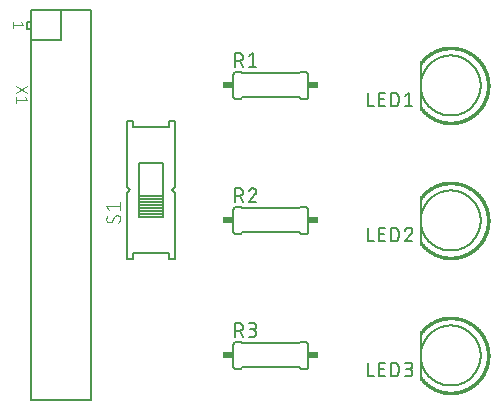
<source format=gbr>
G04 EAGLE Gerber RS-274X export*
G75*
%MOMM*%
%FSLAX34Y34*%
%LPD*%
%INSilkscreen Top*%
%IPPOS*%
%AMOC8*
5,1,8,0,0,1.08239X$1,22.5*%
G01*
%ADD10C,0.203200*%
%ADD11C,0.025400*%
%ADD12C,0.152400*%
%ADD13C,0.127000*%
%ADD14R,0.863600X0.609600*%
%ADD15C,0.101600*%


D10*
X381000Y628650D02*
X381000Y590550D01*
D11*
X380162Y589763D02*
X381991Y591135D01*
X381991Y591134D02*
X382450Y590543D01*
X382923Y589963D01*
X383410Y589395D01*
X383911Y588839D01*
X384425Y588296D01*
X384952Y587765D01*
X385492Y587247D01*
X386045Y586742D01*
X386610Y586252D01*
X387187Y585775D01*
X387775Y585312D01*
X388374Y584864D01*
X388985Y584431D01*
X389605Y584012D01*
X390236Y583610D01*
X390876Y583222D01*
X391525Y582850D01*
X392184Y582495D01*
X392851Y582155D01*
X393526Y581832D01*
X394209Y581526D01*
X394899Y581236D01*
X395595Y580963D01*
X396299Y580708D01*
X397008Y580470D01*
X397723Y580249D01*
X398443Y580045D01*
X399168Y579860D01*
X399897Y579692D01*
X400631Y579542D01*
X401367Y579410D01*
X402107Y579296D01*
X402849Y579200D01*
X403593Y579122D01*
X404339Y579062D01*
X405086Y579021D01*
X405834Y578998D01*
X406583Y578994D01*
X407331Y579007D01*
X408079Y579039D01*
X408825Y579089D01*
X409570Y579158D01*
X410314Y579244D01*
X411055Y579349D01*
X411793Y579472D01*
X412528Y579613D01*
X413259Y579771D01*
X413986Y579948D01*
X414709Y580142D01*
X415427Y580354D01*
X416139Y580584D01*
X416845Y580831D01*
X417546Y581095D01*
X418239Y581376D01*
X418926Y581673D01*
X419605Y581988D01*
X420276Y582319D01*
X420939Y582666D01*
X421593Y583030D01*
X422238Y583409D01*
X422873Y583804D01*
X423499Y584215D01*
X424115Y584640D01*
X424720Y585081D01*
X425314Y585536D01*
X425896Y586006D01*
X426467Y586490D01*
X427026Y586987D01*
X427573Y587498D01*
X428107Y588022D01*
X428628Y588559D01*
X429136Y589109D01*
X429630Y589671D01*
X430110Y590245D01*
X430576Y590830D01*
X431028Y591427D01*
X431465Y592035D01*
X431887Y592653D01*
X432294Y593281D01*
X432685Y593919D01*
X433060Y594566D01*
X433420Y595222D01*
X433763Y595887D01*
X434090Y596560D01*
X434401Y597241D01*
X434695Y597929D01*
X434971Y598625D01*
X435231Y599326D01*
X435474Y600034D01*
X435699Y600748D01*
X435907Y601467D01*
X436097Y602191D01*
X436269Y602919D01*
X436423Y603651D01*
X436560Y604387D01*
X436678Y605126D01*
X436779Y605868D01*
X436861Y606611D01*
X436925Y607357D01*
X436970Y608104D01*
X436998Y608852D01*
X437007Y609600D01*
X436998Y610348D01*
X436970Y611096D01*
X436925Y611843D01*
X436861Y612589D01*
X436779Y613332D01*
X436678Y614074D01*
X436560Y614813D01*
X436423Y615549D01*
X436269Y616281D01*
X436097Y617009D01*
X435907Y617733D01*
X435699Y618452D01*
X435474Y619166D01*
X435231Y619874D01*
X434971Y620575D01*
X434695Y621271D01*
X434401Y621959D01*
X434090Y622640D01*
X433763Y623313D01*
X433420Y623978D01*
X433060Y624634D01*
X432685Y625281D01*
X432294Y625919D01*
X431887Y626547D01*
X431465Y627165D01*
X431028Y627773D01*
X430576Y628370D01*
X430110Y628955D01*
X429630Y629529D01*
X429136Y630091D01*
X428628Y630641D01*
X428107Y631178D01*
X427573Y631702D01*
X427026Y632213D01*
X426467Y632710D01*
X425896Y633194D01*
X425314Y633664D01*
X424720Y634119D01*
X424115Y634560D01*
X423499Y634985D01*
X422873Y635396D01*
X422238Y635791D01*
X421593Y636170D01*
X420939Y636534D01*
X420276Y636881D01*
X419605Y637212D01*
X418926Y637527D01*
X418239Y637824D01*
X417546Y638105D01*
X416845Y638369D01*
X416139Y638616D01*
X415427Y638846D01*
X414709Y639058D01*
X413986Y639252D01*
X413259Y639429D01*
X412528Y639587D01*
X411793Y639728D01*
X411055Y639851D01*
X410314Y639956D01*
X409570Y640042D01*
X408825Y640111D01*
X408079Y640161D01*
X407331Y640193D01*
X406583Y640206D01*
X405834Y640202D01*
X405086Y640179D01*
X404339Y640138D01*
X403593Y640078D01*
X402849Y640000D01*
X402107Y639904D01*
X401367Y639790D01*
X400631Y639658D01*
X399897Y639508D01*
X399168Y639340D01*
X398443Y639155D01*
X397723Y638951D01*
X397008Y638730D01*
X396299Y638492D01*
X395595Y638237D01*
X394899Y637964D01*
X394209Y637674D01*
X393526Y637368D01*
X392851Y637045D01*
X392184Y636705D01*
X391525Y636350D01*
X390876Y635978D01*
X390236Y635590D01*
X389605Y635188D01*
X388985Y634769D01*
X388374Y634336D01*
X387775Y633888D01*
X387187Y633425D01*
X386610Y632948D01*
X386045Y632458D01*
X385492Y631953D01*
X384952Y631435D01*
X384425Y630904D01*
X383911Y630361D01*
X383410Y629805D01*
X382923Y629237D01*
X382450Y628657D01*
X381991Y628066D01*
X380162Y629437D01*
X380655Y630073D01*
X381163Y630696D01*
X381687Y631307D01*
X382225Y631905D01*
X382777Y632489D01*
X383344Y633060D01*
X383924Y633617D01*
X384518Y634159D01*
X385125Y634687D01*
X385745Y635199D01*
X386377Y635697D01*
X387021Y636179D01*
X387677Y636644D01*
X388344Y637094D01*
X389022Y637527D01*
X389710Y637944D01*
X390408Y638344D01*
X391115Y638726D01*
X391832Y639091D01*
X392557Y639438D01*
X393291Y639768D01*
X394033Y640079D01*
X394782Y640373D01*
X395537Y640648D01*
X396300Y640904D01*
X397068Y641142D01*
X397842Y641360D01*
X398621Y641560D01*
X399405Y641741D01*
X400193Y641902D01*
X400985Y642044D01*
X401780Y642167D01*
X402577Y642270D01*
X403377Y642354D01*
X404179Y642418D01*
X404982Y642462D01*
X405786Y642487D01*
X406590Y642492D01*
X407395Y642478D01*
X408198Y642444D01*
X409001Y642390D01*
X409802Y642317D01*
X410601Y642224D01*
X411397Y642111D01*
X412190Y641979D01*
X412980Y641828D01*
X413766Y641658D01*
X414548Y641468D01*
X415325Y641259D01*
X416096Y641031D01*
X416862Y640785D01*
X417621Y640520D01*
X418374Y640236D01*
X419119Y639934D01*
X419857Y639614D01*
X420587Y639276D01*
X421309Y638920D01*
X422021Y638547D01*
X422724Y638156D01*
X423417Y637749D01*
X424101Y637324D01*
X424773Y636883D01*
X425435Y636426D01*
X426085Y635952D01*
X426723Y635463D01*
X427350Y634959D01*
X427964Y634439D01*
X428564Y633904D01*
X429152Y633355D01*
X429726Y632791D01*
X430286Y632214D01*
X430832Y631623D01*
X431363Y631019D01*
X431879Y630403D01*
X432380Y629773D01*
X432866Y629132D01*
X433336Y628479D01*
X433789Y627815D01*
X434226Y627140D01*
X434647Y626454D01*
X435051Y625759D01*
X435437Y625053D01*
X435806Y624339D01*
X436158Y623615D01*
X436492Y622883D01*
X436807Y622144D01*
X437105Y621396D01*
X437384Y620642D01*
X437645Y619881D01*
X437887Y619114D01*
X438110Y618341D01*
X438314Y617563D01*
X438500Y616781D01*
X438666Y615994D01*
X438812Y615203D01*
X438940Y614409D01*
X439047Y613612D01*
X439136Y612812D01*
X439205Y612011D01*
X439254Y611208D01*
X439283Y610404D01*
X439293Y609600D01*
X439283Y608796D01*
X439254Y607992D01*
X439205Y607189D01*
X439136Y606388D01*
X439047Y605588D01*
X438940Y604791D01*
X438812Y603997D01*
X438666Y603206D01*
X438500Y602419D01*
X438314Y601637D01*
X438110Y600859D01*
X437887Y600086D01*
X437645Y599319D01*
X437384Y598558D01*
X437105Y597804D01*
X436807Y597056D01*
X436492Y596317D01*
X436158Y595585D01*
X435806Y594861D01*
X435437Y594147D01*
X435051Y593441D01*
X434647Y592746D01*
X434226Y592060D01*
X433789Y591385D01*
X433336Y590721D01*
X432866Y590068D01*
X432380Y589427D01*
X431879Y588797D01*
X431363Y588181D01*
X430832Y587577D01*
X430286Y586986D01*
X429726Y586409D01*
X429152Y585845D01*
X428564Y585296D01*
X427964Y584761D01*
X427350Y584241D01*
X426723Y583737D01*
X426085Y583248D01*
X425435Y582774D01*
X424773Y582317D01*
X424101Y581876D01*
X423417Y581451D01*
X422724Y581044D01*
X422021Y580653D01*
X421309Y580280D01*
X420587Y579924D01*
X419857Y579586D01*
X419119Y579266D01*
X418374Y578964D01*
X417621Y578680D01*
X416862Y578415D01*
X416096Y578169D01*
X415325Y577941D01*
X414548Y577732D01*
X413766Y577542D01*
X412980Y577372D01*
X412190Y577221D01*
X411397Y577089D01*
X410601Y576976D01*
X409802Y576883D01*
X409001Y576810D01*
X408198Y576756D01*
X407395Y576722D01*
X406590Y576708D01*
X405786Y576713D01*
X404982Y576738D01*
X404179Y576782D01*
X403377Y576846D01*
X402577Y576930D01*
X401780Y577033D01*
X400985Y577156D01*
X400193Y577298D01*
X399405Y577459D01*
X398621Y577640D01*
X397842Y577840D01*
X397068Y578058D01*
X396300Y578296D01*
X395537Y578552D01*
X394782Y578827D01*
X394033Y579121D01*
X393291Y579432D01*
X392557Y579762D01*
X391832Y580109D01*
X391115Y580474D01*
X390408Y580856D01*
X389710Y581256D01*
X389022Y581673D01*
X388344Y582106D01*
X387677Y582556D01*
X387021Y583021D01*
X386377Y583503D01*
X385745Y584001D01*
X385125Y584513D01*
X384518Y585041D01*
X383924Y585583D01*
X383344Y586140D01*
X382777Y586711D01*
X382225Y587295D01*
X381687Y587893D01*
X381163Y588504D01*
X380655Y589127D01*
X380162Y589763D01*
X380354Y589907D01*
X380843Y589276D01*
X381348Y588657D01*
X381867Y588051D01*
X382402Y587457D01*
X382950Y586877D01*
X383513Y586311D01*
X384089Y585758D01*
X384679Y585220D01*
X385281Y584696D01*
X385897Y584187D01*
X386524Y583693D01*
X387163Y583215D01*
X387814Y582752D01*
X388476Y582306D01*
X389149Y581876D01*
X389832Y581462D01*
X390525Y581066D01*
X391227Y580686D01*
X391939Y580324D01*
X392659Y579979D01*
X393387Y579652D01*
X394124Y579343D01*
X394867Y579052D01*
X395617Y578779D01*
X396374Y578524D01*
X397137Y578288D01*
X397905Y578071D01*
X398679Y577873D01*
X399457Y577694D01*
X400239Y577533D01*
X401025Y577392D01*
X401814Y577271D01*
X402606Y577168D01*
X403400Y577085D01*
X404196Y577021D01*
X404993Y576977D01*
X405791Y576953D01*
X406590Y576948D01*
X407388Y576962D01*
X408186Y576996D01*
X408982Y577049D01*
X409777Y577122D01*
X410570Y577214D01*
X411361Y577326D01*
X412149Y577457D01*
X412933Y577607D01*
X413713Y577776D01*
X414489Y577965D01*
X415260Y578172D01*
X416026Y578398D01*
X416786Y578643D01*
X417540Y578906D01*
X418287Y579188D01*
X419027Y579487D01*
X419760Y579805D01*
X420484Y580141D01*
X421200Y580494D01*
X421907Y580864D01*
X422605Y581252D01*
X423294Y581657D01*
X423972Y582078D01*
X424639Y582516D01*
X425296Y582970D01*
X425942Y583440D01*
X426575Y583926D01*
X427197Y584427D01*
X427806Y584943D01*
X428403Y585473D01*
X428986Y586019D01*
X429556Y586578D01*
X430112Y587151D01*
X430654Y587738D01*
X431181Y588337D01*
X431694Y588949D01*
X432191Y589574D01*
X432673Y590211D01*
X433139Y590859D01*
X433589Y591518D01*
X434023Y592188D01*
X434441Y592869D01*
X434842Y593560D01*
X435225Y594260D01*
X435592Y594969D01*
X435941Y595687D01*
X436272Y596414D01*
X436586Y597148D01*
X436881Y597890D01*
X437158Y598639D01*
X437417Y599394D01*
X437657Y600155D01*
X437879Y600922D01*
X438082Y601695D01*
X438265Y602472D01*
X438430Y603253D01*
X438576Y604038D01*
X438702Y604826D01*
X438809Y605618D01*
X438897Y606411D01*
X438965Y607207D01*
X439014Y608004D01*
X439043Y608802D01*
X439053Y609600D01*
X439043Y610398D01*
X439014Y611196D01*
X438965Y611993D01*
X438897Y612789D01*
X438809Y613582D01*
X438702Y614374D01*
X438576Y615162D01*
X438430Y615947D01*
X438265Y616728D01*
X438082Y617505D01*
X437879Y618278D01*
X437657Y619045D01*
X437417Y619806D01*
X437158Y620561D01*
X436881Y621310D01*
X436586Y622052D01*
X436272Y622786D01*
X435941Y623513D01*
X435592Y624231D01*
X435225Y624940D01*
X434842Y625640D01*
X434441Y626331D01*
X434023Y627012D01*
X433589Y627682D01*
X433139Y628341D01*
X432673Y628989D01*
X432191Y629626D01*
X431694Y630251D01*
X431181Y630863D01*
X430654Y631462D01*
X430112Y632049D01*
X429556Y632622D01*
X428986Y633181D01*
X428403Y633727D01*
X427806Y634257D01*
X427197Y634773D01*
X426575Y635274D01*
X425942Y635760D01*
X425296Y636230D01*
X424639Y636684D01*
X423972Y637122D01*
X423294Y637543D01*
X422605Y637948D01*
X421907Y638336D01*
X421200Y638706D01*
X420484Y639059D01*
X419760Y639395D01*
X419027Y639713D01*
X418287Y640012D01*
X417540Y640294D01*
X416786Y640557D01*
X416026Y640802D01*
X415260Y641028D01*
X414489Y641235D01*
X413713Y641424D01*
X412933Y641593D01*
X412149Y641743D01*
X411361Y641874D01*
X410570Y641986D01*
X409777Y642078D01*
X408982Y642151D01*
X408186Y642204D01*
X407388Y642238D01*
X406590Y642252D01*
X405791Y642247D01*
X404993Y642223D01*
X404196Y642179D01*
X403400Y642115D01*
X402606Y642032D01*
X401814Y641929D01*
X401025Y641808D01*
X400239Y641667D01*
X399457Y641506D01*
X398679Y641327D01*
X397905Y641129D01*
X397137Y640912D01*
X396374Y640676D01*
X395617Y640421D01*
X394867Y640148D01*
X394124Y639857D01*
X393387Y639548D01*
X392659Y639221D01*
X391939Y638876D01*
X391227Y638514D01*
X390525Y638134D01*
X389832Y637738D01*
X389149Y637324D01*
X388476Y636894D01*
X387814Y636448D01*
X387163Y635985D01*
X386524Y635507D01*
X385897Y635013D01*
X385281Y634504D01*
X384679Y633980D01*
X384089Y633442D01*
X383513Y632889D01*
X382950Y632323D01*
X382402Y631743D01*
X381867Y631149D01*
X381348Y630543D01*
X380843Y629924D01*
X380354Y629293D01*
X380546Y629149D01*
X381032Y629776D01*
X381533Y630390D01*
X382048Y630992D01*
X382579Y631581D01*
X383123Y632156D01*
X383682Y632719D01*
X384254Y633267D01*
X384839Y633802D01*
X385437Y634322D01*
X386048Y634827D01*
X386671Y635317D01*
X387305Y635792D01*
X387952Y636251D01*
X388609Y636694D01*
X389276Y637121D01*
X389955Y637531D01*
X390642Y637925D01*
X391340Y638302D01*
X392046Y638661D01*
X392761Y639004D01*
X393484Y639328D01*
X394214Y639635D01*
X394952Y639924D01*
X395697Y640195D01*
X396449Y640448D01*
X397206Y640682D01*
X397968Y640897D01*
X398736Y641094D01*
X399509Y641272D01*
X400285Y641431D01*
X401065Y641571D01*
X401848Y641692D01*
X402634Y641794D01*
X403423Y641876D01*
X404213Y641939D01*
X405004Y641983D01*
X405796Y642007D01*
X406589Y642012D01*
X407381Y641998D01*
X408173Y641964D01*
X408964Y641911D01*
X409753Y641839D01*
X410540Y641747D01*
X411325Y641637D01*
X412107Y641507D01*
X412885Y641358D01*
X413660Y641189D01*
X414430Y641003D01*
X415196Y640797D01*
X415956Y640572D01*
X416710Y640330D01*
X417458Y640068D01*
X418200Y639789D01*
X418935Y639491D01*
X419662Y639176D01*
X420381Y638843D01*
X421092Y638492D01*
X421794Y638124D01*
X422487Y637739D01*
X423170Y637338D01*
X423843Y636919D01*
X424506Y636485D01*
X425158Y636034D01*
X425798Y635567D01*
X426427Y635085D01*
X427045Y634588D01*
X427649Y634076D01*
X428241Y633549D01*
X428820Y633008D01*
X429386Y632453D01*
X429938Y631884D01*
X430476Y631302D01*
X430999Y630706D01*
X431508Y630099D01*
X432002Y629479D01*
X432480Y628847D01*
X432943Y628203D01*
X433390Y627549D01*
X433820Y626884D01*
X434235Y626208D01*
X434633Y625522D01*
X435013Y624827D01*
X435377Y624123D01*
X435724Y623410D01*
X436053Y622689D01*
X436364Y621960D01*
X436657Y621224D01*
X436932Y620481D01*
X437189Y619731D01*
X437428Y618975D01*
X437648Y618214D01*
X437849Y617447D01*
X438031Y616676D01*
X438195Y615900D01*
X438339Y615121D01*
X438465Y614338D01*
X438571Y613553D01*
X438658Y612765D01*
X438726Y611976D01*
X438774Y611185D01*
X438803Y610393D01*
X438813Y609600D01*
X438803Y608807D01*
X438774Y608015D01*
X438726Y607224D01*
X438658Y606435D01*
X438571Y605647D01*
X438465Y604862D01*
X438339Y604079D01*
X438195Y603300D01*
X438031Y602524D01*
X437849Y601753D01*
X437648Y600986D01*
X437428Y600225D01*
X437189Y599469D01*
X436932Y598719D01*
X436657Y597976D01*
X436364Y597240D01*
X436053Y596511D01*
X435724Y595790D01*
X435377Y595077D01*
X435013Y594373D01*
X434633Y593678D01*
X434235Y592992D01*
X433820Y592316D01*
X433390Y591651D01*
X432943Y590997D01*
X432480Y590353D01*
X432002Y589721D01*
X431508Y589101D01*
X430999Y588494D01*
X430476Y587898D01*
X429938Y587316D01*
X429386Y586747D01*
X428820Y586192D01*
X428241Y585651D01*
X427649Y585124D01*
X427045Y584612D01*
X426427Y584115D01*
X425798Y583633D01*
X425158Y583166D01*
X424506Y582715D01*
X423843Y582281D01*
X423170Y581862D01*
X422487Y581461D01*
X421794Y581076D01*
X421092Y580708D01*
X420381Y580357D01*
X419662Y580024D01*
X418935Y579709D01*
X418200Y579411D01*
X417458Y579132D01*
X416710Y578870D01*
X415956Y578628D01*
X415196Y578403D01*
X414430Y578197D01*
X413660Y578011D01*
X412885Y577842D01*
X412107Y577693D01*
X411325Y577563D01*
X410540Y577453D01*
X409753Y577361D01*
X408964Y577289D01*
X408173Y577236D01*
X407381Y577202D01*
X406589Y577188D01*
X405796Y577193D01*
X405004Y577217D01*
X404213Y577261D01*
X403423Y577324D01*
X402634Y577406D01*
X401848Y577508D01*
X401065Y577629D01*
X400285Y577769D01*
X399509Y577928D01*
X398736Y578106D01*
X397968Y578303D01*
X397206Y578518D01*
X396449Y578752D01*
X395697Y579005D01*
X394952Y579276D01*
X394214Y579565D01*
X393484Y579872D01*
X392761Y580196D01*
X392046Y580539D01*
X391340Y580898D01*
X390642Y581275D01*
X389955Y581669D01*
X389276Y582079D01*
X388609Y582506D01*
X387952Y582949D01*
X387305Y583408D01*
X386671Y583883D01*
X386048Y584373D01*
X385437Y584878D01*
X384839Y585398D01*
X384254Y585933D01*
X383682Y586481D01*
X383123Y587044D01*
X382579Y587619D01*
X382048Y588208D01*
X381533Y588810D01*
X381032Y589424D01*
X380546Y590051D01*
X380738Y590195D01*
X381220Y589573D01*
X381717Y588963D01*
X382229Y588366D01*
X382756Y587782D01*
X383296Y587210D01*
X383851Y586652D01*
X384418Y586107D01*
X384999Y585577D01*
X385593Y585061D01*
X386199Y584559D01*
X386818Y584073D01*
X387448Y583602D01*
X388089Y583146D01*
X388741Y582706D01*
X389404Y582283D01*
X390077Y581875D01*
X390760Y581484D01*
X391452Y581110D01*
X392153Y580754D01*
X392862Y580414D01*
X393580Y580092D01*
X394305Y579787D01*
X395038Y579500D01*
X395777Y579231D01*
X396523Y578981D01*
X397275Y578748D01*
X398032Y578534D01*
X398794Y578339D01*
X399560Y578162D01*
X400331Y578005D01*
X401105Y577866D01*
X401883Y577746D01*
X402663Y577645D01*
X403445Y577563D01*
X404230Y577500D01*
X405015Y577457D01*
X405801Y577433D01*
X406588Y577428D01*
X407375Y577442D01*
X408161Y577475D01*
X408945Y577528D01*
X409729Y577600D01*
X410510Y577691D01*
X411289Y577801D01*
X412065Y577930D01*
X412838Y578078D01*
X413607Y578245D01*
X414371Y578430D01*
X415131Y578634D01*
X415885Y578857D01*
X416634Y579098D01*
X417377Y579357D01*
X418113Y579635D01*
X418842Y579930D01*
X419564Y580243D01*
X420278Y580574D01*
X420983Y580922D01*
X421680Y581287D01*
X422368Y581669D01*
X423046Y582068D01*
X423714Y582483D01*
X424372Y582915D01*
X425019Y583362D01*
X425655Y583825D01*
X426279Y584304D01*
X426892Y584797D01*
X427492Y585306D01*
X428080Y585829D01*
X428655Y586366D01*
X429216Y586917D01*
X429764Y587481D01*
X430298Y588059D01*
X430817Y588650D01*
X431322Y589253D01*
X431812Y589869D01*
X432287Y590496D01*
X432746Y591135D01*
X433190Y591784D01*
X433618Y592445D01*
X434029Y593115D01*
X434424Y593796D01*
X434802Y594486D01*
X435163Y595185D01*
X435507Y595892D01*
X435833Y596608D01*
X436142Y597331D01*
X436433Y598062D01*
X436706Y598800D01*
X436961Y599544D01*
X437198Y600294D01*
X437416Y601050D01*
X437616Y601811D01*
X437797Y602577D01*
X437959Y603346D01*
X438103Y604120D01*
X438227Y604897D01*
X438333Y605676D01*
X438419Y606458D01*
X438486Y607242D01*
X438535Y608027D01*
X438563Y608813D01*
X438573Y609600D01*
X438563Y610387D01*
X438535Y611173D01*
X438486Y611958D01*
X438419Y612742D01*
X438333Y613524D01*
X438227Y614303D01*
X438103Y615080D01*
X437959Y615854D01*
X437797Y616623D01*
X437616Y617389D01*
X437416Y618150D01*
X437198Y618906D01*
X436961Y619656D01*
X436706Y620400D01*
X436433Y621138D01*
X436142Y621869D01*
X435833Y622592D01*
X435507Y623308D01*
X435163Y624015D01*
X434802Y624714D01*
X434424Y625404D01*
X434029Y626085D01*
X433618Y626755D01*
X433190Y627416D01*
X432746Y628065D01*
X432287Y628704D01*
X431812Y629331D01*
X431322Y629947D01*
X430817Y630550D01*
X430298Y631141D01*
X429764Y631719D01*
X429216Y632283D01*
X428655Y632834D01*
X428080Y633371D01*
X427492Y633894D01*
X426892Y634403D01*
X426279Y634896D01*
X425655Y635375D01*
X425019Y635838D01*
X424372Y636285D01*
X423714Y636717D01*
X423046Y637132D01*
X422368Y637531D01*
X421680Y637913D01*
X420983Y638278D01*
X420278Y638626D01*
X419564Y638957D01*
X418842Y639270D01*
X418113Y639565D01*
X417377Y639843D01*
X416634Y640102D01*
X415885Y640343D01*
X415131Y640566D01*
X414371Y640770D01*
X413607Y640955D01*
X412838Y641122D01*
X412065Y641270D01*
X411289Y641399D01*
X410510Y641509D01*
X409729Y641600D01*
X408945Y641672D01*
X408161Y641725D01*
X407375Y641758D01*
X406588Y641772D01*
X405801Y641767D01*
X405015Y641743D01*
X404230Y641700D01*
X403445Y641637D01*
X402663Y641555D01*
X401883Y641454D01*
X401105Y641334D01*
X400331Y641195D01*
X399560Y641038D01*
X398794Y640861D01*
X398032Y640666D01*
X397275Y640452D01*
X396523Y640219D01*
X395777Y639969D01*
X395038Y639700D01*
X394305Y639413D01*
X393580Y639108D01*
X392862Y638786D01*
X392153Y638446D01*
X391452Y638090D01*
X390760Y637716D01*
X390077Y637325D01*
X389404Y636917D01*
X388741Y636494D01*
X388089Y636054D01*
X387448Y635598D01*
X386818Y635127D01*
X386199Y634641D01*
X385593Y634139D01*
X384999Y633623D01*
X384418Y633093D01*
X383851Y632548D01*
X383296Y631990D01*
X382756Y631418D01*
X382229Y630834D01*
X381717Y630237D01*
X381220Y629627D01*
X380738Y629005D01*
X380930Y628861D01*
X381409Y629478D01*
X381902Y630083D01*
X382410Y630676D01*
X382933Y631256D01*
X383469Y631824D01*
X384019Y632378D01*
X384583Y632918D01*
X385160Y633445D01*
X385749Y633957D01*
X386351Y634454D01*
X386964Y634937D01*
X387590Y635405D01*
X388226Y635857D01*
X388874Y636293D01*
X389531Y636714D01*
X390199Y637118D01*
X390877Y637506D01*
X391564Y637877D01*
X392260Y638232D01*
X392964Y638569D01*
X393676Y638889D01*
X394396Y639191D01*
X395123Y639476D01*
X395857Y639742D01*
X396597Y639991D01*
X397343Y640222D01*
X398095Y640434D01*
X398851Y640628D01*
X399612Y640803D01*
X400377Y640960D01*
X401145Y641098D01*
X401917Y641217D01*
X402691Y641317D01*
X403468Y641398D01*
X404246Y641460D01*
X405026Y641503D01*
X405806Y641527D01*
X406587Y641532D01*
X407368Y641518D01*
X408148Y641485D01*
X408927Y641433D01*
X409705Y641362D01*
X410480Y641271D01*
X411253Y641162D01*
X412024Y641034D01*
X412790Y640887D01*
X413553Y640721D01*
X414312Y640537D01*
X415066Y640335D01*
X415815Y640113D01*
X416558Y639874D01*
X417295Y639617D01*
X418026Y639341D01*
X418750Y639048D01*
X419466Y638737D01*
X420175Y638409D01*
X420875Y638064D01*
X421566Y637701D01*
X422249Y637322D01*
X422922Y636926D01*
X423585Y636514D01*
X424238Y636086D01*
X424880Y635642D01*
X425512Y635182D01*
X426131Y634708D01*
X426739Y634218D01*
X427335Y633713D01*
X427918Y633194D01*
X428489Y632661D01*
X429046Y632114D01*
X429590Y631553D01*
X430120Y630980D01*
X430635Y630393D01*
X431136Y629795D01*
X431623Y629184D01*
X432094Y628561D01*
X432550Y627927D01*
X432990Y627283D01*
X433415Y626627D01*
X433823Y625962D01*
X434215Y625286D01*
X434590Y624601D01*
X434948Y623908D01*
X435290Y623206D01*
X435614Y622495D01*
X435920Y621777D01*
X436209Y621052D01*
X436480Y620319D01*
X436733Y619581D01*
X436968Y618836D01*
X437185Y618086D01*
X437383Y617331D01*
X437563Y616571D01*
X437724Y615807D01*
X437866Y615039D01*
X437990Y614268D01*
X438095Y613494D01*
X438180Y612718D01*
X438247Y611940D01*
X438295Y611161D01*
X438323Y610381D01*
X438333Y609600D01*
X438323Y608819D01*
X438295Y608039D01*
X438247Y607260D01*
X438180Y606482D01*
X438095Y605706D01*
X437990Y604932D01*
X437866Y604161D01*
X437724Y603393D01*
X437563Y602629D01*
X437383Y601869D01*
X437185Y601114D01*
X436968Y600364D01*
X436733Y599619D01*
X436480Y598881D01*
X436209Y598148D01*
X435920Y597423D01*
X435614Y596705D01*
X435290Y595994D01*
X434948Y595292D01*
X434590Y594599D01*
X434215Y593914D01*
X433823Y593238D01*
X433415Y592573D01*
X432990Y591917D01*
X432550Y591273D01*
X432094Y590639D01*
X431623Y590016D01*
X431136Y589405D01*
X430635Y588807D01*
X430120Y588220D01*
X429590Y587647D01*
X429046Y587086D01*
X428489Y586539D01*
X427918Y586006D01*
X427335Y585487D01*
X426739Y584982D01*
X426131Y584492D01*
X425512Y584018D01*
X424880Y583558D01*
X424238Y583114D01*
X423585Y582686D01*
X422922Y582274D01*
X422249Y581878D01*
X421566Y581499D01*
X420875Y581136D01*
X420175Y580791D01*
X419466Y580463D01*
X418750Y580152D01*
X418026Y579859D01*
X417295Y579583D01*
X416558Y579326D01*
X415815Y579087D01*
X415066Y578865D01*
X414312Y578663D01*
X413553Y578479D01*
X412790Y578313D01*
X412024Y578166D01*
X411253Y578038D01*
X410480Y577929D01*
X409705Y577838D01*
X408927Y577767D01*
X408148Y577715D01*
X407368Y577682D01*
X406587Y577668D01*
X405806Y577673D01*
X405026Y577697D01*
X404246Y577740D01*
X403468Y577802D01*
X402691Y577883D01*
X401917Y577983D01*
X401145Y578102D01*
X400377Y578240D01*
X399612Y578397D01*
X398851Y578572D01*
X398095Y578766D01*
X397343Y578978D01*
X396597Y579209D01*
X395857Y579458D01*
X395123Y579724D01*
X394396Y580009D01*
X393676Y580311D01*
X392964Y580631D01*
X392260Y580968D01*
X391564Y581323D01*
X390877Y581694D01*
X390199Y582082D01*
X389531Y582486D01*
X388874Y582907D01*
X388226Y583343D01*
X387590Y583795D01*
X386964Y584263D01*
X386351Y584746D01*
X385749Y585243D01*
X385160Y585755D01*
X384583Y586282D01*
X384019Y586822D01*
X383469Y587376D01*
X382933Y587944D01*
X382410Y588524D01*
X381902Y589117D01*
X381409Y589722D01*
X380930Y590339D01*
X381122Y590483D01*
X381597Y589870D01*
X382087Y589270D01*
X382591Y588682D01*
X383110Y588106D01*
X383642Y587543D01*
X384188Y586993D01*
X384748Y586457D01*
X385320Y585934D01*
X385905Y585426D01*
X386502Y584932D01*
X387111Y584453D01*
X387732Y583989D01*
X388363Y583540D01*
X389006Y583107D01*
X389659Y582689D01*
X390322Y582288D01*
X390994Y581903D01*
X391676Y581535D01*
X392367Y581183D01*
X393066Y580849D01*
X393773Y580531D01*
X394487Y580231D01*
X395209Y579949D01*
X395937Y579684D01*
X396672Y579437D01*
X397412Y579208D01*
X398158Y578998D01*
X398908Y578805D01*
X399664Y578631D01*
X400423Y578476D01*
X401186Y578339D01*
X401951Y578221D01*
X402720Y578121D01*
X403491Y578041D01*
X404263Y577979D01*
X405037Y577936D01*
X405811Y577912D01*
X406586Y577908D01*
X407361Y577922D01*
X408135Y577955D01*
X408909Y578006D01*
X409680Y578077D01*
X410450Y578167D01*
X411217Y578275D01*
X411982Y578402D01*
X412743Y578548D01*
X413500Y578713D01*
X414253Y578895D01*
X415002Y579097D01*
X415745Y579316D01*
X416482Y579554D01*
X417214Y579809D01*
X417939Y580082D01*
X418657Y580373D01*
X419368Y580682D01*
X420071Y581007D01*
X420766Y581350D01*
X421453Y581710D01*
X422130Y582086D01*
X422798Y582479D01*
X423456Y582888D01*
X424104Y583313D01*
X424742Y583754D01*
X425368Y584210D01*
X425983Y584681D01*
X426587Y585168D01*
X427178Y585668D01*
X427757Y586184D01*
X428323Y586713D01*
X428876Y587256D01*
X429416Y587812D01*
X429942Y588381D01*
X430453Y588963D01*
X430951Y589557D01*
X431433Y590164D01*
X431901Y590781D01*
X432354Y591410D01*
X432791Y592050D01*
X433212Y592701D01*
X433617Y593362D01*
X434006Y594032D01*
X434378Y594711D01*
X434734Y595400D01*
X435073Y596097D01*
X435394Y596802D01*
X435698Y597515D01*
X435985Y598235D01*
X436254Y598961D01*
X436505Y599694D01*
X436738Y600433D01*
X436953Y601178D01*
X437150Y601927D01*
X437329Y602682D01*
X437489Y603440D01*
X437630Y604202D01*
X437753Y604967D01*
X437856Y605735D01*
X437942Y606505D01*
X438008Y607277D01*
X438055Y608051D01*
X438084Y608825D01*
X438093Y609600D01*
X438084Y610375D01*
X438055Y611149D01*
X438008Y611923D01*
X437942Y612695D01*
X437856Y613465D01*
X437753Y614233D01*
X437630Y614998D01*
X437489Y615760D01*
X437329Y616518D01*
X437150Y617273D01*
X436953Y618022D01*
X436738Y618767D01*
X436505Y619506D01*
X436254Y620239D01*
X435985Y620965D01*
X435698Y621685D01*
X435394Y622398D01*
X435073Y623103D01*
X434734Y623800D01*
X434378Y624489D01*
X434006Y625168D01*
X433617Y625838D01*
X433212Y626499D01*
X432791Y627150D01*
X432354Y627790D01*
X431901Y628419D01*
X431433Y629036D01*
X430951Y629643D01*
X430453Y630237D01*
X429942Y630819D01*
X429416Y631388D01*
X428876Y631944D01*
X428323Y632487D01*
X427757Y633016D01*
X427178Y633532D01*
X426587Y634032D01*
X425983Y634519D01*
X425368Y634990D01*
X424742Y635446D01*
X424104Y635887D01*
X423456Y636312D01*
X422798Y636721D01*
X422130Y637114D01*
X421453Y637490D01*
X420766Y637850D01*
X420071Y638193D01*
X419368Y638518D01*
X418657Y638827D01*
X417939Y639118D01*
X417214Y639391D01*
X416482Y639646D01*
X415745Y639884D01*
X415002Y640103D01*
X414253Y640305D01*
X413500Y640487D01*
X412743Y640652D01*
X411982Y640798D01*
X411217Y640925D01*
X410450Y641033D01*
X409680Y641123D01*
X408909Y641194D01*
X408135Y641245D01*
X407361Y641278D01*
X406586Y641292D01*
X405811Y641288D01*
X405037Y641264D01*
X404263Y641221D01*
X403491Y641159D01*
X402720Y641079D01*
X401951Y640979D01*
X401186Y640861D01*
X400423Y640724D01*
X399664Y640569D01*
X398908Y640395D01*
X398158Y640202D01*
X397412Y639992D01*
X396672Y639763D01*
X395937Y639516D01*
X395209Y639251D01*
X394487Y638969D01*
X393773Y638669D01*
X393066Y638351D01*
X392367Y638017D01*
X391676Y637665D01*
X390994Y637297D01*
X390322Y636912D01*
X389659Y636511D01*
X389006Y636093D01*
X388363Y635660D01*
X387732Y635211D01*
X387111Y634747D01*
X386502Y634268D01*
X385905Y633774D01*
X385320Y633266D01*
X384748Y632743D01*
X384188Y632207D01*
X383642Y631657D01*
X383110Y631094D01*
X382591Y630518D01*
X382087Y629930D01*
X381597Y629330D01*
X381122Y628717D01*
X381314Y628573D01*
X381785Y629181D01*
X382271Y629777D01*
X382772Y630361D01*
X383287Y630932D01*
X383815Y631491D01*
X384357Y632037D01*
X384912Y632569D01*
X385480Y633087D01*
X386061Y633592D01*
X386653Y634082D01*
X387258Y634557D01*
X387874Y635018D01*
X388501Y635463D01*
X389138Y635893D01*
X389786Y636307D01*
X390444Y636705D01*
X391112Y637087D01*
X391788Y637453D01*
X392474Y637802D01*
X393167Y638134D01*
X393869Y638449D01*
X394578Y638747D01*
X395294Y639027D01*
X396017Y639290D01*
X396746Y639535D01*
X397481Y639762D01*
X398221Y639971D01*
X398966Y640162D01*
X399715Y640334D01*
X400469Y640489D01*
X401226Y640624D01*
X401986Y640742D01*
X402748Y640840D01*
X403513Y640920D01*
X404280Y640981D01*
X405048Y641024D01*
X405817Y641048D01*
X406586Y641052D01*
X407354Y641039D01*
X408123Y641006D01*
X408890Y640954D01*
X409656Y640884D01*
X410420Y640795D01*
X411181Y640687D01*
X411940Y640561D01*
X412695Y640417D01*
X413447Y640253D01*
X414194Y640072D01*
X414937Y639872D01*
X415674Y639655D01*
X416407Y639419D01*
X417133Y639165D01*
X417852Y638894D01*
X418565Y638605D01*
X419271Y638299D01*
X419968Y637976D01*
X420658Y637636D01*
X421339Y637279D01*
X422011Y636905D01*
X422674Y636515D01*
X423328Y636109D01*
X423971Y635688D01*
X424603Y635250D01*
X425225Y634797D01*
X425835Y634330D01*
X426434Y633847D01*
X427021Y633350D01*
X427595Y632839D01*
X428157Y632314D01*
X428706Y631775D01*
X429242Y631223D01*
X429763Y630658D01*
X430271Y630081D01*
X430765Y629491D01*
X431244Y628889D01*
X431708Y628276D01*
X432157Y627652D01*
X432591Y627016D01*
X433009Y626371D01*
X433411Y625715D01*
X433797Y625050D01*
X434166Y624376D01*
X434519Y623692D01*
X434855Y623001D01*
X435175Y622301D01*
X435477Y621594D01*
X435761Y620879D01*
X436028Y620158D01*
X436277Y619430D01*
X436509Y618697D01*
X436722Y617958D01*
X436917Y617214D01*
X437094Y616466D01*
X437253Y615713D01*
X437393Y614957D01*
X437515Y614198D01*
X437618Y613436D01*
X437703Y612671D01*
X437768Y611905D01*
X437815Y611138D01*
X437844Y610369D01*
X437853Y609600D01*
X437844Y608831D01*
X437815Y608062D01*
X437768Y607295D01*
X437703Y606529D01*
X437618Y605764D01*
X437515Y605002D01*
X437393Y604243D01*
X437253Y603487D01*
X437094Y602734D01*
X436917Y601986D01*
X436722Y601242D01*
X436509Y600503D01*
X436277Y599770D01*
X436028Y599042D01*
X435761Y598321D01*
X435477Y597606D01*
X435175Y596899D01*
X434855Y596199D01*
X434519Y595508D01*
X434166Y594824D01*
X433797Y594150D01*
X433411Y593485D01*
X433009Y592829D01*
X432591Y592184D01*
X432157Y591548D01*
X431708Y590924D01*
X431244Y590311D01*
X430765Y589709D01*
X430271Y589119D01*
X429763Y588542D01*
X429242Y587977D01*
X428706Y587425D01*
X428157Y586886D01*
X427595Y586361D01*
X427021Y585850D01*
X426434Y585353D01*
X425835Y584870D01*
X425225Y584403D01*
X424603Y583950D01*
X423971Y583512D01*
X423328Y583091D01*
X422674Y582685D01*
X422011Y582295D01*
X421339Y581921D01*
X420658Y581564D01*
X419968Y581224D01*
X419271Y580901D01*
X418565Y580595D01*
X417852Y580306D01*
X417133Y580035D01*
X416407Y579781D01*
X415674Y579545D01*
X414937Y579328D01*
X414194Y579128D01*
X413447Y578947D01*
X412695Y578783D01*
X411940Y578639D01*
X411181Y578513D01*
X410420Y578405D01*
X409656Y578316D01*
X408890Y578246D01*
X408123Y578194D01*
X407354Y578161D01*
X406586Y578148D01*
X405817Y578152D01*
X405048Y578176D01*
X404280Y578219D01*
X403513Y578280D01*
X402748Y578360D01*
X401986Y578458D01*
X401226Y578576D01*
X400469Y578711D01*
X399715Y578866D01*
X398966Y579038D01*
X398221Y579229D01*
X397481Y579438D01*
X396746Y579665D01*
X396017Y579910D01*
X395294Y580173D01*
X394578Y580453D01*
X393869Y580751D01*
X393167Y581066D01*
X392474Y581398D01*
X391788Y581747D01*
X391112Y582113D01*
X390444Y582495D01*
X389786Y582893D01*
X389138Y583307D01*
X388501Y583737D01*
X387874Y584182D01*
X387258Y584643D01*
X386653Y585118D01*
X386061Y585608D01*
X385480Y586113D01*
X384912Y586631D01*
X384357Y587163D01*
X383815Y587709D01*
X383287Y588268D01*
X382772Y588839D01*
X382271Y589423D01*
X381785Y590019D01*
X381314Y590627D01*
X381506Y590771D01*
X381974Y590168D01*
X382456Y589576D01*
X382953Y588997D01*
X383464Y588430D01*
X383988Y587875D01*
X384526Y587334D01*
X385077Y586806D01*
X385640Y586291D01*
X386217Y585791D01*
X386805Y585304D01*
X387405Y584833D01*
X388016Y584376D01*
X388638Y583934D01*
X389271Y583507D01*
X389914Y583096D01*
X390567Y582701D01*
X391229Y582322D01*
X391901Y581959D01*
X392581Y581613D01*
X393269Y581283D01*
X393965Y580971D01*
X394669Y580675D01*
X395380Y580397D01*
X396097Y580136D01*
X396820Y579893D01*
X397550Y579668D01*
X398284Y579461D01*
X399023Y579271D01*
X399767Y579100D01*
X400515Y578947D01*
X401266Y578812D01*
X402020Y578696D01*
X402777Y578598D01*
X403536Y578519D01*
X404297Y578458D01*
X405059Y578416D01*
X405822Y578392D01*
X406585Y578388D01*
X407348Y578401D01*
X408110Y578434D01*
X408872Y578485D01*
X409632Y578555D01*
X410390Y578643D01*
X411145Y578750D01*
X411898Y578875D01*
X412648Y579019D01*
X413394Y579181D01*
X414135Y579361D01*
X414872Y579559D01*
X415604Y579775D01*
X416331Y580009D01*
X417051Y580261D01*
X417765Y580530D01*
X418473Y580816D01*
X419173Y581120D01*
X419865Y581441D01*
X420550Y581778D01*
X421226Y582133D01*
X421893Y582503D01*
X422551Y582890D01*
X423199Y583293D01*
X423837Y583712D01*
X424465Y584146D01*
X425082Y584595D01*
X425687Y585059D01*
X426282Y585538D01*
X426864Y586031D01*
X427434Y586539D01*
X427992Y587060D01*
X428536Y587594D01*
X429068Y588142D01*
X429585Y588703D01*
X430089Y589276D01*
X430579Y589861D01*
X431055Y590458D01*
X431515Y591067D01*
X431961Y591686D01*
X432391Y592317D01*
X432806Y592957D01*
X433205Y593608D01*
X433588Y594268D01*
X433955Y594937D01*
X434305Y595615D01*
X434638Y596302D01*
X434955Y596996D01*
X435255Y597698D01*
X435537Y598407D01*
X435802Y599123D01*
X436049Y599845D01*
X436279Y600573D01*
X436491Y601306D01*
X436685Y602044D01*
X436860Y602787D01*
X437018Y603533D01*
X437157Y604284D01*
X437278Y605037D01*
X437380Y605794D01*
X437464Y606552D01*
X437529Y607312D01*
X437576Y608074D01*
X437604Y608837D01*
X437613Y609600D01*
X437604Y610363D01*
X437576Y611126D01*
X437529Y611888D01*
X437464Y612648D01*
X437380Y613406D01*
X437278Y614163D01*
X437157Y614916D01*
X437018Y615667D01*
X436860Y616413D01*
X436685Y617156D01*
X436491Y617894D01*
X436279Y618627D01*
X436049Y619355D01*
X435802Y620077D01*
X435537Y620793D01*
X435255Y621502D01*
X434955Y622204D01*
X434638Y622898D01*
X434305Y623585D01*
X433955Y624263D01*
X433588Y624932D01*
X433205Y625592D01*
X432806Y626243D01*
X432391Y626883D01*
X431961Y627514D01*
X431515Y628133D01*
X431055Y628742D01*
X430579Y629339D01*
X430089Y629924D01*
X429585Y630497D01*
X429068Y631058D01*
X428536Y631606D01*
X427992Y632140D01*
X427434Y632661D01*
X426864Y633169D01*
X426282Y633662D01*
X425687Y634141D01*
X425082Y634605D01*
X424465Y635054D01*
X423837Y635488D01*
X423199Y635907D01*
X422551Y636310D01*
X421893Y636697D01*
X421226Y637067D01*
X420550Y637422D01*
X419865Y637759D01*
X419173Y638080D01*
X418473Y638384D01*
X417765Y638670D01*
X417051Y638939D01*
X416331Y639191D01*
X415604Y639425D01*
X414872Y639641D01*
X414135Y639839D01*
X413394Y640019D01*
X412648Y640181D01*
X411898Y640325D01*
X411145Y640450D01*
X410390Y640557D01*
X409632Y640645D01*
X408872Y640715D01*
X408110Y640766D01*
X407348Y640799D01*
X406585Y640812D01*
X405822Y640808D01*
X405059Y640784D01*
X404297Y640742D01*
X403536Y640681D01*
X402777Y640602D01*
X402020Y640504D01*
X401266Y640388D01*
X400515Y640253D01*
X399767Y640100D01*
X399023Y639929D01*
X398284Y639739D01*
X397550Y639532D01*
X396820Y639307D01*
X396097Y639064D01*
X395380Y638803D01*
X394669Y638525D01*
X393965Y638229D01*
X393269Y637917D01*
X392581Y637587D01*
X391901Y637241D01*
X391229Y636878D01*
X390567Y636499D01*
X389914Y636104D01*
X389271Y635693D01*
X388638Y635266D01*
X388016Y634824D01*
X387405Y634367D01*
X386805Y633896D01*
X386217Y633409D01*
X385640Y632909D01*
X385077Y632394D01*
X384526Y631866D01*
X383988Y631325D01*
X383464Y630770D01*
X382953Y630203D01*
X382456Y629624D01*
X381974Y629032D01*
X381506Y628429D01*
X381698Y628285D01*
X382162Y628884D01*
X382641Y629470D01*
X383134Y630045D01*
X383641Y630608D01*
X384161Y631158D01*
X384695Y631695D01*
X385241Y632220D01*
X385801Y632730D01*
X386372Y633227D01*
X386956Y633709D01*
X387551Y634177D01*
X388158Y634631D01*
X388775Y635069D01*
X389403Y635493D01*
X390041Y635901D01*
X390689Y636293D01*
X391347Y636669D01*
X392013Y637029D01*
X392688Y637372D01*
X393371Y637699D01*
X394062Y638009D01*
X394760Y638303D01*
X395465Y638579D01*
X396177Y638837D01*
X396895Y639078D01*
X397618Y639302D01*
X398347Y639508D01*
X399081Y639696D01*
X399819Y639866D01*
X400561Y640018D01*
X401306Y640151D01*
X402054Y640267D01*
X402805Y640364D01*
X403559Y640442D01*
X404314Y640503D01*
X405070Y640544D01*
X405827Y640568D01*
X406584Y640572D01*
X407341Y640559D01*
X408098Y640526D01*
X408853Y640476D01*
X409607Y640406D01*
X410360Y640319D01*
X411110Y640213D01*
X411857Y640089D01*
X412600Y639946D01*
X413340Y639785D01*
X414076Y639607D01*
X414808Y639410D01*
X415534Y639196D01*
X416255Y638963D01*
X416970Y638714D01*
X417678Y638447D01*
X418380Y638162D01*
X419075Y637861D01*
X419762Y637542D01*
X420441Y637207D01*
X421112Y636856D01*
X421774Y636488D01*
X422427Y636104D01*
X423070Y635704D01*
X423703Y635289D01*
X424326Y634858D01*
X424938Y634413D01*
X425539Y633952D01*
X426129Y633477D01*
X426707Y632987D01*
X427273Y632484D01*
X427826Y631967D01*
X428366Y631436D01*
X428893Y630893D01*
X429407Y630336D01*
X429907Y629768D01*
X430393Y629187D01*
X430865Y628594D01*
X431322Y627991D01*
X431764Y627376D01*
X432191Y626750D01*
X432603Y626115D01*
X432999Y625469D01*
X433379Y624814D01*
X433743Y624150D01*
X434090Y623477D01*
X434421Y622796D01*
X434736Y622107D01*
X435033Y621410D01*
X435313Y620707D01*
X435576Y619997D01*
X435821Y619280D01*
X436049Y618558D01*
X436259Y617830D01*
X436452Y617098D01*
X436626Y616361D01*
X436782Y615620D01*
X436920Y614875D01*
X437040Y614128D01*
X437142Y613377D01*
X437225Y612624D01*
X437290Y611870D01*
X437336Y611114D01*
X437364Y610357D01*
X437373Y609600D01*
X437364Y608843D01*
X437336Y608086D01*
X437290Y607330D01*
X437225Y606576D01*
X437142Y605823D01*
X437040Y605072D01*
X436920Y604325D01*
X436782Y603580D01*
X436626Y602839D01*
X436452Y602102D01*
X436259Y601370D01*
X436049Y600642D01*
X435821Y599920D01*
X435576Y599203D01*
X435313Y598493D01*
X435033Y597790D01*
X434736Y597093D01*
X434421Y596404D01*
X434090Y595723D01*
X433743Y595050D01*
X433379Y594386D01*
X432999Y593731D01*
X432603Y593085D01*
X432191Y592450D01*
X431764Y591824D01*
X431322Y591209D01*
X430865Y590606D01*
X430393Y590013D01*
X429907Y589432D01*
X429407Y588864D01*
X428893Y588307D01*
X428366Y587764D01*
X427826Y587233D01*
X427273Y586716D01*
X426707Y586213D01*
X426129Y585723D01*
X425539Y585248D01*
X424938Y584787D01*
X424326Y584342D01*
X423703Y583911D01*
X423070Y583496D01*
X422427Y583096D01*
X421774Y582712D01*
X421112Y582344D01*
X420441Y581993D01*
X419762Y581658D01*
X419075Y581339D01*
X418380Y581038D01*
X417678Y580753D01*
X416970Y580486D01*
X416255Y580237D01*
X415534Y580004D01*
X414808Y579790D01*
X414076Y579593D01*
X413340Y579415D01*
X412600Y579254D01*
X411857Y579111D01*
X411110Y578987D01*
X410360Y578881D01*
X409607Y578794D01*
X408853Y578724D01*
X408098Y578674D01*
X407341Y578641D01*
X406584Y578628D01*
X405827Y578632D01*
X405070Y578656D01*
X404314Y578697D01*
X403559Y578758D01*
X402805Y578836D01*
X402054Y578933D01*
X401306Y579049D01*
X400561Y579182D01*
X399819Y579334D01*
X399081Y579504D01*
X398347Y579692D01*
X397618Y579898D01*
X396895Y580122D01*
X396177Y580363D01*
X395465Y580621D01*
X394760Y580897D01*
X394062Y581191D01*
X393371Y581501D01*
X392688Y581828D01*
X392013Y582171D01*
X391347Y582531D01*
X390689Y582907D01*
X390041Y583299D01*
X389403Y583707D01*
X388775Y584131D01*
X388158Y584569D01*
X387551Y585023D01*
X386956Y585491D01*
X386372Y585973D01*
X385801Y586470D01*
X385241Y586980D01*
X384695Y587505D01*
X384161Y588042D01*
X383641Y588592D01*
X383134Y589155D01*
X382641Y589730D01*
X382162Y590316D01*
X381698Y590915D01*
X381890Y591059D01*
X382351Y590465D01*
X382826Y589883D01*
X383315Y589312D01*
X383818Y588754D01*
X384334Y588208D01*
X384864Y587675D01*
X385406Y587155D01*
X385961Y586649D01*
X386528Y586156D01*
X387107Y585677D01*
X387698Y585212D01*
X388300Y584762D01*
X388913Y584327D01*
X389536Y583907D01*
X390169Y583503D01*
X390812Y583114D01*
X391464Y582741D01*
X392125Y582383D01*
X392795Y582043D01*
X393472Y581718D01*
X394158Y581410D01*
X394851Y581120D01*
X395551Y580846D01*
X396257Y580589D01*
X396969Y580350D01*
X397687Y580128D01*
X398410Y579924D01*
X399138Y579737D01*
X399870Y579569D01*
X400607Y579418D01*
X401346Y579285D01*
X402089Y579171D01*
X402834Y579075D01*
X403581Y578997D01*
X404330Y578937D01*
X405081Y578895D01*
X405832Y578872D01*
X406583Y578868D01*
X407334Y578881D01*
X408085Y578913D01*
X408835Y578964D01*
X409583Y579032D01*
X410330Y579119D01*
X411074Y579224D01*
X411815Y579348D01*
X412553Y579489D01*
X413287Y579649D01*
X414017Y579826D01*
X414743Y580021D01*
X415464Y580234D01*
X416179Y580464D01*
X416888Y580712D01*
X417591Y580977D01*
X418288Y581259D01*
X418977Y581558D01*
X419659Y581874D01*
X420333Y582207D01*
X420998Y582555D01*
X421655Y582920D01*
X422303Y583301D01*
X422941Y583698D01*
X423569Y584110D01*
X424187Y584538D01*
X424795Y584980D01*
X425391Y585437D01*
X425976Y585909D01*
X426550Y586394D01*
X427111Y586894D01*
X427660Y587407D01*
X428196Y587933D01*
X428719Y588473D01*
X429229Y589025D01*
X429725Y589589D01*
X430208Y590165D01*
X430676Y590753D01*
X431129Y591352D01*
X431568Y591962D01*
X431992Y592583D01*
X432400Y593214D01*
X432793Y593854D01*
X433170Y594504D01*
X433531Y595163D01*
X433876Y595831D01*
X434204Y596507D01*
X434516Y597190D01*
X434811Y597881D01*
X435089Y598579D01*
X435350Y599284D01*
X435593Y599995D01*
X435820Y600712D01*
X436028Y601433D01*
X436219Y602160D01*
X436392Y602891D01*
X436547Y603627D01*
X436684Y604366D01*
X436803Y605108D01*
X436904Y605852D01*
X436986Y606599D01*
X437050Y607348D01*
X437096Y608098D01*
X437124Y608849D01*
X437133Y609600D01*
X437124Y610351D01*
X437096Y611102D01*
X437050Y611852D01*
X436986Y612601D01*
X436904Y613348D01*
X436803Y614092D01*
X436684Y614834D01*
X436547Y615573D01*
X436392Y616309D01*
X436219Y617040D01*
X436028Y617767D01*
X435820Y618488D01*
X435593Y619205D01*
X435350Y619916D01*
X435089Y620621D01*
X434811Y621319D01*
X434516Y622010D01*
X434204Y622693D01*
X433876Y623369D01*
X433531Y624037D01*
X433170Y624696D01*
X432793Y625346D01*
X432400Y625986D01*
X431992Y626617D01*
X431568Y627238D01*
X431129Y627848D01*
X430676Y628447D01*
X430208Y629035D01*
X429725Y629611D01*
X429229Y630175D01*
X428719Y630727D01*
X428196Y631267D01*
X427660Y631793D01*
X427111Y632306D01*
X426550Y632806D01*
X425976Y633291D01*
X425391Y633763D01*
X424795Y634220D01*
X424187Y634662D01*
X423569Y635090D01*
X422941Y635502D01*
X422303Y635899D01*
X421655Y636280D01*
X420998Y636645D01*
X420333Y636993D01*
X419659Y637326D01*
X418977Y637642D01*
X418288Y637941D01*
X417591Y638223D01*
X416888Y638488D01*
X416179Y638736D01*
X415464Y638966D01*
X414743Y639179D01*
X414017Y639374D01*
X413287Y639551D01*
X412553Y639711D01*
X411815Y639852D01*
X411074Y639976D01*
X410330Y640081D01*
X409583Y640168D01*
X408835Y640236D01*
X408085Y640287D01*
X407334Y640319D01*
X406583Y640332D01*
X405832Y640328D01*
X405081Y640305D01*
X404330Y640263D01*
X403581Y640203D01*
X402834Y640125D01*
X402089Y640029D01*
X401346Y639915D01*
X400607Y639782D01*
X399870Y639631D01*
X399138Y639463D01*
X398410Y639276D01*
X397687Y639072D01*
X396969Y638850D01*
X396257Y638611D01*
X395551Y638354D01*
X394851Y638080D01*
X394158Y637790D01*
X393472Y637482D01*
X392795Y637157D01*
X392125Y636817D01*
X391464Y636459D01*
X390812Y636086D01*
X390169Y635697D01*
X389536Y635293D01*
X388913Y634873D01*
X388300Y634438D01*
X387698Y633988D01*
X387107Y633523D01*
X386528Y633044D01*
X385961Y632551D01*
X385406Y632045D01*
X384864Y631525D01*
X384334Y630992D01*
X383818Y630446D01*
X383315Y629888D01*
X382826Y629317D01*
X382351Y628735D01*
X381890Y628141D01*
D12*
X381000Y609600D02*
X381008Y610223D01*
X381031Y610846D01*
X381069Y611469D01*
X381122Y612090D01*
X381191Y612709D01*
X381275Y613327D01*
X381374Y613942D01*
X381488Y614555D01*
X381617Y615165D01*
X381761Y615772D01*
X381920Y616375D01*
X382094Y616973D01*
X382282Y617568D01*
X382485Y618157D01*
X382702Y618741D01*
X382933Y619320D01*
X383179Y619893D01*
X383439Y620460D01*
X383712Y621020D01*
X383999Y621573D01*
X384300Y622120D01*
X384614Y622658D01*
X384941Y623189D01*
X385281Y623711D01*
X385633Y624226D01*
X385999Y624731D01*
X386376Y625227D01*
X386766Y625714D01*
X387167Y626191D01*
X387580Y626658D01*
X388004Y627114D01*
X388439Y627561D01*
X388886Y627996D01*
X389342Y628420D01*
X389809Y628833D01*
X390286Y629234D01*
X390773Y629624D01*
X391269Y630001D01*
X391774Y630367D01*
X392289Y630719D01*
X392811Y631059D01*
X393342Y631386D01*
X393880Y631700D01*
X394427Y632001D01*
X394980Y632288D01*
X395540Y632561D01*
X396107Y632821D01*
X396680Y633067D01*
X397259Y633298D01*
X397843Y633515D01*
X398432Y633718D01*
X399027Y633906D01*
X399625Y634080D01*
X400228Y634239D01*
X400835Y634383D01*
X401445Y634512D01*
X402058Y634626D01*
X402673Y634725D01*
X403291Y634809D01*
X403910Y634878D01*
X404531Y634931D01*
X405154Y634969D01*
X405777Y634992D01*
X406400Y635000D01*
X407023Y634992D01*
X407646Y634969D01*
X408269Y634931D01*
X408890Y634878D01*
X409509Y634809D01*
X410127Y634725D01*
X410742Y634626D01*
X411355Y634512D01*
X411965Y634383D01*
X412572Y634239D01*
X413175Y634080D01*
X413773Y633906D01*
X414368Y633718D01*
X414957Y633515D01*
X415541Y633298D01*
X416120Y633067D01*
X416693Y632821D01*
X417260Y632561D01*
X417820Y632288D01*
X418373Y632001D01*
X418920Y631700D01*
X419458Y631386D01*
X419989Y631059D01*
X420511Y630719D01*
X421026Y630367D01*
X421531Y630001D01*
X422027Y629624D01*
X422514Y629234D01*
X422991Y628833D01*
X423458Y628420D01*
X423914Y627996D01*
X424361Y627561D01*
X424796Y627114D01*
X425220Y626658D01*
X425633Y626191D01*
X426034Y625714D01*
X426424Y625227D01*
X426801Y624731D01*
X427167Y624226D01*
X427519Y623711D01*
X427859Y623189D01*
X428186Y622658D01*
X428500Y622120D01*
X428801Y621573D01*
X429088Y621020D01*
X429361Y620460D01*
X429621Y619893D01*
X429867Y619320D01*
X430098Y618741D01*
X430315Y618157D01*
X430518Y617568D01*
X430706Y616973D01*
X430880Y616375D01*
X431039Y615772D01*
X431183Y615165D01*
X431312Y614555D01*
X431426Y613942D01*
X431525Y613327D01*
X431609Y612709D01*
X431678Y612090D01*
X431731Y611469D01*
X431769Y610846D01*
X431792Y610223D01*
X431800Y609600D01*
X431792Y608977D01*
X431769Y608354D01*
X431731Y607731D01*
X431678Y607110D01*
X431609Y606491D01*
X431525Y605873D01*
X431426Y605258D01*
X431312Y604645D01*
X431183Y604035D01*
X431039Y603428D01*
X430880Y602825D01*
X430706Y602227D01*
X430518Y601632D01*
X430315Y601043D01*
X430098Y600459D01*
X429867Y599880D01*
X429621Y599307D01*
X429361Y598740D01*
X429088Y598180D01*
X428801Y597627D01*
X428500Y597080D01*
X428186Y596542D01*
X427859Y596011D01*
X427519Y595489D01*
X427167Y594974D01*
X426801Y594469D01*
X426424Y593973D01*
X426034Y593486D01*
X425633Y593009D01*
X425220Y592542D01*
X424796Y592086D01*
X424361Y591639D01*
X423914Y591204D01*
X423458Y590780D01*
X422991Y590367D01*
X422514Y589966D01*
X422027Y589576D01*
X421531Y589199D01*
X421026Y588833D01*
X420511Y588481D01*
X419989Y588141D01*
X419458Y587814D01*
X418920Y587500D01*
X418373Y587199D01*
X417820Y586912D01*
X417260Y586639D01*
X416693Y586379D01*
X416120Y586133D01*
X415541Y585902D01*
X414957Y585685D01*
X414368Y585482D01*
X413773Y585294D01*
X413175Y585120D01*
X412572Y584961D01*
X411965Y584817D01*
X411355Y584688D01*
X410742Y584574D01*
X410127Y584475D01*
X409509Y584391D01*
X408890Y584322D01*
X408269Y584269D01*
X407646Y584231D01*
X407023Y584208D01*
X406400Y584200D01*
X405777Y584208D01*
X405154Y584231D01*
X404531Y584269D01*
X403910Y584322D01*
X403291Y584391D01*
X402673Y584475D01*
X402058Y584574D01*
X401445Y584688D01*
X400835Y584817D01*
X400228Y584961D01*
X399625Y585120D01*
X399027Y585294D01*
X398432Y585482D01*
X397843Y585685D01*
X397259Y585902D01*
X396680Y586133D01*
X396107Y586379D01*
X395540Y586639D01*
X394980Y586912D01*
X394427Y587199D01*
X393880Y587500D01*
X393342Y587814D01*
X392811Y588141D01*
X392289Y588481D01*
X391774Y588833D01*
X391269Y589199D01*
X390773Y589576D01*
X390286Y589966D01*
X389809Y590367D01*
X389342Y590780D01*
X388886Y591204D01*
X388439Y591639D01*
X388004Y592086D01*
X387580Y592542D01*
X387167Y593009D01*
X386766Y593486D01*
X386376Y593973D01*
X385999Y594469D01*
X385633Y594974D01*
X385281Y595489D01*
X384941Y596011D01*
X384614Y596542D01*
X384300Y597080D01*
X383999Y597627D01*
X383712Y598180D01*
X383439Y598740D01*
X383179Y599307D01*
X382933Y599880D01*
X382702Y600459D01*
X382485Y601043D01*
X382282Y601632D01*
X382094Y602227D01*
X381920Y602825D01*
X381761Y603428D01*
X381617Y604035D01*
X381488Y604645D01*
X381374Y605258D01*
X381275Y605873D01*
X381191Y606491D01*
X381122Y607110D01*
X381069Y607731D01*
X381031Y608354D01*
X381008Y608977D01*
X381000Y609600D01*
D13*
X336067Y603631D02*
X336067Y592201D01*
X341147Y592201D01*
X345973Y592201D02*
X351053Y592201D01*
X345973Y592201D02*
X345973Y603631D01*
X351053Y603631D01*
X349783Y598551D02*
X345973Y598551D01*
X355854Y603631D02*
X355854Y592201D01*
X355854Y603631D02*
X359029Y603631D01*
X359140Y603629D01*
X359250Y603623D01*
X359361Y603614D01*
X359471Y603600D01*
X359580Y603583D01*
X359689Y603562D01*
X359797Y603537D01*
X359904Y603508D01*
X360010Y603476D01*
X360115Y603440D01*
X360218Y603400D01*
X360320Y603357D01*
X360421Y603310D01*
X360520Y603259D01*
X360617Y603206D01*
X360711Y603149D01*
X360804Y603088D01*
X360895Y603025D01*
X360984Y602958D01*
X361070Y602888D01*
X361153Y602815D01*
X361235Y602740D01*
X361313Y602662D01*
X361388Y602580D01*
X361461Y602497D01*
X361531Y602411D01*
X361598Y602322D01*
X361661Y602231D01*
X361722Y602138D01*
X361779Y602044D01*
X361832Y601947D01*
X361883Y601848D01*
X361930Y601747D01*
X361973Y601645D01*
X362013Y601542D01*
X362049Y601437D01*
X362081Y601331D01*
X362110Y601224D01*
X362135Y601116D01*
X362156Y601007D01*
X362173Y600898D01*
X362187Y600788D01*
X362196Y600677D01*
X362202Y600567D01*
X362204Y600456D01*
X362204Y595376D01*
X362202Y595265D01*
X362196Y595155D01*
X362187Y595044D01*
X362173Y594934D01*
X362156Y594825D01*
X362135Y594716D01*
X362110Y594608D01*
X362081Y594501D01*
X362049Y594395D01*
X362013Y594290D01*
X361973Y594187D01*
X361930Y594085D01*
X361883Y593984D01*
X361832Y593885D01*
X361779Y593789D01*
X361722Y593694D01*
X361661Y593601D01*
X361598Y593510D01*
X361531Y593421D01*
X361461Y593335D01*
X361388Y593252D01*
X361313Y593170D01*
X361235Y593092D01*
X361153Y593017D01*
X361070Y592944D01*
X360984Y592874D01*
X360895Y592807D01*
X360804Y592744D01*
X360711Y592683D01*
X360617Y592626D01*
X360520Y592573D01*
X360421Y592522D01*
X360320Y592475D01*
X360218Y592432D01*
X360115Y592392D01*
X360010Y592356D01*
X359904Y592324D01*
X359797Y592295D01*
X359689Y592270D01*
X359580Y592249D01*
X359471Y592232D01*
X359361Y592218D01*
X359250Y592209D01*
X359140Y592203D01*
X359029Y592201D01*
X355854Y592201D01*
X367665Y601091D02*
X370840Y603631D01*
X370840Y592201D01*
X367665Y592201D02*
X374015Y592201D01*
D10*
X381000Y514350D02*
X381000Y476250D01*
D11*
X380162Y475463D02*
X381991Y476835D01*
X381991Y476834D02*
X382450Y476243D01*
X382923Y475663D01*
X383410Y475095D01*
X383911Y474539D01*
X384425Y473996D01*
X384952Y473465D01*
X385492Y472947D01*
X386045Y472442D01*
X386610Y471952D01*
X387187Y471475D01*
X387775Y471012D01*
X388374Y470564D01*
X388985Y470131D01*
X389605Y469712D01*
X390236Y469310D01*
X390876Y468922D01*
X391525Y468550D01*
X392184Y468195D01*
X392851Y467855D01*
X393526Y467532D01*
X394209Y467226D01*
X394899Y466936D01*
X395595Y466663D01*
X396299Y466408D01*
X397008Y466170D01*
X397723Y465949D01*
X398443Y465745D01*
X399168Y465560D01*
X399897Y465392D01*
X400631Y465242D01*
X401367Y465110D01*
X402107Y464996D01*
X402849Y464900D01*
X403593Y464822D01*
X404339Y464762D01*
X405086Y464721D01*
X405834Y464698D01*
X406583Y464694D01*
X407331Y464707D01*
X408079Y464739D01*
X408825Y464789D01*
X409570Y464858D01*
X410314Y464944D01*
X411055Y465049D01*
X411793Y465172D01*
X412528Y465313D01*
X413259Y465471D01*
X413986Y465648D01*
X414709Y465842D01*
X415427Y466054D01*
X416139Y466284D01*
X416845Y466531D01*
X417546Y466795D01*
X418239Y467076D01*
X418926Y467373D01*
X419605Y467688D01*
X420276Y468019D01*
X420939Y468366D01*
X421593Y468730D01*
X422238Y469109D01*
X422873Y469504D01*
X423499Y469915D01*
X424115Y470340D01*
X424720Y470781D01*
X425314Y471236D01*
X425896Y471706D01*
X426467Y472190D01*
X427026Y472687D01*
X427573Y473198D01*
X428107Y473722D01*
X428628Y474259D01*
X429136Y474809D01*
X429630Y475371D01*
X430110Y475945D01*
X430576Y476530D01*
X431028Y477127D01*
X431465Y477735D01*
X431887Y478353D01*
X432294Y478981D01*
X432685Y479619D01*
X433060Y480266D01*
X433420Y480922D01*
X433763Y481587D01*
X434090Y482260D01*
X434401Y482941D01*
X434695Y483629D01*
X434971Y484325D01*
X435231Y485026D01*
X435474Y485734D01*
X435699Y486448D01*
X435907Y487167D01*
X436097Y487891D01*
X436269Y488619D01*
X436423Y489351D01*
X436560Y490087D01*
X436678Y490826D01*
X436779Y491568D01*
X436861Y492311D01*
X436925Y493057D01*
X436970Y493804D01*
X436998Y494552D01*
X437007Y495300D01*
X436998Y496048D01*
X436970Y496796D01*
X436925Y497543D01*
X436861Y498289D01*
X436779Y499032D01*
X436678Y499774D01*
X436560Y500513D01*
X436423Y501249D01*
X436269Y501981D01*
X436097Y502709D01*
X435907Y503433D01*
X435699Y504152D01*
X435474Y504866D01*
X435231Y505574D01*
X434971Y506275D01*
X434695Y506971D01*
X434401Y507659D01*
X434090Y508340D01*
X433763Y509013D01*
X433420Y509678D01*
X433060Y510334D01*
X432685Y510981D01*
X432294Y511619D01*
X431887Y512247D01*
X431465Y512865D01*
X431028Y513473D01*
X430576Y514070D01*
X430110Y514655D01*
X429630Y515229D01*
X429136Y515791D01*
X428628Y516341D01*
X428107Y516878D01*
X427573Y517402D01*
X427026Y517913D01*
X426467Y518410D01*
X425896Y518894D01*
X425314Y519364D01*
X424720Y519819D01*
X424115Y520260D01*
X423499Y520685D01*
X422873Y521096D01*
X422238Y521491D01*
X421593Y521870D01*
X420939Y522234D01*
X420276Y522581D01*
X419605Y522912D01*
X418926Y523227D01*
X418239Y523524D01*
X417546Y523805D01*
X416845Y524069D01*
X416139Y524316D01*
X415427Y524546D01*
X414709Y524758D01*
X413986Y524952D01*
X413259Y525129D01*
X412528Y525287D01*
X411793Y525428D01*
X411055Y525551D01*
X410314Y525656D01*
X409570Y525742D01*
X408825Y525811D01*
X408079Y525861D01*
X407331Y525893D01*
X406583Y525906D01*
X405834Y525902D01*
X405086Y525879D01*
X404339Y525838D01*
X403593Y525778D01*
X402849Y525700D01*
X402107Y525604D01*
X401367Y525490D01*
X400631Y525358D01*
X399897Y525208D01*
X399168Y525040D01*
X398443Y524855D01*
X397723Y524651D01*
X397008Y524430D01*
X396299Y524192D01*
X395595Y523937D01*
X394899Y523664D01*
X394209Y523374D01*
X393526Y523068D01*
X392851Y522745D01*
X392184Y522405D01*
X391525Y522050D01*
X390876Y521678D01*
X390236Y521290D01*
X389605Y520888D01*
X388985Y520469D01*
X388374Y520036D01*
X387775Y519588D01*
X387187Y519125D01*
X386610Y518648D01*
X386045Y518158D01*
X385492Y517653D01*
X384952Y517135D01*
X384425Y516604D01*
X383911Y516061D01*
X383410Y515505D01*
X382923Y514937D01*
X382450Y514357D01*
X381991Y513766D01*
X380162Y515137D01*
X380655Y515773D01*
X381163Y516396D01*
X381687Y517007D01*
X382225Y517605D01*
X382777Y518189D01*
X383344Y518760D01*
X383924Y519317D01*
X384518Y519859D01*
X385125Y520387D01*
X385745Y520899D01*
X386377Y521397D01*
X387021Y521879D01*
X387677Y522344D01*
X388344Y522794D01*
X389022Y523227D01*
X389710Y523644D01*
X390408Y524044D01*
X391115Y524426D01*
X391832Y524791D01*
X392557Y525138D01*
X393291Y525468D01*
X394033Y525779D01*
X394782Y526073D01*
X395537Y526348D01*
X396300Y526604D01*
X397068Y526842D01*
X397842Y527060D01*
X398621Y527260D01*
X399405Y527441D01*
X400193Y527602D01*
X400985Y527744D01*
X401780Y527867D01*
X402577Y527970D01*
X403377Y528054D01*
X404179Y528118D01*
X404982Y528162D01*
X405786Y528187D01*
X406590Y528192D01*
X407395Y528178D01*
X408198Y528144D01*
X409001Y528090D01*
X409802Y528017D01*
X410601Y527924D01*
X411397Y527811D01*
X412190Y527679D01*
X412980Y527528D01*
X413766Y527358D01*
X414548Y527168D01*
X415325Y526959D01*
X416096Y526731D01*
X416862Y526485D01*
X417621Y526220D01*
X418374Y525936D01*
X419119Y525634D01*
X419857Y525314D01*
X420587Y524976D01*
X421309Y524620D01*
X422021Y524247D01*
X422724Y523856D01*
X423417Y523449D01*
X424101Y523024D01*
X424773Y522583D01*
X425435Y522126D01*
X426085Y521652D01*
X426723Y521163D01*
X427350Y520659D01*
X427964Y520139D01*
X428564Y519604D01*
X429152Y519055D01*
X429726Y518491D01*
X430286Y517914D01*
X430832Y517323D01*
X431363Y516719D01*
X431879Y516103D01*
X432380Y515473D01*
X432866Y514832D01*
X433336Y514179D01*
X433789Y513515D01*
X434226Y512840D01*
X434647Y512154D01*
X435051Y511459D01*
X435437Y510753D01*
X435806Y510039D01*
X436158Y509315D01*
X436492Y508583D01*
X436807Y507844D01*
X437105Y507096D01*
X437384Y506342D01*
X437645Y505581D01*
X437887Y504814D01*
X438110Y504041D01*
X438314Y503263D01*
X438500Y502481D01*
X438666Y501694D01*
X438812Y500903D01*
X438940Y500109D01*
X439047Y499312D01*
X439136Y498512D01*
X439205Y497711D01*
X439254Y496908D01*
X439283Y496104D01*
X439293Y495300D01*
X439283Y494496D01*
X439254Y493692D01*
X439205Y492889D01*
X439136Y492088D01*
X439047Y491288D01*
X438940Y490491D01*
X438812Y489697D01*
X438666Y488906D01*
X438500Y488119D01*
X438314Y487337D01*
X438110Y486559D01*
X437887Y485786D01*
X437645Y485019D01*
X437384Y484258D01*
X437105Y483504D01*
X436807Y482756D01*
X436492Y482017D01*
X436158Y481285D01*
X435806Y480561D01*
X435437Y479847D01*
X435051Y479141D01*
X434647Y478446D01*
X434226Y477760D01*
X433789Y477085D01*
X433336Y476421D01*
X432866Y475768D01*
X432380Y475127D01*
X431879Y474497D01*
X431363Y473881D01*
X430832Y473277D01*
X430286Y472686D01*
X429726Y472109D01*
X429152Y471545D01*
X428564Y470996D01*
X427964Y470461D01*
X427350Y469941D01*
X426723Y469437D01*
X426085Y468948D01*
X425435Y468474D01*
X424773Y468017D01*
X424101Y467576D01*
X423417Y467151D01*
X422724Y466744D01*
X422021Y466353D01*
X421309Y465980D01*
X420587Y465624D01*
X419857Y465286D01*
X419119Y464966D01*
X418374Y464664D01*
X417621Y464380D01*
X416862Y464115D01*
X416096Y463869D01*
X415325Y463641D01*
X414548Y463432D01*
X413766Y463242D01*
X412980Y463072D01*
X412190Y462921D01*
X411397Y462789D01*
X410601Y462676D01*
X409802Y462583D01*
X409001Y462510D01*
X408198Y462456D01*
X407395Y462422D01*
X406590Y462408D01*
X405786Y462413D01*
X404982Y462438D01*
X404179Y462482D01*
X403377Y462546D01*
X402577Y462630D01*
X401780Y462733D01*
X400985Y462856D01*
X400193Y462998D01*
X399405Y463159D01*
X398621Y463340D01*
X397842Y463540D01*
X397068Y463758D01*
X396300Y463996D01*
X395537Y464252D01*
X394782Y464527D01*
X394033Y464821D01*
X393291Y465132D01*
X392557Y465462D01*
X391832Y465809D01*
X391115Y466174D01*
X390408Y466556D01*
X389710Y466956D01*
X389022Y467373D01*
X388344Y467806D01*
X387677Y468256D01*
X387021Y468721D01*
X386377Y469203D01*
X385745Y469701D01*
X385125Y470213D01*
X384518Y470741D01*
X383924Y471283D01*
X383344Y471840D01*
X382777Y472411D01*
X382225Y472995D01*
X381687Y473593D01*
X381163Y474204D01*
X380655Y474827D01*
X380162Y475463D01*
X380354Y475607D01*
X380843Y474976D01*
X381348Y474357D01*
X381867Y473751D01*
X382402Y473157D01*
X382950Y472577D01*
X383513Y472011D01*
X384089Y471458D01*
X384679Y470920D01*
X385281Y470396D01*
X385897Y469887D01*
X386524Y469393D01*
X387163Y468915D01*
X387814Y468452D01*
X388476Y468006D01*
X389149Y467576D01*
X389832Y467162D01*
X390525Y466766D01*
X391227Y466386D01*
X391939Y466024D01*
X392659Y465679D01*
X393387Y465352D01*
X394124Y465043D01*
X394867Y464752D01*
X395617Y464479D01*
X396374Y464224D01*
X397137Y463988D01*
X397905Y463771D01*
X398679Y463573D01*
X399457Y463394D01*
X400239Y463233D01*
X401025Y463092D01*
X401814Y462971D01*
X402606Y462868D01*
X403400Y462785D01*
X404196Y462721D01*
X404993Y462677D01*
X405791Y462653D01*
X406590Y462648D01*
X407388Y462662D01*
X408186Y462696D01*
X408982Y462749D01*
X409777Y462822D01*
X410570Y462914D01*
X411361Y463026D01*
X412149Y463157D01*
X412933Y463307D01*
X413713Y463476D01*
X414489Y463665D01*
X415260Y463872D01*
X416026Y464098D01*
X416786Y464343D01*
X417540Y464606D01*
X418287Y464888D01*
X419027Y465187D01*
X419760Y465505D01*
X420484Y465841D01*
X421200Y466194D01*
X421907Y466564D01*
X422605Y466952D01*
X423294Y467357D01*
X423972Y467778D01*
X424639Y468216D01*
X425296Y468670D01*
X425942Y469140D01*
X426575Y469626D01*
X427197Y470127D01*
X427806Y470643D01*
X428403Y471173D01*
X428986Y471719D01*
X429556Y472278D01*
X430112Y472851D01*
X430654Y473438D01*
X431181Y474037D01*
X431694Y474649D01*
X432191Y475274D01*
X432673Y475911D01*
X433139Y476559D01*
X433589Y477218D01*
X434023Y477888D01*
X434441Y478569D01*
X434842Y479260D01*
X435225Y479960D01*
X435592Y480669D01*
X435941Y481387D01*
X436272Y482114D01*
X436586Y482848D01*
X436881Y483590D01*
X437158Y484339D01*
X437417Y485094D01*
X437657Y485855D01*
X437879Y486622D01*
X438082Y487395D01*
X438265Y488172D01*
X438430Y488953D01*
X438576Y489738D01*
X438702Y490526D01*
X438809Y491318D01*
X438897Y492111D01*
X438965Y492907D01*
X439014Y493704D01*
X439043Y494502D01*
X439053Y495300D01*
X439043Y496098D01*
X439014Y496896D01*
X438965Y497693D01*
X438897Y498489D01*
X438809Y499282D01*
X438702Y500074D01*
X438576Y500862D01*
X438430Y501647D01*
X438265Y502428D01*
X438082Y503205D01*
X437879Y503978D01*
X437657Y504745D01*
X437417Y505506D01*
X437158Y506261D01*
X436881Y507010D01*
X436586Y507752D01*
X436272Y508486D01*
X435941Y509213D01*
X435592Y509931D01*
X435225Y510640D01*
X434842Y511340D01*
X434441Y512031D01*
X434023Y512712D01*
X433589Y513382D01*
X433139Y514041D01*
X432673Y514689D01*
X432191Y515326D01*
X431694Y515951D01*
X431181Y516563D01*
X430654Y517162D01*
X430112Y517749D01*
X429556Y518322D01*
X428986Y518881D01*
X428403Y519427D01*
X427806Y519957D01*
X427197Y520473D01*
X426575Y520974D01*
X425942Y521460D01*
X425296Y521930D01*
X424639Y522384D01*
X423972Y522822D01*
X423294Y523243D01*
X422605Y523648D01*
X421907Y524036D01*
X421200Y524406D01*
X420484Y524759D01*
X419760Y525095D01*
X419027Y525413D01*
X418287Y525712D01*
X417540Y525994D01*
X416786Y526257D01*
X416026Y526502D01*
X415260Y526728D01*
X414489Y526935D01*
X413713Y527124D01*
X412933Y527293D01*
X412149Y527443D01*
X411361Y527574D01*
X410570Y527686D01*
X409777Y527778D01*
X408982Y527851D01*
X408186Y527904D01*
X407388Y527938D01*
X406590Y527952D01*
X405791Y527947D01*
X404993Y527923D01*
X404196Y527879D01*
X403400Y527815D01*
X402606Y527732D01*
X401814Y527629D01*
X401025Y527508D01*
X400239Y527367D01*
X399457Y527206D01*
X398679Y527027D01*
X397905Y526829D01*
X397137Y526612D01*
X396374Y526376D01*
X395617Y526121D01*
X394867Y525848D01*
X394124Y525557D01*
X393387Y525248D01*
X392659Y524921D01*
X391939Y524576D01*
X391227Y524214D01*
X390525Y523834D01*
X389832Y523438D01*
X389149Y523024D01*
X388476Y522594D01*
X387814Y522148D01*
X387163Y521685D01*
X386524Y521207D01*
X385897Y520713D01*
X385281Y520204D01*
X384679Y519680D01*
X384089Y519142D01*
X383513Y518589D01*
X382950Y518023D01*
X382402Y517443D01*
X381867Y516849D01*
X381348Y516243D01*
X380843Y515624D01*
X380354Y514993D01*
X380546Y514849D01*
X381032Y515476D01*
X381533Y516090D01*
X382048Y516692D01*
X382579Y517281D01*
X383123Y517856D01*
X383682Y518419D01*
X384254Y518967D01*
X384839Y519502D01*
X385437Y520022D01*
X386048Y520527D01*
X386671Y521017D01*
X387305Y521492D01*
X387952Y521951D01*
X388609Y522394D01*
X389276Y522821D01*
X389955Y523231D01*
X390642Y523625D01*
X391340Y524002D01*
X392046Y524361D01*
X392761Y524704D01*
X393484Y525028D01*
X394214Y525335D01*
X394952Y525624D01*
X395697Y525895D01*
X396449Y526148D01*
X397206Y526382D01*
X397968Y526597D01*
X398736Y526794D01*
X399509Y526972D01*
X400285Y527131D01*
X401065Y527271D01*
X401848Y527392D01*
X402634Y527494D01*
X403423Y527576D01*
X404213Y527639D01*
X405004Y527683D01*
X405796Y527707D01*
X406589Y527712D01*
X407381Y527698D01*
X408173Y527664D01*
X408964Y527611D01*
X409753Y527539D01*
X410540Y527447D01*
X411325Y527337D01*
X412107Y527207D01*
X412885Y527058D01*
X413660Y526889D01*
X414430Y526703D01*
X415196Y526497D01*
X415956Y526272D01*
X416710Y526030D01*
X417458Y525768D01*
X418200Y525489D01*
X418935Y525191D01*
X419662Y524876D01*
X420381Y524543D01*
X421092Y524192D01*
X421794Y523824D01*
X422487Y523439D01*
X423170Y523038D01*
X423843Y522619D01*
X424506Y522185D01*
X425158Y521734D01*
X425798Y521267D01*
X426427Y520785D01*
X427045Y520288D01*
X427649Y519776D01*
X428241Y519249D01*
X428820Y518708D01*
X429386Y518153D01*
X429938Y517584D01*
X430476Y517002D01*
X430999Y516406D01*
X431508Y515799D01*
X432002Y515179D01*
X432480Y514547D01*
X432943Y513903D01*
X433390Y513249D01*
X433820Y512584D01*
X434235Y511908D01*
X434633Y511222D01*
X435013Y510527D01*
X435377Y509823D01*
X435724Y509110D01*
X436053Y508389D01*
X436364Y507660D01*
X436657Y506924D01*
X436932Y506181D01*
X437189Y505431D01*
X437428Y504675D01*
X437648Y503914D01*
X437849Y503147D01*
X438031Y502376D01*
X438195Y501600D01*
X438339Y500821D01*
X438465Y500038D01*
X438571Y499253D01*
X438658Y498465D01*
X438726Y497676D01*
X438774Y496885D01*
X438803Y496093D01*
X438813Y495300D01*
X438803Y494507D01*
X438774Y493715D01*
X438726Y492924D01*
X438658Y492135D01*
X438571Y491347D01*
X438465Y490562D01*
X438339Y489779D01*
X438195Y489000D01*
X438031Y488224D01*
X437849Y487453D01*
X437648Y486686D01*
X437428Y485925D01*
X437189Y485169D01*
X436932Y484419D01*
X436657Y483676D01*
X436364Y482940D01*
X436053Y482211D01*
X435724Y481490D01*
X435377Y480777D01*
X435013Y480073D01*
X434633Y479378D01*
X434235Y478692D01*
X433820Y478016D01*
X433390Y477351D01*
X432943Y476697D01*
X432480Y476053D01*
X432002Y475421D01*
X431508Y474801D01*
X430999Y474194D01*
X430476Y473598D01*
X429938Y473016D01*
X429386Y472447D01*
X428820Y471892D01*
X428241Y471351D01*
X427649Y470824D01*
X427045Y470312D01*
X426427Y469815D01*
X425798Y469333D01*
X425158Y468866D01*
X424506Y468415D01*
X423843Y467981D01*
X423170Y467562D01*
X422487Y467161D01*
X421794Y466776D01*
X421092Y466408D01*
X420381Y466057D01*
X419662Y465724D01*
X418935Y465409D01*
X418200Y465111D01*
X417458Y464832D01*
X416710Y464570D01*
X415956Y464328D01*
X415196Y464103D01*
X414430Y463897D01*
X413660Y463711D01*
X412885Y463542D01*
X412107Y463393D01*
X411325Y463263D01*
X410540Y463153D01*
X409753Y463061D01*
X408964Y462989D01*
X408173Y462936D01*
X407381Y462902D01*
X406589Y462888D01*
X405796Y462893D01*
X405004Y462917D01*
X404213Y462961D01*
X403423Y463024D01*
X402634Y463106D01*
X401848Y463208D01*
X401065Y463329D01*
X400285Y463469D01*
X399509Y463628D01*
X398736Y463806D01*
X397968Y464003D01*
X397206Y464218D01*
X396449Y464452D01*
X395697Y464705D01*
X394952Y464976D01*
X394214Y465265D01*
X393484Y465572D01*
X392761Y465896D01*
X392046Y466239D01*
X391340Y466598D01*
X390642Y466975D01*
X389955Y467369D01*
X389276Y467779D01*
X388609Y468206D01*
X387952Y468649D01*
X387305Y469108D01*
X386671Y469583D01*
X386048Y470073D01*
X385437Y470578D01*
X384839Y471098D01*
X384254Y471633D01*
X383682Y472181D01*
X383123Y472744D01*
X382579Y473319D01*
X382048Y473908D01*
X381533Y474510D01*
X381032Y475124D01*
X380546Y475751D01*
X380738Y475895D01*
X381220Y475273D01*
X381717Y474663D01*
X382229Y474066D01*
X382756Y473482D01*
X383296Y472910D01*
X383851Y472352D01*
X384418Y471807D01*
X384999Y471277D01*
X385593Y470761D01*
X386199Y470259D01*
X386818Y469773D01*
X387448Y469302D01*
X388089Y468846D01*
X388741Y468406D01*
X389404Y467983D01*
X390077Y467575D01*
X390760Y467184D01*
X391452Y466810D01*
X392153Y466454D01*
X392862Y466114D01*
X393580Y465792D01*
X394305Y465487D01*
X395038Y465200D01*
X395777Y464931D01*
X396523Y464681D01*
X397275Y464448D01*
X398032Y464234D01*
X398794Y464039D01*
X399560Y463862D01*
X400331Y463705D01*
X401105Y463566D01*
X401883Y463446D01*
X402663Y463345D01*
X403445Y463263D01*
X404230Y463200D01*
X405015Y463157D01*
X405801Y463133D01*
X406588Y463128D01*
X407375Y463142D01*
X408161Y463175D01*
X408945Y463228D01*
X409729Y463300D01*
X410510Y463391D01*
X411289Y463501D01*
X412065Y463630D01*
X412838Y463778D01*
X413607Y463945D01*
X414371Y464130D01*
X415131Y464334D01*
X415885Y464557D01*
X416634Y464798D01*
X417377Y465057D01*
X418113Y465335D01*
X418842Y465630D01*
X419564Y465943D01*
X420278Y466274D01*
X420983Y466622D01*
X421680Y466987D01*
X422368Y467369D01*
X423046Y467768D01*
X423714Y468183D01*
X424372Y468615D01*
X425019Y469062D01*
X425655Y469525D01*
X426279Y470004D01*
X426892Y470497D01*
X427492Y471006D01*
X428080Y471529D01*
X428655Y472066D01*
X429216Y472617D01*
X429764Y473181D01*
X430298Y473759D01*
X430817Y474350D01*
X431322Y474953D01*
X431812Y475569D01*
X432287Y476196D01*
X432746Y476835D01*
X433190Y477484D01*
X433618Y478145D01*
X434029Y478815D01*
X434424Y479496D01*
X434802Y480186D01*
X435163Y480885D01*
X435507Y481592D01*
X435833Y482308D01*
X436142Y483031D01*
X436433Y483762D01*
X436706Y484500D01*
X436961Y485244D01*
X437198Y485994D01*
X437416Y486750D01*
X437616Y487511D01*
X437797Y488277D01*
X437959Y489046D01*
X438103Y489820D01*
X438227Y490597D01*
X438333Y491376D01*
X438419Y492158D01*
X438486Y492942D01*
X438535Y493727D01*
X438563Y494513D01*
X438573Y495300D01*
X438563Y496087D01*
X438535Y496873D01*
X438486Y497658D01*
X438419Y498442D01*
X438333Y499224D01*
X438227Y500003D01*
X438103Y500780D01*
X437959Y501554D01*
X437797Y502323D01*
X437616Y503089D01*
X437416Y503850D01*
X437198Y504606D01*
X436961Y505356D01*
X436706Y506100D01*
X436433Y506838D01*
X436142Y507569D01*
X435833Y508292D01*
X435507Y509008D01*
X435163Y509715D01*
X434802Y510414D01*
X434424Y511104D01*
X434029Y511785D01*
X433618Y512455D01*
X433190Y513116D01*
X432746Y513765D01*
X432287Y514404D01*
X431812Y515031D01*
X431322Y515647D01*
X430817Y516250D01*
X430298Y516841D01*
X429764Y517419D01*
X429216Y517983D01*
X428655Y518534D01*
X428080Y519071D01*
X427492Y519594D01*
X426892Y520103D01*
X426279Y520596D01*
X425655Y521075D01*
X425019Y521538D01*
X424372Y521985D01*
X423714Y522417D01*
X423046Y522832D01*
X422368Y523231D01*
X421680Y523613D01*
X420983Y523978D01*
X420278Y524326D01*
X419564Y524657D01*
X418842Y524970D01*
X418113Y525265D01*
X417377Y525543D01*
X416634Y525802D01*
X415885Y526043D01*
X415131Y526266D01*
X414371Y526470D01*
X413607Y526655D01*
X412838Y526822D01*
X412065Y526970D01*
X411289Y527099D01*
X410510Y527209D01*
X409729Y527300D01*
X408945Y527372D01*
X408161Y527425D01*
X407375Y527458D01*
X406588Y527472D01*
X405801Y527467D01*
X405015Y527443D01*
X404230Y527400D01*
X403445Y527337D01*
X402663Y527255D01*
X401883Y527154D01*
X401105Y527034D01*
X400331Y526895D01*
X399560Y526738D01*
X398794Y526561D01*
X398032Y526366D01*
X397275Y526152D01*
X396523Y525919D01*
X395777Y525669D01*
X395038Y525400D01*
X394305Y525113D01*
X393580Y524808D01*
X392862Y524486D01*
X392153Y524146D01*
X391452Y523790D01*
X390760Y523416D01*
X390077Y523025D01*
X389404Y522617D01*
X388741Y522194D01*
X388089Y521754D01*
X387448Y521298D01*
X386818Y520827D01*
X386199Y520341D01*
X385593Y519839D01*
X384999Y519323D01*
X384418Y518793D01*
X383851Y518248D01*
X383296Y517690D01*
X382756Y517118D01*
X382229Y516534D01*
X381717Y515937D01*
X381220Y515327D01*
X380738Y514705D01*
X380930Y514561D01*
X381409Y515178D01*
X381902Y515783D01*
X382410Y516376D01*
X382933Y516956D01*
X383469Y517524D01*
X384019Y518078D01*
X384583Y518618D01*
X385160Y519145D01*
X385749Y519657D01*
X386351Y520154D01*
X386964Y520637D01*
X387590Y521105D01*
X388226Y521557D01*
X388874Y521993D01*
X389531Y522414D01*
X390199Y522818D01*
X390877Y523206D01*
X391564Y523577D01*
X392260Y523932D01*
X392964Y524269D01*
X393676Y524589D01*
X394396Y524891D01*
X395123Y525176D01*
X395857Y525442D01*
X396597Y525691D01*
X397343Y525922D01*
X398095Y526134D01*
X398851Y526328D01*
X399612Y526503D01*
X400377Y526660D01*
X401145Y526798D01*
X401917Y526917D01*
X402691Y527017D01*
X403468Y527098D01*
X404246Y527160D01*
X405026Y527203D01*
X405806Y527227D01*
X406587Y527232D01*
X407368Y527218D01*
X408148Y527185D01*
X408927Y527133D01*
X409705Y527062D01*
X410480Y526971D01*
X411253Y526862D01*
X412024Y526734D01*
X412790Y526587D01*
X413553Y526421D01*
X414312Y526237D01*
X415066Y526035D01*
X415815Y525813D01*
X416558Y525574D01*
X417295Y525317D01*
X418026Y525041D01*
X418750Y524748D01*
X419466Y524437D01*
X420175Y524109D01*
X420875Y523764D01*
X421566Y523401D01*
X422249Y523022D01*
X422922Y522626D01*
X423585Y522214D01*
X424238Y521786D01*
X424880Y521342D01*
X425512Y520882D01*
X426131Y520408D01*
X426739Y519918D01*
X427335Y519413D01*
X427918Y518894D01*
X428489Y518361D01*
X429046Y517814D01*
X429590Y517253D01*
X430120Y516680D01*
X430635Y516093D01*
X431136Y515495D01*
X431623Y514884D01*
X432094Y514261D01*
X432550Y513627D01*
X432990Y512983D01*
X433415Y512327D01*
X433823Y511662D01*
X434215Y510986D01*
X434590Y510301D01*
X434948Y509608D01*
X435290Y508906D01*
X435614Y508195D01*
X435920Y507477D01*
X436209Y506752D01*
X436480Y506019D01*
X436733Y505281D01*
X436968Y504536D01*
X437185Y503786D01*
X437383Y503031D01*
X437563Y502271D01*
X437724Y501507D01*
X437866Y500739D01*
X437990Y499968D01*
X438095Y499194D01*
X438180Y498418D01*
X438247Y497640D01*
X438295Y496861D01*
X438323Y496081D01*
X438333Y495300D01*
X438323Y494519D01*
X438295Y493739D01*
X438247Y492960D01*
X438180Y492182D01*
X438095Y491406D01*
X437990Y490632D01*
X437866Y489861D01*
X437724Y489093D01*
X437563Y488329D01*
X437383Y487569D01*
X437185Y486814D01*
X436968Y486064D01*
X436733Y485319D01*
X436480Y484581D01*
X436209Y483848D01*
X435920Y483123D01*
X435614Y482405D01*
X435290Y481694D01*
X434948Y480992D01*
X434590Y480299D01*
X434215Y479614D01*
X433823Y478938D01*
X433415Y478273D01*
X432990Y477617D01*
X432550Y476973D01*
X432094Y476339D01*
X431623Y475716D01*
X431136Y475105D01*
X430635Y474507D01*
X430120Y473920D01*
X429590Y473347D01*
X429046Y472786D01*
X428489Y472239D01*
X427918Y471706D01*
X427335Y471187D01*
X426739Y470682D01*
X426131Y470192D01*
X425512Y469718D01*
X424880Y469258D01*
X424238Y468814D01*
X423585Y468386D01*
X422922Y467974D01*
X422249Y467578D01*
X421566Y467199D01*
X420875Y466836D01*
X420175Y466491D01*
X419466Y466163D01*
X418750Y465852D01*
X418026Y465559D01*
X417295Y465283D01*
X416558Y465026D01*
X415815Y464787D01*
X415066Y464565D01*
X414312Y464363D01*
X413553Y464179D01*
X412790Y464013D01*
X412024Y463866D01*
X411253Y463738D01*
X410480Y463629D01*
X409705Y463538D01*
X408927Y463467D01*
X408148Y463415D01*
X407368Y463382D01*
X406587Y463368D01*
X405806Y463373D01*
X405026Y463397D01*
X404246Y463440D01*
X403468Y463502D01*
X402691Y463583D01*
X401917Y463683D01*
X401145Y463802D01*
X400377Y463940D01*
X399612Y464097D01*
X398851Y464272D01*
X398095Y464466D01*
X397343Y464678D01*
X396597Y464909D01*
X395857Y465158D01*
X395123Y465424D01*
X394396Y465709D01*
X393676Y466011D01*
X392964Y466331D01*
X392260Y466668D01*
X391564Y467023D01*
X390877Y467394D01*
X390199Y467782D01*
X389531Y468186D01*
X388874Y468607D01*
X388226Y469043D01*
X387590Y469495D01*
X386964Y469963D01*
X386351Y470446D01*
X385749Y470943D01*
X385160Y471455D01*
X384583Y471982D01*
X384019Y472522D01*
X383469Y473076D01*
X382933Y473644D01*
X382410Y474224D01*
X381902Y474817D01*
X381409Y475422D01*
X380930Y476039D01*
X381122Y476183D01*
X381597Y475570D01*
X382087Y474970D01*
X382591Y474382D01*
X383110Y473806D01*
X383642Y473243D01*
X384188Y472693D01*
X384748Y472157D01*
X385320Y471634D01*
X385905Y471126D01*
X386502Y470632D01*
X387111Y470153D01*
X387732Y469689D01*
X388363Y469240D01*
X389006Y468807D01*
X389659Y468389D01*
X390322Y467988D01*
X390994Y467603D01*
X391676Y467235D01*
X392367Y466883D01*
X393066Y466549D01*
X393773Y466231D01*
X394487Y465931D01*
X395209Y465649D01*
X395937Y465384D01*
X396672Y465137D01*
X397412Y464908D01*
X398158Y464698D01*
X398908Y464505D01*
X399664Y464331D01*
X400423Y464176D01*
X401186Y464039D01*
X401951Y463921D01*
X402720Y463821D01*
X403491Y463741D01*
X404263Y463679D01*
X405037Y463636D01*
X405811Y463612D01*
X406586Y463608D01*
X407361Y463622D01*
X408135Y463655D01*
X408909Y463706D01*
X409680Y463777D01*
X410450Y463867D01*
X411217Y463975D01*
X411982Y464102D01*
X412743Y464248D01*
X413500Y464413D01*
X414253Y464595D01*
X415002Y464797D01*
X415745Y465016D01*
X416482Y465254D01*
X417214Y465509D01*
X417939Y465782D01*
X418657Y466073D01*
X419368Y466382D01*
X420071Y466707D01*
X420766Y467050D01*
X421453Y467410D01*
X422130Y467786D01*
X422798Y468179D01*
X423456Y468588D01*
X424104Y469013D01*
X424742Y469454D01*
X425368Y469910D01*
X425983Y470381D01*
X426587Y470868D01*
X427178Y471368D01*
X427757Y471884D01*
X428323Y472413D01*
X428876Y472956D01*
X429416Y473512D01*
X429942Y474081D01*
X430453Y474663D01*
X430951Y475257D01*
X431433Y475864D01*
X431901Y476481D01*
X432354Y477110D01*
X432791Y477750D01*
X433212Y478401D01*
X433617Y479062D01*
X434006Y479732D01*
X434378Y480411D01*
X434734Y481100D01*
X435073Y481797D01*
X435394Y482502D01*
X435698Y483215D01*
X435985Y483935D01*
X436254Y484661D01*
X436505Y485394D01*
X436738Y486133D01*
X436953Y486878D01*
X437150Y487627D01*
X437329Y488382D01*
X437489Y489140D01*
X437630Y489902D01*
X437753Y490667D01*
X437856Y491435D01*
X437942Y492205D01*
X438008Y492977D01*
X438055Y493751D01*
X438084Y494525D01*
X438093Y495300D01*
X438084Y496075D01*
X438055Y496849D01*
X438008Y497623D01*
X437942Y498395D01*
X437856Y499165D01*
X437753Y499933D01*
X437630Y500698D01*
X437489Y501460D01*
X437329Y502218D01*
X437150Y502973D01*
X436953Y503722D01*
X436738Y504467D01*
X436505Y505206D01*
X436254Y505939D01*
X435985Y506665D01*
X435698Y507385D01*
X435394Y508098D01*
X435073Y508803D01*
X434734Y509500D01*
X434378Y510189D01*
X434006Y510868D01*
X433617Y511538D01*
X433212Y512199D01*
X432791Y512850D01*
X432354Y513490D01*
X431901Y514119D01*
X431433Y514736D01*
X430951Y515343D01*
X430453Y515937D01*
X429942Y516519D01*
X429416Y517088D01*
X428876Y517644D01*
X428323Y518187D01*
X427757Y518716D01*
X427178Y519232D01*
X426587Y519732D01*
X425983Y520219D01*
X425368Y520690D01*
X424742Y521146D01*
X424104Y521587D01*
X423456Y522012D01*
X422798Y522421D01*
X422130Y522814D01*
X421453Y523190D01*
X420766Y523550D01*
X420071Y523893D01*
X419368Y524218D01*
X418657Y524527D01*
X417939Y524818D01*
X417214Y525091D01*
X416482Y525346D01*
X415745Y525584D01*
X415002Y525803D01*
X414253Y526005D01*
X413500Y526187D01*
X412743Y526352D01*
X411982Y526498D01*
X411217Y526625D01*
X410450Y526733D01*
X409680Y526823D01*
X408909Y526894D01*
X408135Y526945D01*
X407361Y526978D01*
X406586Y526992D01*
X405811Y526988D01*
X405037Y526964D01*
X404263Y526921D01*
X403491Y526859D01*
X402720Y526779D01*
X401951Y526679D01*
X401186Y526561D01*
X400423Y526424D01*
X399664Y526269D01*
X398908Y526095D01*
X398158Y525902D01*
X397412Y525692D01*
X396672Y525463D01*
X395937Y525216D01*
X395209Y524951D01*
X394487Y524669D01*
X393773Y524369D01*
X393066Y524051D01*
X392367Y523717D01*
X391676Y523365D01*
X390994Y522997D01*
X390322Y522612D01*
X389659Y522211D01*
X389006Y521793D01*
X388363Y521360D01*
X387732Y520911D01*
X387111Y520447D01*
X386502Y519968D01*
X385905Y519474D01*
X385320Y518966D01*
X384748Y518443D01*
X384188Y517907D01*
X383642Y517357D01*
X383110Y516794D01*
X382591Y516218D01*
X382087Y515630D01*
X381597Y515030D01*
X381122Y514417D01*
X381314Y514273D01*
X381785Y514881D01*
X382271Y515477D01*
X382772Y516061D01*
X383287Y516632D01*
X383815Y517191D01*
X384357Y517737D01*
X384912Y518269D01*
X385480Y518787D01*
X386061Y519292D01*
X386653Y519782D01*
X387258Y520257D01*
X387874Y520718D01*
X388501Y521163D01*
X389138Y521593D01*
X389786Y522007D01*
X390444Y522405D01*
X391112Y522787D01*
X391788Y523153D01*
X392474Y523502D01*
X393167Y523834D01*
X393869Y524149D01*
X394578Y524447D01*
X395294Y524727D01*
X396017Y524990D01*
X396746Y525235D01*
X397481Y525462D01*
X398221Y525671D01*
X398966Y525862D01*
X399715Y526034D01*
X400469Y526189D01*
X401226Y526324D01*
X401986Y526442D01*
X402748Y526540D01*
X403513Y526620D01*
X404280Y526681D01*
X405048Y526724D01*
X405817Y526748D01*
X406586Y526752D01*
X407354Y526739D01*
X408123Y526706D01*
X408890Y526654D01*
X409656Y526584D01*
X410420Y526495D01*
X411181Y526387D01*
X411940Y526261D01*
X412695Y526117D01*
X413447Y525953D01*
X414194Y525772D01*
X414937Y525572D01*
X415674Y525355D01*
X416407Y525119D01*
X417133Y524865D01*
X417852Y524594D01*
X418565Y524305D01*
X419271Y523999D01*
X419968Y523676D01*
X420658Y523336D01*
X421339Y522979D01*
X422011Y522605D01*
X422674Y522215D01*
X423328Y521809D01*
X423971Y521388D01*
X424603Y520950D01*
X425225Y520497D01*
X425835Y520030D01*
X426434Y519547D01*
X427021Y519050D01*
X427595Y518539D01*
X428157Y518014D01*
X428706Y517475D01*
X429242Y516923D01*
X429763Y516358D01*
X430271Y515781D01*
X430765Y515191D01*
X431244Y514589D01*
X431708Y513976D01*
X432157Y513352D01*
X432591Y512716D01*
X433009Y512071D01*
X433411Y511415D01*
X433797Y510750D01*
X434166Y510076D01*
X434519Y509392D01*
X434855Y508701D01*
X435175Y508001D01*
X435477Y507294D01*
X435761Y506579D01*
X436028Y505858D01*
X436277Y505130D01*
X436509Y504397D01*
X436722Y503658D01*
X436917Y502914D01*
X437094Y502166D01*
X437253Y501413D01*
X437393Y500657D01*
X437515Y499898D01*
X437618Y499136D01*
X437703Y498371D01*
X437768Y497605D01*
X437815Y496838D01*
X437844Y496069D01*
X437853Y495300D01*
X437844Y494531D01*
X437815Y493762D01*
X437768Y492995D01*
X437703Y492229D01*
X437618Y491464D01*
X437515Y490702D01*
X437393Y489943D01*
X437253Y489187D01*
X437094Y488434D01*
X436917Y487686D01*
X436722Y486942D01*
X436509Y486203D01*
X436277Y485470D01*
X436028Y484742D01*
X435761Y484021D01*
X435477Y483306D01*
X435175Y482599D01*
X434855Y481899D01*
X434519Y481208D01*
X434166Y480524D01*
X433797Y479850D01*
X433411Y479185D01*
X433009Y478529D01*
X432591Y477884D01*
X432157Y477248D01*
X431708Y476624D01*
X431244Y476011D01*
X430765Y475409D01*
X430271Y474819D01*
X429763Y474242D01*
X429242Y473677D01*
X428706Y473125D01*
X428157Y472586D01*
X427595Y472061D01*
X427021Y471550D01*
X426434Y471053D01*
X425835Y470570D01*
X425225Y470103D01*
X424603Y469650D01*
X423971Y469212D01*
X423328Y468791D01*
X422674Y468385D01*
X422011Y467995D01*
X421339Y467621D01*
X420658Y467264D01*
X419968Y466924D01*
X419271Y466601D01*
X418565Y466295D01*
X417852Y466006D01*
X417133Y465735D01*
X416407Y465481D01*
X415674Y465245D01*
X414937Y465028D01*
X414194Y464828D01*
X413447Y464647D01*
X412695Y464483D01*
X411940Y464339D01*
X411181Y464213D01*
X410420Y464105D01*
X409656Y464016D01*
X408890Y463946D01*
X408123Y463894D01*
X407354Y463861D01*
X406586Y463848D01*
X405817Y463852D01*
X405048Y463876D01*
X404280Y463919D01*
X403513Y463980D01*
X402748Y464060D01*
X401986Y464158D01*
X401226Y464276D01*
X400469Y464411D01*
X399715Y464566D01*
X398966Y464738D01*
X398221Y464929D01*
X397481Y465138D01*
X396746Y465365D01*
X396017Y465610D01*
X395294Y465873D01*
X394578Y466153D01*
X393869Y466451D01*
X393167Y466766D01*
X392474Y467098D01*
X391788Y467447D01*
X391112Y467813D01*
X390444Y468195D01*
X389786Y468593D01*
X389138Y469007D01*
X388501Y469437D01*
X387874Y469882D01*
X387258Y470343D01*
X386653Y470818D01*
X386061Y471308D01*
X385480Y471813D01*
X384912Y472331D01*
X384357Y472863D01*
X383815Y473409D01*
X383287Y473968D01*
X382772Y474539D01*
X382271Y475123D01*
X381785Y475719D01*
X381314Y476327D01*
X381506Y476471D01*
X381974Y475868D01*
X382456Y475276D01*
X382953Y474697D01*
X383464Y474130D01*
X383988Y473575D01*
X384526Y473034D01*
X385077Y472506D01*
X385640Y471991D01*
X386217Y471491D01*
X386805Y471004D01*
X387405Y470533D01*
X388016Y470076D01*
X388638Y469634D01*
X389271Y469207D01*
X389914Y468796D01*
X390567Y468401D01*
X391229Y468022D01*
X391901Y467659D01*
X392581Y467313D01*
X393269Y466983D01*
X393965Y466671D01*
X394669Y466375D01*
X395380Y466097D01*
X396097Y465836D01*
X396820Y465593D01*
X397550Y465368D01*
X398284Y465161D01*
X399023Y464971D01*
X399767Y464800D01*
X400515Y464647D01*
X401266Y464512D01*
X402020Y464396D01*
X402777Y464298D01*
X403536Y464219D01*
X404297Y464158D01*
X405059Y464116D01*
X405822Y464092D01*
X406585Y464088D01*
X407348Y464101D01*
X408110Y464134D01*
X408872Y464185D01*
X409632Y464255D01*
X410390Y464343D01*
X411145Y464450D01*
X411898Y464575D01*
X412648Y464719D01*
X413394Y464881D01*
X414135Y465061D01*
X414872Y465259D01*
X415604Y465475D01*
X416331Y465709D01*
X417051Y465961D01*
X417765Y466230D01*
X418473Y466516D01*
X419173Y466820D01*
X419865Y467141D01*
X420550Y467478D01*
X421226Y467833D01*
X421893Y468203D01*
X422551Y468590D01*
X423199Y468993D01*
X423837Y469412D01*
X424465Y469846D01*
X425082Y470295D01*
X425687Y470759D01*
X426282Y471238D01*
X426864Y471731D01*
X427434Y472239D01*
X427992Y472760D01*
X428536Y473294D01*
X429068Y473842D01*
X429585Y474403D01*
X430089Y474976D01*
X430579Y475561D01*
X431055Y476158D01*
X431515Y476767D01*
X431961Y477386D01*
X432391Y478017D01*
X432806Y478657D01*
X433205Y479308D01*
X433588Y479968D01*
X433955Y480637D01*
X434305Y481315D01*
X434638Y482002D01*
X434955Y482696D01*
X435255Y483398D01*
X435537Y484107D01*
X435802Y484823D01*
X436049Y485545D01*
X436279Y486273D01*
X436491Y487006D01*
X436685Y487744D01*
X436860Y488487D01*
X437018Y489233D01*
X437157Y489984D01*
X437278Y490737D01*
X437380Y491494D01*
X437464Y492252D01*
X437529Y493012D01*
X437576Y493774D01*
X437604Y494537D01*
X437613Y495300D01*
X437604Y496063D01*
X437576Y496826D01*
X437529Y497588D01*
X437464Y498348D01*
X437380Y499106D01*
X437278Y499863D01*
X437157Y500616D01*
X437018Y501367D01*
X436860Y502113D01*
X436685Y502856D01*
X436491Y503594D01*
X436279Y504327D01*
X436049Y505055D01*
X435802Y505777D01*
X435537Y506493D01*
X435255Y507202D01*
X434955Y507904D01*
X434638Y508598D01*
X434305Y509285D01*
X433955Y509963D01*
X433588Y510632D01*
X433205Y511292D01*
X432806Y511943D01*
X432391Y512583D01*
X431961Y513214D01*
X431515Y513833D01*
X431055Y514442D01*
X430579Y515039D01*
X430089Y515624D01*
X429585Y516197D01*
X429068Y516758D01*
X428536Y517306D01*
X427992Y517840D01*
X427434Y518361D01*
X426864Y518869D01*
X426282Y519362D01*
X425687Y519841D01*
X425082Y520305D01*
X424465Y520754D01*
X423837Y521188D01*
X423199Y521607D01*
X422551Y522010D01*
X421893Y522397D01*
X421226Y522767D01*
X420550Y523122D01*
X419865Y523459D01*
X419173Y523780D01*
X418473Y524084D01*
X417765Y524370D01*
X417051Y524639D01*
X416331Y524891D01*
X415604Y525125D01*
X414872Y525341D01*
X414135Y525539D01*
X413394Y525719D01*
X412648Y525881D01*
X411898Y526025D01*
X411145Y526150D01*
X410390Y526257D01*
X409632Y526345D01*
X408872Y526415D01*
X408110Y526466D01*
X407348Y526499D01*
X406585Y526512D01*
X405822Y526508D01*
X405059Y526484D01*
X404297Y526442D01*
X403536Y526381D01*
X402777Y526302D01*
X402020Y526204D01*
X401266Y526088D01*
X400515Y525953D01*
X399767Y525800D01*
X399023Y525629D01*
X398284Y525439D01*
X397550Y525232D01*
X396820Y525007D01*
X396097Y524764D01*
X395380Y524503D01*
X394669Y524225D01*
X393965Y523929D01*
X393269Y523617D01*
X392581Y523287D01*
X391901Y522941D01*
X391229Y522578D01*
X390567Y522199D01*
X389914Y521804D01*
X389271Y521393D01*
X388638Y520966D01*
X388016Y520524D01*
X387405Y520067D01*
X386805Y519596D01*
X386217Y519109D01*
X385640Y518609D01*
X385077Y518094D01*
X384526Y517566D01*
X383988Y517025D01*
X383464Y516470D01*
X382953Y515903D01*
X382456Y515324D01*
X381974Y514732D01*
X381506Y514129D01*
X381698Y513985D01*
X382162Y514584D01*
X382641Y515170D01*
X383134Y515745D01*
X383641Y516308D01*
X384161Y516858D01*
X384695Y517395D01*
X385241Y517920D01*
X385801Y518430D01*
X386372Y518927D01*
X386956Y519409D01*
X387551Y519877D01*
X388158Y520331D01*
X388775Y520769D01*
X389403Y521193D01*
X390041Y521601D01*
X390689Y521993D01*
X391347Y522369D01*
X392013Y522729D01*
X392688Y523072D01*
X393371Y523399D01*
X394062Y523709D01*
X394760Y524003D01*
X395465Y524279D01*
X396177Y524537D01*
X396895Y524778D01*
X397618Y525002D01*
X398347Y525208D01*
X399081Y525396D01*
X399819Y525566D01*
X400561Y525718D01*
X401306Y525851D01*
X402054Y525967D01*
X402805Y526064D01*
X403559Y526142D01*
X404314Y526203D01*
X405070Y526244D01*
X405827Y526268D01*
X406584Y526272D01*
X407341Y526259D01*
X408098Y526226D01*
X408853Y526176D01*
X409607Y526106D01*
X410360Y526019D01*
X411110Y525913D01*
X411857Y525789D01*
X412600Y525646D01*
X413340Y525485D01*
X414076Y525307D01*
X414808Y525110D01*
X415534Y524896D01*
X416255Y524663D01*
X416970Y524414D01*
X417678Y524147D01*
X418380Y523862D01*
X419075Y523561D01*
X419762Y523242D01*
X420441Y522907D01*
X421112Y522556D01*
X421774Y522188D01*
X422427Y521804D01*
X423070Y521404D01*
X423703Y520989D01*
X424326Y520558D01*
X424938Y520113D01*
X425539Y519652D01*
X426129Y519177D01*
X426707Y518687D01*
X427273Y518184D01*
X427826Y517667D01*
X428366Y517136D01*
X428893Y516593D01*
X429407Y516036D01*
X429907Y515468D01*
X430393Y514887D01*
X430865Y514294D01*
X431322Y513691D01*
X431764Y513076D01*
X432191Y512450D01*
X432603Y511815D01*
X432999Y511169D01*
X433379Y510514D01*
X433743Y509850D01*
X434090Y509177D01*
X434421Y508496D01*
X434736Y507807D01*
X435033Y507110D01*
X435313Y506407D01*
X435576Y505697D01*
X435821Y504980D01*
X436049Y504258D01*
X436259Y503530D01*
X436452Y502798D01*
X436626Y502061D01*
X436782Y501320D01*
X436920Y500575D01*
X437040Y499828D01*
X437142Y499077D01*
X437225Y498324D01*
X437290Y497570D01*
X437336Y496814D01*
X437364Y496057D01*
X437373Y495300D01*
X437364Y494543D01*
X437336Y493786D01*
X437290Y493030D01*
X437225Y492276D01*
X437142Y491523D01*
X437040Y490772D01*
X436920Y490025D01*
X436782Y489280D01*
X436626Y488539D01*
X436452Y487802D01*
X436259Y487070D01*
X436049Y486342D01*
X435821Y485620D01*
X435576Y484903D01*
X435313Y484193D01*
X435033Y483490D01*
X434736Y482793D01*
X434421Y482104D01*
X434090Y481423D01*
X433743Y480750D01*
X433379Y480086D01*
X432999Y479431D01*
X432603Y478785D01*
X432191Y478150D01*
X431764Y477524D01*
X431322Y476909D01*
X430865Y476306D01*
X430393Y475713D01*
X429907Y475132D01*
X429407Y474564D01*
X428893Y474007D01*
X428366Y473464D01*
X427826Y472933D01*
X427273Y472416D01*
X426707Y471913D01*
X426129Y471423D01*
X425539Y470948D01*
X424938Y470487D01*
X424326Y470042D01*
X423703Y469611D01*
X423070Y469196D01*
X422427Y468796D01*
X421774Y468412D01*
X421112Y468044D01*
X420441Y467693D01*
X419762Y467358D01*
X419075Y467039D01*
X418380Y466738D01*
X417678Y466453D01*
X416970Y466186D01*
X416255Y465937D01*
X415534Y465704D01*
X414808Y465490D01*
X414076Y465293D01*
X413340Y465115D01*
X412600Y464954D01*
X411857Y464811D01*
X411110Y464687D01*
X410360Y464581D01*
X409607Y464494D01*
X408853Y464424D01*
X408098Y464374D01*
X407341Y464341D01*
X406584Y464328D01*
X405827Y464332D01*
X405070Y464356D01*
X404314Y464397D01*
X403559Y464458D01*
X402805Y464536D01*
X402054Y464633D01*
X401306Y464749D01*
X400561Y464882D01*
X399819Y465034D01*
X399081Y465204D01*
X398347Y465392D01*
X397618Y465598D01*
X396895Y465822D01*
X396177Y466063D01*
X395465Y466321D01*
X394760Y466597D01*
X394062Y466891D01*
X393371Y467201D01*
X392688Y467528D01*
X392013Y467871D01*
X391347Y468231D01*
X390689Y468607D01*
X390041Y468999D01*
X389403Y469407D01*
X388775Y469831D01*
X388158Y470269D01*
X387551Y470723D01*
X386956Y471191D01*
X386372Y471673D01*
X385801Y472170D01*
X385241Y472680D01*
X384695Y473205D01*
X384161Y473742D01*
X383641Y474292D01*
X383134Y474855D01*
X382641Y475430D01*
X382162Y476016D01*
X381698Y476615D01*
X381890Y476759D01*
X382351Y476165D01*
X382826Y475583D01*
X383315Y475012D01*
X383818Y474454D01*
X384334Y473908D01*
X384864Y473375D01*
X385406Y472855D01*
X385961Y472349D01*
X386528Y471856D01*
X387107Y471377D01*
X387698Y470912D01*
X388300Y470462D01*
X388913Y470027D01*
X389536Y469607D01*
X390169Y469203D01*
X390812Y468814D01*
X391464Y468441D01*
X392125Y468083D01*
X392795Y467743D01*
X393472Y467418D01*
X394158Y467110D01*
X394851Y466820D01*
X395551Y466546D01*
X396257Y466289D01*
X396969Y466050D01*
X397687Y465828D01*
X398410Y465624D01*
X399138Y465437D01*
X399870Y465269D01*
X400607Y465118D01*
X401346Y464985D01*
X402089Y464871D01*
X402834Y464775D01*
X403581Y464697D01*
X404330Y464637D01*
X405081Y464595D01*
X405832Y464572D01*
X406583Y464568D01*
X407334Y464581D01*
X408085Y464613D01*
X408835Y464664D01*
X409583Y464732D01*
X410330Y464819D01*
X411074Y464924D01*
X411815Y465048D01*
X412553Y465189D01*
X413287Y465349D01*
X414017Y465526D01*
X414743Y465721D01*
X415464Y465934D01*
X416179Y466164D01*
X416888Y466412D01*
X417591Y466677D01*
X418288Y466959D01*
X418977Y467258D01*
X419659Y467574D01*
X420333Y467907D01*
X420998Y468255D01*
X421655Y468620D01*
X422303Y469001D01*
X422941Y469398D01*
X423569Y469810D01*
X424187Y470238D01*
X424795Y470680D01*
X425391Y471137D01*
X425976Y471609D01*
X426550Y472094D01*
X427111Y472594D01*
X427660Y473107D01*
X428196Y473633D01*
X428719Y474173D01*
X429229Y474725D01*
X429725Y475289D01*
X430208Y475865D01*
X430676Y476453D01*
X431129Y477052D01*
X431568Y477662D01*
X431992Y478283D01*
X432400Y478914D01*
X432793Y479554D01*
X433170Y480204D01*
X433531Y480863D01*
X433876Y481531D01*
X434204Y482207D01*
X434516Y482890D01*
X434811Y483581D01*
X435089Y484279D01*
X435350Y484984D01*
X435593Y485695D01*
X435820Y486412D01*
X436028Y487133D01*
X436219Y487860D01*
X436392Y488591D01*
X436547Y489327D01*
X436684Y490066D01*
X436803Y490808D01*
X436904Y491552D01*
X436986Y492299D01*
X437050Y493048D01*
X437096Y493798D01*
X437124Y494549D01*
X437133Y495300D01*
X437124Y496051D01*
X437096Y496802D01*
X437050Y497552D01*
X436986Y498301D01*
X436904Y499048D01*
X436803Y499792D01*
X436684Y500534D01*
X436547Y501273D01*
X436392Y502009D01*
X436219Y502740D01*
X436028Y503467D01*
X435820Y504188D01*
X435593Y504905D01*
X435350Y505616D01*
X435089Y506321D01*
X434811Y507019D01*
X434516Y507710D01*
X434204Y508393D01*
X433876Y509069D01*
X433531Y509737D01*
X433170Y510396D01*
X432793Y511046D01*
X432400Y511686D01*
X431992Y512317D01*
X431568Y512938D01*
X431129Y513548D01*
X430676Y514147D01*
X430208Y514735D01*
X429725Y515311D01*
X429229Y515875D01*
X428719Y516427D01*
X428196Y516967D01*
X427660Y517493D01*
X427111Y518006D01*
X426550Y518506D01*
X425976Y518991D01*
X425391Y519463D01*
X424795Y519920D01*
X424187Y520362D01*
X423569Y520790D01*
X422941Y521202D01*
X422303Y521599D01*
X421655Y521980D01*
X420998Y522345D01*
X420333Y522693D01*
X419659Y523026D01*
X418977Y523342D01*
X418288Y523641D01*
X417591Y523923D01*
X416888Y524188D01*
X416179Y524436D01*
X415464Y524666D01*
X414743Y524879D01*
X414017Y525074D01*
X413287Y525251D01*
X412553Y525411D01*
X411815Y525552D01*
X411074Y525676D01*
X410330Y525781D01*
X409583Y525868D01*
X408835Y525936D01*
X408085Y525987D01*
X407334Y526019D01*
X406583Y526032D01*
X405832Y526028D01*
X405081Y526005D01*
X404330Y525963D01*
X403581Y525903D01*
X402834Y525825D01*
X402089Y525729D01*
X401346Y525615D01*
X400607Y525482D01*
X399870Y525331D01*
X399138Y525163D01*
X398410Y524976D01*
X397687Y524772D01*
X396969Y524550D01*
X396257Y524311D01*
X395551Y524054D01*
X394851Y523780D01*
X394158Y523490D01*
X393472Y523182D01*
X392795Y522857D01*
X392125Y522517D01*
X391464Y522159D01*
X390812Y521786D01*
X390169Y521397D01*
X389536Y520993D01*
X388913Y520573D01*
X388300Y520138D01*
X387698Y519688D01*
X387107Y519223D01*
X386528Y518744D01*
X385961Y518251D01*
X385406Y517745D01*
X384864Y517225D01*
X384334Y516692D01*
X383818Y516146D01*
X383315Y515588D01*
X382826Y515017D01*
X382351Y514435D01*
X381890Y513841D01*
D12*
X381000Y495300D02*
X381008Y495923D01*
X381031Y496546D01*
X381069Y497169D01*
X381122Y497790D01*
X381191Y498409D01*
X381275Y499027D01*
X381374Y499642D01*
X381488Y500255D01*
X381617Y500865D01*
X381761Y501472D01*
X381920Y502075D01*
X382094Y502673D01*
X382282Y503268D01*
X382485Y503857D01*
X382702Y504441D01*
X382933Y505020D01*
X383179Y505593D01*
X383439Y506160D01*
X383712Y506720D01*
X383999Y507273D01*
X384300Y507820D01*
X384614Y508358D01*
X384941Y508889D01*
X385281Y509411D01*
X385633Y509926D01*
X385999Y510431D01*
X386376Y510927D01*
X386766Y511414D01*
X387167Y511891D01*
X387580Y512358D01*
X388004Y512814D01*
X388439Y513261D01*
X388886Y513696D01*
X389342Y514120D01*
X389809Y514533D01*
X390286Y514934D01*
X390773Y515324D01*
X391269Y515701D01*
X391774Y516067D01*
X392289Y516419D01*
X392811Y516759D01*
X393342Y517086D01*
X393880Y517400D01*
X394427Y517701D01*
X394980Y517988D01*
X395540Y518261D01*
X396107Y518521D01*
X396680Y518767D01*
X397259Y518998D01*
X397843Y519215D01*
X398432Y519418D01*
X399027Y519606D01*
X399625Y519780D01*
X400228Y519939D01*
X400835Y520083D01*
X401445Y520212D01*
X402058Y520326D01*
X402673Y520425D01*
X403291Y520509D01*
X403910Y520578D01*
X404531Y520631D01*
X405154Y520669D01*
X405777Y520692D01*
X406400Y520700D01*
X407023Y520692D01*
X407646Y520669D01*
X408269Y520631D01*
X408890Y520578D01*
X409509Y520509D01*
X410127Y520425D01*
X410742Y520326D01*
X411355Y520212D01*
X411965Y520083D01*
X412572Y519939D01*
X413175Y519780D01*
X413773Y519606D01*
X414368Y519418D01*
X414957Y519215D01*
X415541Y518998D01*
X416120Y518767D01*
X416693Y518521D01*
X417260Y518261D01*
X417820Y517988D01*
X418373Y517701D01*
X418920Y517400D01*
X419458Y517086D01*
X419989Y516759D01*
X420511Y516419D01*
X421026Y516067D01*
X421531Y515701D01*
X422027Y515324D01*
X422514Y514934D01*
X422991Y514533D01*
X423458Y514120D01*
X423914Y513696D01*
X424361Y513261D01*
X424796Y512814D01*
X425220Y512358D01*
X425633Y511891D01*
X426034Y511414D01*
X426424Y510927D01*
X426801Y510431D01*
X427167Y509926D01*
X427519Y509411D01*
X427859Y508889D01*
X428186Y508358D01*
X428500Y507820D01*
X428801Y507273D01*
X429088Y506720D01*
X429361Y506160D01*
X429621Y505593D01*
X429867Y505020D01*
X430098Y504441D01*
X430315Y503857D01*
X430518Y503268D01*
X430706Y502673D01*
X430880Y502075D01*
X431039Y501472D01*
X431183Y500865D01*
X431312Y500255D01*
X431426Y499642D01*
X431525Y499027D01*
X431609Y498409D01*
X431678Y497790D01*
X431731Y497169D01*
X431769Y496546D01*
X431792Y495923D01*
X431800Y495300D01*
X431792Y494677D01*
X431769Y494054D01*
X431731Y493431D01*
X431678Y492810D01*
X431609Y492191D01*
X431525Y491573D01*
X431426Y490958D01*
X431312Y490345D01*
X431183Y489735D01*
X431039Y489128D01*
X430880Y488525D01*
X430706Y487927D01*
X430518Y487332D01*
X430315Y486743D01*
X430098Y486159D01*
X429867Y485580D01*
X429621Y485007D01*
X429361Y484440D01*
X429088Y483880D01*
X428801Y483327D01*
X428500Y482780D01*
X428186Y482242D01*
X427859Y481711D01*
X427519Y481189D01*
X427167Y480674D01*
X426801Y480169D01*
X426424Y479673D01*
X426034Y479186D01*
X425633Y478709D01*
X425220Y478242D01*
X424796Y477786D01*
X424361Y477339D01*
X423914Y476904D01*
X423458Y476480D01*
X422991Y476067D01*
X422514Y475666D01*
X422027Y475276D01*
X421531Y474899D01*
X421026Y474533D01*
X420511Y474181D01*
X419989Y473841D01*
X419458Y473514D01*
X418920Y473200D01*
X418373Y472899D01*
X417820Y472612D01*
X417260Y472339D01*
X416693Y472079D01*
X416120Y471833D01*
X415541Y471602D01*
X414957Y471385D01*
X414368Y471182D01*
X413773Y470994D01*
X413175Y470820D01*
X412572Y470661D01*
X411965Y470517D01*
X411355Y470388D01*
X410742Y470274D01*
X410127Y470175D01*
X409509Y470091D01*
X408890Y470022D01*
X408269Y469969D01*
X407646Y469931D01*
X407023Y469908D01*
X406400Y469900D01*
X405777Y469908D01*
X405154Y469931D01*
X404531Y469969D01*
X403910Y470022D01*
X403291Y470091D01*
X402673Y470175D01*
X402058Y470274D01*
X401445Y470388D01*
X400835Y470517D01*
X400228Y470661D01*
X399625Y470820D01*
X399027Y470994D01*
X398432Y471182D01*
X397843Y471385D01*
X397259Y471602D01*
X396680Y471833D01*
X396107Y472079D01*
X395540Y472339D01*
X394980Y472612D01*
X394427Y472899D01*
X393880Y473200D01*
X393342Y473514D01*
X392811Y473841D01*
X392289Y474181D01*
X391774Y474533D01*
X391269Y474899D01*
X390773Y475276D01*
X390286Y475666D01*
X389809Y476067D01*
X389342Y476480D01*
X388886Y476904D01*
X388439Y477339D01*
X388004Y477786D01*
X387580Y478242D01*
X387167Y478709D01*
X386766Y479186D01*
X386376Y479673D01*
X385999Y480169D01*
X385633Y480674D01*
X385281Y481189D01*
X384941Y481711D01*
X384614Y482242D01*
X384300Y482780D01*
X383999Y483327D01*
X383712Y483880D01*
X383439Y484440D01*
X383179Y485007D01*
X382933Y485580D01*
X382702Y486159D01*
X382485Y486743D01*
X382282Y487332D01*
X382094Y487927D01*
X381920Y488525D01*
X381761Y489128D01*
X381617Y489735D01*
X381488Y490345D01*
X381374Y490958D01*
X381275Y491573D01*
X381191Y492191D01*
X381122Y492810D01*
X381069Y493431D01*
X381031Y494054D01*
X381008Y494677D01*
X381000Y495300D01*
D13*
X336067Y489331D02*
X336067Y477901D01*
X341147Y477901D01*
X345973Y477901D02*
X351053Y477901D01*
X345973Y477901D02*
X345973Y489331D01*
X351053Y489331D01*
X349783Y484251D02*
X345973Y484251D01*
X355854Y489331D02*
X355854Y477901D01*
X355854Y489331D02*
X359029Y489331D01*
X359140Y489329D01*
X359250Y489323D01*
X359361Y489314D01*
X359471Y489300D01*
X359580Y489283D01*
X359689Y489262D01*
X359797Y489237D01*
X359904Y489208D01*
X360010Y489176D01*
X360115Y489140D01*
X360218Y489100D01*
X360320Y489057D01*
X360421Y489010D01*
X360520Y488959D01*
X360617Y488906D01*
X360711Y488849D01*
X360804Y488788D01*
X360895Y488725D01*
X360984Y488658D01*
X361070Y488588D01*
X361153Y488515D01*
X361235Y488440D01*
X361313Y488362D01*
X361388Y488280D01*
X361461Y488197D01*
X361531Y488111D01*
X361598Y488022D01*
X361661Y487931D01*
X361722Y487838D01*
X361779Y487744D01*
X361832Y487647D01*
X361883Y487548D01*
X361930Y487447D01*
X361973Y487345D01*
X362013Y487242D01*
X362049Y487137D01*
X362081Y487031D01*
X362110Y486924D01*
X362135Y486816D01*
X362156Y486707D01*
X362173Y486598D01*
X362187Y486488D01*
X362196Y486377D01*
X362202Y486267D01*
X362204Y486156D01*
X362204Y481076D01*
X362202Y480965D01*
X362196Y480855D01*
X362187Y480744D01*
X362173Y480634D01*
X362156Y480525D01*
X362135Y480416D01*
X362110Y480308D01*
X362081Y480201D01*
X362049Y480095D01*
X362013Y479990D01*
X361973Y479887D01*
X361930Y479785D01*
X361883Y479684D01*
X361832Y479585D01*
X361779Y479488D01*
X361722Y479394D01*
X361661Y479301D01*
X361598Y479210D01*
X361531Y479121D01*
X361461Y479035D01*
X361388Y478952D01*
X361313Y478870D01*
X361235Y478792D01*
X361153Y478717D01*
X361070Y478644D01*
X360984Y478574D01*
X360895Y478507D01*
X360804Y478444D01*
X360711Y478383D01*
X360617Y478326D01*
X360520Y478273D01*
X360421Y478222D01*
X360320Y478175D01*
X360218Y478132D01*
X360115Y478092D01*
X360010Y478056D01*
X359904Y478024D01*
X359797Y477995D01*
X359689Y477970D01*
X359580Y477949D01*
X359471Y477932D01*
X359361Y477918D01*
X359250Y477909D01*
X359140Y477903D01*
X359029Y477901D01*
X355854Y477901D01*
X371158Y489332D02*
X371262Y489330D01*
X371367Y489324D01*
X371471Y489315D01*
X371574Y489302D01*
X371677Y489284D01*
X371779Y489264D01*
X371881Y489239D01*
X371981Y489211D01*
X372081Y489179D01*
X372179Y489143D01*
X372276Y489104D01*
X372371Y489062D01*
X372465Y489016D01*
X372557Y488966D01*
X372647Y488914D01*
X372735Y488858D01*
X372821Y488798D01*
X372905Y488736D01*
X372986Y488671D01*
X373065Y488603D01*
X373142Y488531D01*
X373215Y488458D01*
X373287Y488381D01*
X373355Y488302D01*
X373420Y488221D01*
X373482Y488137D01*
X373542Y488051D01*
X373598Y487963D01*
X373650Y487873D01*
X373700Y487781D01*
X373746Y487687D01*
X373788Y487592D01*
X373827Y487495D01*
X373863Y487397D01*
X373895Y487297D01*
X373923Y487197D01*
X373948Y487095D01*
X373968Y486993D01*
X373986Y486890D01*
X373999Y486787D01*
X374008Y486683D01*
X374014Y486578D01*
X374016Y486474D01*
X371158Y489331D02*
X371040Y489329D01*
X370921Y489323D01*
X370803Y489314D01*
X370686Y489301D01*
X370569Y489283D01*
X370452Y489263D01*
X370336Y489238D01*
X370221Y489210D01*
X370108Y489177D01*
X369995Y489142D01*
X369883Y489102D01*
X369773Y489060D01*
X369664Y489013D01*
X369556Y488963D01*
X369451Y488910D01*
X369347Y488853D01*
X369245Y488793D01*
X369145Y488730D01*
X369047Y488663D01*
X368951Y488594D01*
X368858Y488521D01*
X368767Y488445D01*
X368678Y488367D01*
X368592Y488285D01*
X368509Y488201D01*
X368428Y488115D01*
X368351Y488025D01*
X368276Y487934D01*
X368204Y487840D01*
X368135Y487743D01*
X368070Y487645D01*
X368007Y487544D01*
X367948Y487441D01*
X367892Y487337D01*
X367840Y487231D01*
X367791Y487123D01*
X367746Y487014D01*
X367704Y486903D01*
X367666Y486791D01*
X373063Y484252D02*
X373139Y484327D01*
X373214Y484406D01*
X373285Y484487D01*
X373354Y484571D01*
X373419Y484657D01*
X373481Y484745D01*
X373541Y484835D01*
X373597Y484927D01*
X373650Y485022D01*
X373699Y485118D01*
X373745Y485216D01*
X373788Y485315D01*
X373827Y485416D01*
X373862Y485518D01*
X373894Y485621D01*
X373922Y485725D01*
X373947Y485830D01*
X373968Y485937D01*
X373985Y486043D01*
X373998Y486150D01*
X374007Y486258D01*
X374013Y486366D01*
X374015Y486474D01*
X373063Y484251D02*
X367665Y477901D01*
X374015Y477901D01*
D10*
X381000Y400050D02*
X381000Y361950D01*
D11*
X380162Y361163D02*
X381991Y362535D01*
X381991Y362534D02*
X382450Y361943D01*
X382923Y361363D01*
X383410Y360795D01*
X383911Y360239D01*
X384425Y359696D01*
X384952Y359165D01*
X385492Y358647D01*
X386045Y358142D01*
X386610Y357652D01*
X387187Y357175D01*
X387775Y356712D01*
X388374Y356264D01*
X388985Y355831D01*
X389605Y355412D01*
X390236Y355010D01*
X390876Y354622D01*
X391525Y354250D01*
X392184Y353895D01*
X392851Y353555D01*
X393526Y353232D01*
X394209Y352926D01*
X394899Y352636D01*
X395595Y352363D01*
X396299Y352108D01*
X397008Y351870D01*
X397723Y351649D01*
X398443Y351445D01*
X399168Y351260D01*
X399897Y351092D01*
X400631Y350942D01*
X401367Y350810D01*
X402107Y350696D01*
X402849Y350600D01*
X403593Y350522D01*
X404339Y350462D01*
X405086Y350421D01*
X405834Y350398D01*
X406583Y350394D01*
X407331Y350407D01*
X408079Y350439D01*
X408825Y350489D01*
X409570Y350558D01*
X410314Y350644D01*
X411055Y350749D01*
X411793Y350872D01*
X412528Y351013D01*
X413259Y351171D01*
X413986Y351348D01*
X414709Y351542D01*
X415427Y351754D01*
X416139Y351984D01*
X416845Y352231D01*
X417546Y352495D01*
X418239Y352776D01*
X418926Y353073D01*
X419605Y353388D01*
X420276Y353719D01*
X420939Y354066D01*
X421593Y354430D01*
X422238Y354809D01*
X422873Y355204D01*
X423499Y355615D01*
X424115Y356040D01*
X424720Y356481D01*
X425314Y356936D01*
X425896Y357406D01*
X426467Y357890D01*
X427026Y358387D01*
X427573Y358898D01*
X428107Y359422D01*
X428628Y359959D01*
X429136Y360509D01*
X429630Y361071D01*
X430110Y361645D01*
X430576Y362230D01*
X431028Y362827D01*
X431465Y363435D01*
X431887Y364053D01*
X432294Y364681D01*
X432685Y365319D01*
X433060Y365966D01*
X433420Y366622D01*
X433763Y367287D01*
X434090Y367960D01*
X434401Y368641D01*
X434695Y369329D01*
X434971Y370025D01*
X435231Y370726D01*
X435474Y371434D01*
X435699Y372148D01*
X435907Y372867D01*
X436097Y373591D01*
X436269Y374319D01*
X436423Y375051D01*
X436560Y375787D01*
X436678Y376526D01*
X436779Y377268D01*
X436861Y378011D01*
X436925Y378757D01*
X436970Y379504D01*
X436998Y380252D01*
X437007Y381000D01*
X436998Y381748D01*
X436970Y382496D01*
X436925Y383243D01*
X436861Y383989D01*
X436779Y384732D01*
X436678Y385474D01*
X436560Y386213D01*
X436423Y386949D01*
X436269Y387681D01*
X436097Y388409D01*
X435907Y389133D01*
X435699Y389852D01*
X435474Y390566D01*
X435231Y391274D01*
X434971Y391975D01*
X434695Y392671D01*
X434401Y393359D01*
X434090Y394040D01*
X433763Y394713D01*
X433420Y395378D01*
X433060Y396034D01*
X432685Y396681D01*
X432294Y397319D01*
X431887Y397947D01*
X431465Y398565D01*
X431028Y399173D01*
X430576Y399770D01*
X430110Y400355D01*
X429630Y400929D01*
X429136Y401491D01*
X428628Y402041D01*
X428107Y402578D01*
X427573Y403102D01*
X427026Y403613D01*
X426467Y404110D01*
X425896Y404594D01*
X425314Y405064D01*
X424720Y405519D01*
X424115Y405960D01*
X423499Y406385D01*
X422873Y406796D01*
X422238Y407191D01*
X421593Y407570D01*
X420939Y407934D01*
X420276Y408281D01*
X419605Y408612D01*
X418926Y408927D01*
X418239Y409224D01*
X417546Y409505D01*
X416845Y409769D01*
X416139Y410016D01*
X415427Y410246D01*
X414709Y410458D01*
X413986Y410652D01*
X413259Y410829D01*
X412528Y410987D01*
X411793Y411128D01*
X411055Y411251D01*
X410314Y411356D01*
X409570Y411442D01*
X408825Y411511D01*
X408079Y411561D01*
X407331Y411593D01*
X406583Y411606D01*
X405834Y411602D01*
X405086Y411579D01*
X404339Y411538D01*
X403593Y411478D01*
X402849Y411400D01*
X402107Y411304D01*
X401367Y411190D01*
X400631Y411058D01*
X399897Y410908D01*
X399168Y410740D01*
X398443Y410555D01*
X397723Y410351D01*
X397008Y410130D01*
X396299Y409892D01*
X395595Y409637D01*
X394899Y409364D01*
X394209Y409074D01*
X393526Y408768D01*
X392851Y408445D01*
X392184Y408105D01*
X391525Y407750D01*
X390876Y407378D01*
X390236Y406990D01*
X389605Y406588D01*
X388985Y406169D01*
X388374Y405736D01*
X387775Y405288D01*
X387187Y404825D01*
X386610Y404348D01*
X386045Y403858D01*
X385492Y403353D01*
X384952Y402835D01*
X384425Y402304D01*
X383911Y401761D01*
X383410Y401205D01*
X382923Y400637D01*
X382450Y400057D01*
X381991Y399466D01*
X380162Y400837D01*
X380655Y401473D01*
X381163Y402096D01*
X381687Y402707D01*
X382225Y403305D01*
X382777Y403889D01*
X383344Y404460D01*
X383924Y405017D01*
X384518Y405559D01*
X385125Y406087D01*
X385745Y406599D01*
X386377Y407097D01*
X387021Y407579D01*
X387677Y408044D01*
X388344Y408494D01*
X389022Y408927D01*
X389710Y409344D01*
X390408Y409744D01*
X391115Y410126D01*
X391832Y410491D01*
X392557Y410838D01*
X393291Y411168D01*
X394033Y411479D01*
X394782Y411773D01*
X395537Y412048D01*
X396300Y412304D01*
X397068Y412542D01*
X397842Y412760D01*
X398621Y412960D01*
X399405Y413141D01*
X400193Y413302D01*
X400985Y413444D01*
X401780Y413567D01*
X402577Y413670D01*
X403377Y413754D01*
X404179Y413818D01*
X404982Y413862D01*
X405786Y413887D01*
X406590Y413892D01*
X407395Y413878D01*
X408198Y413844D01*
X409001Y413790D01*
X409802Y413717D01*
X410601Y413624D01*
X411397Y413511D01*
X412190Y413379D01*
X412980Y413228D01*
X413766Y413058D01*
X414548Y412868D01*
X415325Y412659D01*
X416096Y412431D01*
X416862Y412185D01*
X417621Y411920D01*
X418374Y411636D01*
X419119Y411334D01*
X419857Y411014D01*
X420587Y410676D01*
X421309Y410320D01*
X422021Y409947D01*
X422724Y409556D01*
X423417Y409149D01*
X424101Y408724D01*
X424773Y408283D01*
X425435Y407826D01*
X426085Y407352D01*
X426723Y406863D01*
X427350Y406359D01*
X427964Y405839D01*
X428564Y405304D01*
X429152Y404755D01*
X429726Y404191D01*
X430286Y403614D01*
X430832Y403023D01*
X431363Y402419D01*
X431879Y401803D01*
X432380Y401173D01*
X432866Y400532D01*
X433336Y399879D01*
X433789Y399215D01*
X434226Y398540D01*
X434647Y397854D01*
X435051Y397159D01*
X435437Y396453D01*
X435806Y395739D01*
X436158Y395015D01*
X436492Y394283D01*
X436807Y393544D01*
X437105Y392796D01*
X437384Y392042D01*
X437645Y391281D01*
X437887Y390514D01*
X438110Y389741D01*
X438314Y388963D01*
X438500Y388181D01*
X438666Y387394D01*
X438812Y386603D01*
X438940Y385809D01*
X439047Y385012D01*
X439136Y384212D01*
X439205Y383411D01*
X439254Y382608D01*
X439283Y381804D01*
X439293Y381000D01*
X439283Y380196D01*
X439254Y379392D01*
X439205Y378589D01*
X439136Y377788D01*
X439047Y376988D01*
X438940Y376191D01*
X438812Y375397D01*
X438666Y374606D01*
X438500Y373819D01*
X438314Y373037D01*
X438110Y372259D01*
X437887Y371486D01*
X437645Y370719D01*
X437384Y369958D01*
X437105Y369204D01*
X436807Y368456D01*
X436492Y367717D01*
X436158Y366985D01*
X435806Y366261D01*
X435437Y365547D01*
X435051Y364841D01*
X434647Y364146D01*
X434226Y363460D01*
X433789Y362785D01*
X433336Y362121D01*
X432866Y361468D01*
X432380Y360827D01*
X431879Y360197D01*
X431363Y359581D01*
X430832Y358977D01*
X430286Y358386D01*
X429726Y357809D01*
X429152Y357245D01*
X428564Y356696D01*
X427964Y356161D01*
X427350Y355641D01*
X426723Y355137D01*
X426085Y354648D01*
X425435Y354174D01*
X424773Y353717D01*
X424101Y353276D01*
X423417Y352851D01*
X422724Y352444D01*
X422021Y352053D01*
X421309Y351680D01*
X420587Y351324D01*
X419857Y350986D01*
X419119Y350666D01*
X418374Y350364D01*
X417621Y350080D01*
X416862Y349815D01*
X416096Y349569D01*
X415325Y349341D01*
X414548Y349132D01*
X413766Y348942D01*
X412980Y348772D01*
X412190Y348621D01*
X411397Y348489D01*
X410601Y348376D01*
X409802Y348283D01*
X409001Y348210D01*
X408198Y348156D01*
X407395Y348122D01*
X406590Y348108D01*
X405786Y348113D01*
X404982Y348138D01*
X404179Y348182D01*
X403377Y348246D01*
X402577Y348330D01*
X401780Y348433D01*
X400985Y348556D01*
X400193Y348698D01*
X399405Y348859D01*
X398621Y349040D01*
X397842Y349240D01*
X397068Y349458D01*
X396300Y349696D01*
X395537Y349952D01*
X394782Y350227D01*
X394033Y350521D01*
X393291Y350832D01*
X392557Y351162D01*
X391832Y351509D01*
X391115Y351874D01*
X390408Y352256D01*
X389710Y352656D01*
X389022Y353073D01*
X388344Y353506D01*
X387677Y353956D01*
X387021Y354421D01*
X386377Y354903D01*
X385745Y355401D01*
X385125Y355913D01*
X384518Y356441D01*
X383924Y356983D01*
X383344Y357540D01*
X382777Y358111D01*
X382225Y358695D01*
X381687Y359293D01*
X381163Y359904D01*
X380655Y360527D01*
X380162Y361163D01*
X380354Y361307D01*
X380843Y360676D01*
X381348Y360057D01*
X381867Y359451D01*
X382402Y358857D01*
X382950Y358277D01*
X383513Y357711D01*
X384089Y357158D01*
X384679Y356620D01*
X385281Y356096D01*
X385897Y355587D01*
X386524Y355093D01*
X387163Y354615D01*
X387814Y354152D01*
X388476Y353706D01*
X389149Y353276D01*
X389832Y352862D01*
X390525Y352466D01*
X391227Y352086D01*
X391939Y351724D01*
X392659Y351379D01*
X393387Y351052D01*
X394124Y350743D01*
X394867Y350452D01*
X395617Y350179D01*
X396374Y349924D01*
X397137Y349688D01*
X397905Y349471D01*
X398679Y349273D01*
X399457Y349094D01*
X400239Y348933D01*
X401025Y348792D01*
X401814Y348671D01*
X402606Y348568D01*
X403400Y348485D01*
X404196Y348421D01*
X404993Y348377D01*
X405791Y348353D01*
X406590Y348348D01*
X407388Y348362D01*
X408186Y348396D01*
X408982Y348449D01*
X409777Y348522D01*
X410570Y348614D01*
X411361Y348726D01*
X412149Y348857D01*
X412933Y349007D01*
X413713Y349176D01*
X414489Y349365D01*
X415260Y349572D01*
X416026Y349798D01*
X416786Y350043D01*
X417540Y350306D01*
X418287Y350588D01*
X419027Y350887D01*
X419760Y351205D01*
X420484Y351541D01*
X421200Y351894D01*
X421907Y352264D01*
X422605Y352652D01*
X423294Y353057D01*
X423972Y353478D01*
X424639Y353916D01*
X425296Y354370D01*
X425942Y354840D01*
X426575Y355326D01*
X427197Y355827D01*
X427806Y356343D01*
X428403Y356873D01*
X428986Y357419D01*
X429556Y357978D01*
X430112Y358551D01*
X430654Y359138D01*
X431181Y359737D01*
X431694Y360349D01*
X432191Y360974D01*
X432673Y361611D01*
X433139Y362259D01*
X433589Y362918D01*
X434023Y363588D01*
X434441Y364269D01*
X434842Y364960D01*
X435225Y365660D01*
X435592Y366369D01*
X435941Y367087D01*
X436272Y367814D01*
X436586Y368548D01*
X436881Y369290D01*
X437158Y370039D01*
X437417Y370794D01*
X437657Y371555D01*
X437879Y372322D01*
X438082Y373095D01*
X438265Y373872D01*
X438430Y374653D01*
X438576Y375438D01*
X438702Y376226D01*
X438809Y377018D01*
X438897Y377811D01*
X438965Y378607D01*
X439014Y379404D01*
X439043Y380202D01*
X439053Y381000D01*
X439043Y381798D01*
X439014Y382596D01*
X438965Y383393D01*
X438897Y384189D01*
X438809Y384982D01*
X438702Y385774D01*
X438576Y386562D01*
X438430Y387347D01*
X438265Y388128D01*
X438082Y388905D01*
X437879Y389678D01*
X437657Y390445D01*
X437417Y391206D01*
X437158Y391961D01*
X436881Y392710D01*
X436586Y393452D01*
X436272Y394186D01*
X435941Y394913D01*
X435592Y395631D01*
X435225Y396340D01*
X434842Y397040D01*
X434441Y397731D01*
X434023Y398412D01*
X433589Y399082D01*
X433139Y399741D01*
X432673Y400389D01*
X432191Y401026D01*
X431694Y401651D01*
X431181Y402263D01*
X430654Y402862D01*
X430112Y403449D01*
X429556Y404022D01*
X428986Y404581D01*
X428403Y405127D01*
X427806Y405657D01*
X427197Y406173D01*
X426575Y406674D01*
X425942Y407160D01*
X425296Y407630D01*
X424639Y408084D01*
X423972Y408522D01*
X423294Y408943D01*
X422605Y409348D01*
X421907Y409736D01*
X421200Y410106D01*
X420484Y410459D01*
X419760Y410795D01*
X419027Y411113D01*
X418287Y411412D01*
X417540Y411694D01*
X416786Y411957D01*
X416026Y412202D01*
X415260Y412428D01*
X414489Y412635D01*
X413713Y412824D01*
X412933Y412993D01*
X412149Y413143D01*
X411361Y413274D01*
X410570Y413386D01*
X409777Y413478D01*
X408982Y413551D01*
X408186Y413604D01*
X407388Y413638D01*
X406590Y413652D01*
X405791Y413647D01*
X404993Y413623D01*
X404196Y413579D01*
X403400Y413515D01*
X402606Y413432D01*
X401814Y413329D01*
X401025Y413208D01*
X400239Y413067D01*
X399457Y412906D01*
X398679Y412727D01*
X397905Y412529D01*
X397137Y412312D01*
X396374Y412076D01*
X395617Y411821D01*
X394867Y411548D01*
X394124Y411257D01*
X393387Y410948D01*
X392659Y410621D01*
X391939Y410276D01*
X391227Y409914D01*
X390525Y409534D01*
X389832Y409138D01*
X389149Y408724D01*
X388476Y408294D01*
X387814Y407848D01*
X387163Y407385D01*
X386524Y406907D01*
X385897Y406413D01*
X385281Y405904D01*
X384679Y405380D01*
X384089Y404842D01*
X383513Y404289D01*
X382950Y403723D01*
X382402Y403143D01*
X381867Y402549D01*
X381348Y401943D01*
X380843Y401324D01*
X380354Y400693D01*
X380546Y400549D01*
X381032Y401176D01*
X381533Y401790D01*
X382048Y402392D01*
X382579Y402981D01*
X383123Y403556D01*
X383682Y404119D01*
X384254Y404667D01*
X384839Y405202D01*
X385437Y405722D01*
X386048Y406227D01*
X386671Y406717D01*
X387305Y407192D01*
X387952Y407651D01*
X388609Y408094D01*
X389276Y408521D01*
X389955Y408931D01*
X390642Y409325D01*
X391340Y409702D01*
X392046Y410061D01*
X392761Y410404D01*
X393484Y410728D01*
X394214Y411035D01*
X394952Y411324D01*
X395697Y411595D01*
X396449Y411848D01*
X397206Y412082D01*
X397968Y412297D01*
X398736Y412494D01*
X399509Y412672D01*
X400285Y412831D01*
X401065Y412971D01*
X401848Y413092D01*
X402634Y413194D01*
X403423Y413276D01*
X404213Y413339D01*
X405004Y413383D01*
X405796Y413407D01*
X406589Y413412D01*
X407381Y413398D01*
X408173Y413364D01*
X408964Y413311D01*
X409753Y413239D01*
X410540Y413147D01*
X411325Y413037D01*
X412107Y412907D01*
X412885Y412758D01*
X413660Y412589D01*
X414430Y412403D01*
X415196Y412197D01*
X415956Y411972D01*
X416710Y411730D01*
X417458Y411468D01*
X418200Y411189D01*
X418935Y410891D01*
X419662Y410576D01*
X420381Y410243D01*
X421092Y409892D01*
X421794Y409524D01*
X422487Y409139D01*
X423170Y408738D01*
X423843Y408319D01*
X424506Y407885D01*
X425158Y407434D01*
X425798Y406967D01*
X426427Y406485D01*
X427045Y405988D01*
X427649Y405476D01*
X428241Y404949D01*
X428820Y404408D01*
X429386Y403853D01*
X429938Y403284D01*
X430476Y402702D01*
X430999Y402106D01*
X431508Y401499D01*
X432002Y400879D01*
X432480Y400247D01*
X432943Y399603D01*
X433390Y398949D01*
X433820Y398284D01*
X434235Y397608D01*
X434633Y396922D01*
X435013Y396227D01*
X435377Y395523D01*
X435724Y394810D01*
X436053Y394089D01*
X436364Y393360D01*
X436657Y392624D01*
X436932Y391881D01*
X437189Y391131D01*
X437428Y390375D01*
X437648Y389614D01*
X437849Y388847D01*
X438031Y388076D01*
X438195Y387300D01*
X438339Y386521D01*
X438465Y385738D01*
X438571Y384953D01*
X438658Y384165D01*
X438726Y383376D01*
X438774Y382585D01*
X438803Y381793D01*
X438813Y381000D01*
X438803Y380207D01*
X438774Y379415D01*
X438726Y378624D01*
X438658Y377835D01*
X438571Y377047D01*
X438465Y376262D01*
X438339Y375479D01*
X438195Y374700D01*
X438031Y373924D01*
X437849Y373153D01*
X437648Y372386D01*
X437428Y371625D01*
X437189Y370869D01*
X436932Y370119D01*
X436657Y369376D01*
X436364Y368640D01*
X436053Y367911D01*
X435724Y367190D01*
X435377Y366477D01*
X435013Y365773D01*
X434633Y365078D01*
X434235Y364392D01*
X433820Y363716D01*
X433390Y363051D01*
X432943Y362397D01*
X432480Y361753D01*
X432002Y361121D01*
X431508Y360501D01*
X430999Y359894D01*
X430476Y359298D01*
X429938Y358716D01*
X429386Y358147D01*
X428820Y357592D01*
X428241Y357051D01*
X427649Y356524D01*
X427045Y356012D01*
X426427Y355515D01*
X425798Y355033D01*
X425158Y354566D01*
X424506Y354115D01*
X423843Y353681D01*
X423170Y353262D01*
X422487Y352861D01*
X421794Y352476D01*
X421092Y352108D01*
X420381Y351757D01*
X419662Y351424D01*
X418935Y351109D01*
X418200Y350811D01*
X417458Y350532D01*
X416710Y350270D01*
X415956Y350028D01*
X415196Y349803D01*
X414430Y349597D01*
X413660Y349411D01*
X412885Y349242D01*
X412107Y349093D01*
X411325Y348963D01*
X410540Y348853D01*
X409753Y348761D01*
X408964Y348689D01*
X408173Y348636D01*
X407381Y348602D01*
X406589Y348588D01*
X405796Y348593D01*
X405004Y348617D01*
X404213Y348661D01*
X403423Y348724D01*
X402634Y348806D01*
X401848Y348908D01*
X401065Y349029D01*
X400285Y349169D01*
X399509Y349328D01*
X398736Y349506D01*
X397968Y349703D01*
X397206Y349918D01*
X396449Y350152D01*
X395697Y350405D01*
X394952Y350676D01*
X394214Y350965D01*
X393484Y351272D01*
X392761Y351596D01*
X392046Y351939D01*
X391340Y352298D01*
X390642Y352675D01*
X389955Y353069D01*
X389276Y353479D01*
X388609Y353906D01*
X387952Y354349D01*
X387305Y354808D01*
X386671Y355283D01*
X386048Y355773D01*
X385437Y356278D01*
X384839Y356798D01*
X384254Y357333D01*
X383682Y357881D01*
X383123Y358444D01*
X382579Y359019D01*
X382048Y359608D01*
X381533Y360210D01*
X381032Y360824D01*
X380546Y361451D01*
X380738Y361595D01*
X381220Y360973D01*
X381717Y360363D01*
X382229Y359766D01*
X382756Y359182D01*
X383296Y358610D01*
X383851Y358052D01*
X384418Y357507D01*
X384999Y356977D01*
X385593Y356461D01*
X386199Y355959D01*
X386818Y355473D01*
X387448Y355002D01*
X388089Y354546D01*
X388741Y354106D01*
X389404Y353683D01*
X390077Y353275D01*
X390760Y352884D01*
X391452Y352510D01*
X392153Y352154D01*
X392862Y351814D01*
X393580Y351492D01*
X394305Y351187D01*
X395038Y350900D01*
X395777Y350631D01*
X396523Y350381D01*
X397275Y350148D01*
X398032Y349934D01*
X398794Y349739D01*
X399560Y349562D01*
X400331Y349405D01*
X401105Y349266D01*
X401883Y349146D01*
X402663Y349045D01*
X403445Y348963D01*
X404230Y348900D01*
X405015Y348857D01*
X405801Y348833D01*
X406588Y348828D01*
X407375Y348842D01*
X408161Y348875D01*
X408945Y348928D01*
X409729Y349000D01*
X410510Y349091D01*
X411289Y349201D01*
X412065Y349330D01*
X412838Y349478D01*
X413607Y349645D01*
X414371Y349830D01*
X415131Y350034D01*
X415885Y350257D01*
X416634Y350498D01*
X417377Y350757D01*
X418113Y351035D01*
X418842Y351330D01*
X419564Y351643D01*
X420278Y351974D01*
X420983Y352322D01*
X421680Y352687D01*
X422368Y353069D01*
X423046Y353468D01*
X423714Y353883D01*
X424372Y354315D01*
X425019Y354762D01*
X425655Y355225D01*
X426279Y355704D01*
X426892Y356197D01*
X427492Y356706D01*
X428080Y357229D01*
X428655Y357766D01*
X429216Y358317D01*
X429764Y358881D01*
X430298Y359459D01*
X430817Y360050D01*
X431322Y360653D01*
X431812Y361269D01*
X432287Y361896D01*
X432746Y362535D01*
X433190Y363184D01*
X433618Y363845D01*
X434029Y364515D01*
X434424Y365196D01*
X434802Y365886D01*
X435163Y366585D01*
X435507Y367292D01*
X435833Y368008D01*
X436142Y368731D01*
X436433Y369462D01*
X436706Y370200D01*
X436961Y370944D01*
X437198Y371694D01*
X437416Y372450D01*
X437616Y373211D01*
X437797Y373977D01*
X437959Y374746D01*
X438103Y375520D01*
X438227Y376297D01*
X438333Y377076D01*
X438419Y377858D01*
X438486Y378642D01*
X438535Y379427D01*
X438563Y380213D01*
X438573Y381000D01*
X438563Y381787D01*
X438535Y382573D01*
X438486Y383358D01*
X438419Y384142D01*
X438333Y384924D01*
X438227Y385703D01*
X438103Y386480D01*
X437959Y387254D01*
X437797Y388023D01*
X437616Y388789D01*
X437416Y389550D01*
X437198Y390306D01*
X436961Y391056D01*
X436706Y391800D01*
X436433Y392538D01*
X436142Y393269D01*
X435833Y393992D01*
X435507Y394708D01*
X435163Y395415D01*
X434802Y396114D01*
X434424Y396804D01*
X434029Y397485D01*
X433618Y398155D01*
X433190Y398816D01*
X432746Y399465D01*
X432287Y400104D01*
X431812Y400731D01*
X431322Y401347D01*
X430817Y401950D01*
X430298Y402541D01*
X429764Y403119D01*
X429216Y403683D01*
X428655Y404234D01*
X428080Y404771D01*
X427492Y405294D01*
X426892Y405803D01*
X426279Y406296D01*
X425655Y406775D01*
X425019Y407238D01*
X424372Y407685D01*
X423714Y408117D01*
X423046Y408532D01*
X422368Y408931D01*
X421680Y409313D01*
X420983Y409678D01*
X420278Y410026D01*
X419564Y410357D01*
X418842Y410670D01*
X418113Y410965D01*
X417377Y411243D01*
X416634Y411502D01*
X415885Y411743D01*
X415131Y411966D01*
X414371Y412170D01*
X413607Y412355D01*
X412838Y412522D01*
X412065Y412670D01*
X411289Y412799D01*
X410510Y412909D01*
X409729Y413000D01*
X408945Y413072D01*
X408161Y413125D01*
X407375Y413158D01*
X406588Y413172D01*
X405801Y413167D01*
X405015Y413143D01*
X404230Y413100D01*
X403445Y413037D01*
X402663Y412955D01*
X401883Y412854D01*
X401105Y412734D01*
X400331Y412595D01*
X399560Y412438D01*
X398794Y412261D01*
X398032Y412066D01*
X397275Y411852D01*
X396523Y411619D01*
X395777Y411369D01*
X395038Y411100D01*
X394305Y410813D01*
X393580Y410508D01*
X392862Y410186D01*
X392153Y409846D01*
X391452Y409490D01*
X390760Y409116D01*
X390077Y408725D01*
X389404Y408317D01*
X388741Y407894D01*
X388089Y407454D01*
X387448Y406998D01*
X386818Y406527D01*
X386199Y406041D01*
X385593Y405539D01*
X384999Y405023D01*
X384418Y404493D01*
X383851Y403948D01*
X383296Y403390D01*
X382756Y402818D01*
X382229Y402234D01*
X381717Y401637D01*
X381220Y401027D01*
X380738Y400405D01*
X380930Y400261D01*
X381409Y400878D01*
X381902Y401483D01*
X382410Y402076D01*
X382933Y402656D01*
X383469Y403224D01*
X384019Y403778D01*
X384583Y404318D01*
X385160Y404845D01*
X385749Y405357D01*
X386351Y405854D01*
X386964Y406337D01*
X387590Y406805D01*
X388226Y407257D01*
X388874Y407693D01*
X389531Y408114D01*
X390199Y408518D01*
X390877Y408906D01*
X391564Y409277D01*
X392260Y409632D01*
X392964Y409969D01*
X393676Y410289D01*
X394396Y410591D01*
X395123Y410876D01*
X395857Y411142D01*
X396597Y411391D01*
X397343Y411622D01*
X398095Y411834D01*
X398851Y412028D01*
X399612Y412203D01*
X400377Y412360D01*
X401145Y412498D01*
X401917Y412617D01*
X402691Y412717D01*
X403468Y412798D01*
X404246Y412860D01*
X405026Y412903D01*
X405806Y412927D01*
X406587Y412932D01*
X407368Y412918D01*
X408148Y412885D01*
X408927Y412833D01*
X409705Y412762D01*
X410480Y412671D01*
X411253Y412562D01*
X412024Y412434D01*
X412790Y412287D01*
X413553Y412121D01*
X414312Y411937D01*
X415066Y411735D01*
X415815Y411513D01*
X416558Y411274D01*
X417295Y411017D01*
X418026Y410741D01*
X418750Y410448D01*
X419466Y410137D01*
X420175Y409809D01*
X420875Y409464D01*
X421566Y409101D01*
X422249Y408722D01*
X422922Y408326D01*
X423585Y407914D01*
X424238Y407486D01*
X424880Y407042D01*
X425512Y406582D01*
X426131Y406108D01*
X426739Y405618D01*
X427335Y405113D01*
X427918Y404594D01*
X428489Y404061D01*
X429046Y403514D01*
X429590Y402953D01*
X430120Y402380D01*
X430635Y401793D01*
X431136Y401195D01*
X431623Y400584D01*
X432094Y399961D01*
X432550Y399327D01*
X432990Y398683D01*
X433415Y398027D01*
X433823Y397362D01*
X434215Y396686D01*
X434590Y396001D01*
X434948Y395308D01*
X435290Y394606D01*
X435614Y393895D01*
X435920Y393177D01*
X436209Y392452D01*
X436480Y391719D01*
X436733Y390981D01*
X436968Y390236D01*
X437185Y389486D01*
X437383Y388731D01*
X437563Y387971D01*
X437724Y387207D01*
X437866Y386439D01*
X437990Y385668D01*
X438095Y384894D01*
X438180Y384118D01*
X438247Y383340D01*
X438295Y382561D01*
X438323Y381781D01*
X438333Y381000D01*
X438323Y380219D01*
X438295Y379439D01*
X438247Y378660D01*
X438180Y377882D01*
X438095Y377106D01*
X437990Y376332D01*
X437866Y375561D01*
X437724Y374793D01*
X437563Y374029D01*
X437383Y373269D01*
X437185Y372514D01*
X436968Y371764D01*
X436733Y371019D01*
X436480Y370281D01*
X436209Y369548D01*
X435920Y368823D01*
X435614Y368105D01*
X435290Y367394D01*
X434948Y366692D01*
X434590Y365999D01*
X434215Y365314D01*
X433823Y364638D01*
X433415Y363973D01*
X432990Y363317D01*
X432550Y362673D01*
X432094Y362039D01*
X431623Y361416D01*
X431136Y360805D01*
X430635Y360207D01*
X430120Y359620D01*
X429590Y359047D01*
X429046Y358486D01*
X428489Y357939D01*
X427918Y357406D01*
X427335Y356887D01*
X426739Y356382D01*
X426131Y355892D01*
X425512Y355418D01*
X424880Y354958D01*
X424238Y354514D01*
X423585Y354086D01*
X422922Y353674D01*
X422249Y353278D01*
X421566Y352899D01*
X420875Y352536D01*
X420175Y352191D01*
X419466Y351863D01*
X418750Y351552D01*
X418026Y351259D01*
X417295Y350983D01*
X416558Y350726D01*
X415815Y350487D01*
X415066Y350265D01*
X414312Y350063D01*
X413553Y349879D01*
X412790Y349713D01*
X412024Y349566D01*
X411253Y349438D01*
X410480Y349329D01*
X409705Y349238D01*
X408927Y349167D01*
X408148Y349115D01*
X407368Y349082D01*
X406587Y349068D01*
X405806Y349073D01*
X405026Y349097D01*
X404246Y349140D01*
X403468Y349202D01*
X402691Y349283D01*
X401917Y349383D01*
X401145Y349502D01*
X400377Y349640D01*
X399612Y349797D01*
X398851Y349972D01*
X398095Y350166D01*
X397343Y350378D01*
X396597Y350609D01*
X395857Y350858D01*
X395123Y351124D01*
X394396Y351409D01*
X393676Y351711D01*
X392964Y352031D01*
X392260Y352368D01*
X391564Y352723D01*
X390877Y353094D01*
X390199Y353482D01*
X389531Y353886D01*
X388874Y354307D01*
X388226Y354743D01*
X387590Y355195D01*
X386964Y355663D01*
X386351Y356146D01*
X385749Y356643D01*
X385160Y357155D01*
X384583Y357682D01*
X384019Y358222D01*
X383469Y358776D01*
X382933Y359344D01*
X382410Y359924D01*
X381902Y360517D01*
X381409Y361122D01*
X380930Y361739D01*
X381122Y361883D01*
X381597Y361270D01*
X382087Y360670D01*
X382591Y360082D01*
X383110Y359506D01*
X383642Y358943D01*
X384188Y358393D01*
X384748Y357857D01*
X385320Y357334D01*
X385905Y356826D01*
X386502Y356332D01*
X387111Y355853D01*
X387732Y355389D01*
X388363Y354940D01*
X389006Y354507D01*
X389659Y354089D01*
X390322Y353688D01*
X390994Y353303D01*
X391676Y352935D01*
X392367Y352583D01*
X393066Y352249D01*
X393773Y351931D01*
X394487Y351631D01*
X395209Y351349D01*
X395937Y351084D01*
X396672Y350837D01*
X397412Y350608D01*
X398158Y350398D01*
X398908Y350205D01*
X399664Y350031D01*
X400423Y349876D01*
X401186Y349739D01*
X401951Y349621D01*
X402720Y349521D01*
X403491Y349441D01*
X404263Y349379D01*
X405037Y349336D01*
X405811Y349312D01*
X406586Y349308D01*
X407361Y349322D01*
X408135Y349355D01*
X408909Y349406D01*
X409680Y349477D01*
X410450Y349567D01*
X411217Y349675D01*
X411982Y349802D01*
X412743Y349948D01*
X413500Y350113D01*
X414253Y350295D01*
X415002Y350497D01*
X415745Y350716D01*
X416482Y350954D01*
X417214Y351209D01*
X417939Y351482D01*
X418657Y351773D01*
X419368Y352082D01*
X420071Y352407D01*
X420766Y352750D01*
X421453Y353110D01*
X422130Y353486D01*
X422798Y353879D01*
X423456Y354288D01*
X424104Y354713D01*
X424742Y355154D01*
X425368Y355610D01*
X425983Y356081D01*
X426587Y356568D01*
X427178Y357068D01*
X427757Y357584D01*
X428323Y358113D01*
X428876Y358656D01*
X429416Y359212D01*
X429942Y359781D01*
X430453Y360363D01*
X430951Y360957D01*
X431433Y361564D01*
X431901Y362181D01*
X432354Y362810D01*
X432791Y363450D01*
X433212Y364101D01*
X433617Y364762D01*
X434006Y365432D01*
X434378Y366111D01*
X434734Y366800D01*
X435073Y367497D01*
X435394Y368202D01*
X435698Y368915D01*
X435985Y369635D01*
X436254Y370361D01*
X436505Y371094D01*
X436738Y371833D01*
X436953Y372578D01*
X437150Y373327D01*
X437329Y374082D01*
X437489Y374840D01*
X437630Y375602D01*
X437753Y376367D01*
X437856Y377135D01*
X437942Y377905D01*
X438008Y378677D01*
X438055Y379451D01*
X438084Y380225D01*
X438093Y381000D01*
X438084Y381775D01*
X438055Y382549D01*
X438008Y383323D01*
X437942Y384095D01*
X437856Y384865D01*
X437753Y385633D01*
X437630Y386398D01*
X437489Y387160D01*
X437329Y387918D01*
X437150Y388673D01*
X436953Y389422D01*
X436738Y390167D01*
X436505Y390906D01*
X436254Y391639D01*
X435985Y392365D01*
X435698Y393085D01*
X435394Y393798D01*
X435073Y394503D01*
X434734Y395200D01*
X434378Y395889D01*
X434006Y396568D01*
X433617Y397238D01*
X433212Y397899D01*
X432791Y398550D01*
X432354Y399190D01*
X431901Y399819D01*
X431433Y400436D01*
X430951Y401043D01*
X430453Y401637D01*
X429942Y402219D01*
X429416Y402788D01*
X428876Y403344D01*
X428323Y403887D01*
X427757Y404416D01*
X427178Y404932D01*
X426587Y405432D01*
X425983Y405919D01*
X425368Y406390D01*
X424742Y406846D01*
X424104Y407287D01*
X423456Y407712D01*
X422798Y408121D01*
X422130Y408514D01*
X421453Y408890D01*
X420766Y409250D01*
X420071Y409593D01*
X419368Y409918D01*
X418657Y410227D01*
X417939Y410518D01*
X417214Y410791D01*
X416482Y411046D01*
X415745Y411284D01*
X415002Y411503D01*
X414253Y411705D01*
X413500Y411887D01*
X412743Y412052D01*
X411982Y412198D01*
X411217Y412325D01*
X410450Y412433D01*
X409680Y412523D01*
X408909Y412594D01*
X408135Y412645D01*
X407361Y412678D01*
X406586Y412692D01*
X405811Y412688D01*
X405037Y412664D01*
X404263Y412621D01*
X403491Y412559D01*
X402720Y412479D01*
X401951Y412379D01*
X401186Y412261D01*
X400423Y412124D01*
X399664Y411969D01*
X398908Y411795D01*
X398158Y411602D01*
X397412Y411392D01*
X396672Y411163D01*
X395937Y410916D01*
X395209Y410651D01*
X394487Y410369D01*
X393773Y410069D01*
X393066Y409751D01*
X392367Y409417D01*
X391676Y409065D01*
X390994Y408697D01*
X390322Y408312D01*
X389659Y407911D01*
X389006Y407493D01*
X388363Y407060D01*
X387732Y406611D01*
X387111Y406147D01*
X386502Y405668D01*
X385905Y405174D01*
X385320Y404666D01*
X384748Y404143D01*
X384188Y403607D01*
X383642Y403057D01*
X383110Y402494D01*
X382591Y401918D01*
X382087Y401330D01*
X381597Y400730D01*
X381122Y400117D01*
X381314Y399973D01*
X381785Y400581D01*
X382271Y401177D01*
X382772Y401761D01*
X383287Y402332D01*
X383815Y402891D01*
X384357Y403437D01*
X384912Y403969D01*
X385480Y404487D01*
X386061Y404992D01*
X386653Y405482D01*
X387258Y405957D01*
X387874Y406418D01*
X388501Y406863D01*
X389138Y407293D01*
X389786Y407707D01*
X390444Y408105D01*
X391112Y408487D01*
X391788Y408853D01*
X392474Y409202D01*
X393167Y409534D01*
X393869Y409849D01*
X394578Y410147D01*
X395294Y410427D01*
X396017Y410690D01*
X396746Y410935D01*
X397481Y411162D01*
X398221Y411371D01*
X398966Y411562D01*
X399715Y411734D01*
X400469Y411889D01*
X401226Y412024D01*
X401986Y412142D01*
X402748Y412240D01*
X403513Y412320D01*
X404280Y412381D01*
X405048Y412424D01*
X405817Y412448D01*
X406586Y412452D01*
X407354Y412439D01*
X408123Y412406D01*
X408890Y412354D01*
X409656Y412284D01*
X410420Y412195D01*
X411181Y412087D01*
X411940Y411961D01*
X412695Y411817D01*
X413447Y411653D01*
X414194Y411472D01*
X414937Y411272D01*
X415674Y411055D01*
X416407Y410819D01*
X417133Y410565D01*
X417852Y410294D01*
X418565Y410005D01*
X419271Y409699D01*
X419968Y409376D01*
X420658Y409036D01*
X421339Y408679D01*
X422011Y408305D01*
X422674Y407915D01*
X423328Y407509D01*
X423971Y407088D01*
X424603Y406650D01*
X425225Y406197D01*
X425835Y405730D01*
X426434Y405247D01*
X427021Y404750D01*
X427595Y404239D01*
X428157Y403714D01*
X428706Y403175D01*
X429242Y402623D01*
X429763Y402058D01*
X430271Y401481D01*
X430765Y400891D01*
X431244Y400289D01*
X431708Y399676D01*
X432157Y399052D01*
X432591Y398416D01*
X433009Y397771D01*
X433411Y397115D01*
X433797Y396450D01*
X434166Y395776D01*
X434519Y395092D01*
X434855Y394401D01*
X435175Y393701D01*
X435477Y392994D01*
X435761Y392279D01*
X436028Y391558D01*
X436277Y390830D01*
X436509Y390097D01*
X436722Y389358D01*
X436917Y388614D01*
X437094Y387866D01*
X437253Y387113D01*
X437393Y386357D01*
X437515Y385598D01*
X437618Y384836D01*
X437703Y384071D01*
X437768Y383305D01*
X437815Y382538D01*
X437844Y381769D01*
X437853Y381000D01*
X437844Y380231D01*
X437815Y379462D01*
X437768Y378695D01*
X437703Y377929D01*
X437618Y377164D01*
X437515Y376402D01*
X437393Y375643D01*
X437253Y374887D01*
X437094Y374134D01*
X436917Y373386D01*
X436722Y372642D01*
X436509Y371903D01*
X436277Y371170D01*
X436028Y370442D01*
X435761Y369721D01*
X435477Y369006D01*
X435175Y368299D01*
X434855Y367599D01*
X434519Y366908D01*
X434166Y366224D01*
X433797Y365550D01*
X433411Y364885D01*
X433009Y364229D01*
X432591Y363584D01*
X432157Y362948D01*
X431708Y362324D01*
X431244Y361711D01*
X430765Y361109D01*
X430271Y360519D01*
X429763Y359942D01*
X429242Y359377D01*
X428706Y358825D01*
X428157Y358286D01*
X427595Y357761D01*
X427021Y357250D01*
X426434Y356753D01*
X425835Y356270D01*
X425225Y355803D01*
X424603Y355350D01*
X423971Y354912D01*
X423328Y354491D01*
X422674Y354085D01*
X422011Y353695D01*
X421339Y353321D01*
X420658Y352964D01*
X419968Y352624D01*
X419271Y352301D01*
X418565Y351995D01*
X417852Y351706D01*
X417133Y351435D01*
X416407Y351181D01*
X415674Y350945D01*
X414937Y350728D01*
X414194Y350528D01*
X413447Y350347D01*
X412695Y350183D01*
X411940Y350039D01*
X411181Y349913D01*
X410420Y349805D01*
X409656Y349716D01*
X408890Y349646D01*
X408123Y349594D01*
X407354Y349561D01*
X406586Y349548D01*
X405817Y349552D01*
X405048Y349576D01*
X404280Y349619D01*
X403513Y349680D01*
X402748Y349760D01*
X401986Y349858D01*
X401226Y349976D01*
X400469Y350111D01*
X399715Y350266D01*
X398966Y350438D01*
X398221Y350629D01*
X397481Y350838D01*
X396746Y351065D01*
X396017Y351310D01*
X395294Y351573D01*
X394578Y351853D01*
X393869Y352151D01*
X393167Y352466D01*
X392474Y352798D01*
X391788Y353147D01*
X391112Y353513D01*
X390444Y353895D01*
X389786Y354293D01*
X389138Y354707D01*
X388501Y355137D01*
X387874Y355582D01*
X387258Y356043D01*
X386653Y356518D01*
X386061Y357008D01*
X385480Y357513D01*
X384912Y358031D01*
X384357Y358563D01*
X383815Y359109D01*
X383287Y359668D01*
X382772Y360239D01*
X382271Y360823D01*
X381785Y361419D01*
X381314Y362027D01*
X381506Y362171D01*
X381974Y361568D01*
X382456Y360976D01*
X382953Y360397D01*
X383464Y359830D01*
X383988Y359275D01*
X384526Y358734D01*
X385077Y358206D01*
X385640Y357691D01*
X386217Y357191D01*
X386805Y356704D01*
X387405Y356233D01*
X388016Y355776D01*
X388638Y355334D01*
X389271Y354907D01*
X389914Y354496D01*
X390567Y354101D01*
X391229Y353722D01*
X391901Y353359D01*
X392581Y353013D01*
X393269Y352683D01*
X393965Y352371D01*
X394669Y352075D01*
X395380Y351797D01*
X396097Y351536D01*
X396820Y351293D01*
X397550Y351068D01*
X398284Y350861D01*
X399023Y350671D01*
X399767Y350500D01*
X400515Y350347D01*
X401266Y350212D01*
X402020Y350096D01*
X402777Y349998D01*
X403536Y349919D01*
X404297Y349858D01*
X405059Y349816D01*
X405822Y349792D01*
X406585Y349788D01*
X407348Y349801D01*
X408110Y349834D01*
X408872Y349885D01*
X409632Y349955D01*
X410390Y350043D01*
X411145Y350150D01*
X411898Y350275D01*
X412648Y350419D01*
X413394Y350581D01*
X414135Y350761D01*
X414872Y350959D01*
X415604Y351175D01*
X416331Y351409D01*
X417051Y351661D01*
X417765Y351930D01*
X418473Y352216D01*
X419173Y352520D01*
X419865Y352841D01*
X420550Y353178D01*
X421226Y353533D01*
X421893Y353903D01*
X422551Y354290D01*
X423199Y354693D01*
X423837Y355112D01*
X424465Y355546D01*
X425082Y355995D01*
X425687Y356459D01*
X426282Y356938D01*
X426864Y357431D01*
X427434Y357939D01*
X427992Y358460D01*
X428536Y358994D01*
X429068Y359542D01*
X429585Y360103D01*
X430089Y360676D01*
X430579Y361261D01*
X431055Y361858D01*
X431515Y362467D01*
X431961Y363086D01*
X432391Y363717D01*
X432806Y364357D01*
X433205Y365008D01*
X433588Y365668D01*
X433955Y366337D01*
X434305Y367015D01*
X434638Y367702D01*
X434955Y368396D01*
X435255Y369098D01*
X435537Y369807D01*
X435802Y370523D01*
X436049Y371245D01*
X436279Y371973D01*
X436491Y372706D01*
X436685Y373444D01*
X436860Y374187D01*
X437018Y374933D01*
X437157Y375684D01*
X437278Y376437D01*
X437380Y377194D01*
X437464Y377952D01*
X437529Y378712D01*
X437576Y379474D01*
X437604Y380237D01*
X437613Y381000D01*
X437604Y381763D01*
X437576Y382526D01*
X437529Y383288D01*
X437464Y384048D01*
X437380Y384806D01*
X437278Y385563D01*
X437157Y386316D01*
X437018Y387067D01*
X436860Y387813D01*
X436685Y388556D01*
X436491Y389294D01*
X436279Y390027D01*
X436049Y390755D01*
X435802Y391477D01*
X435537Y392193D01*
X435255Y392902D01*
X434955Y393604D01*
X434638Y394298D01*
X434305Y394985D01*
X433955Y395663D01*
X433588Y396332D01*
X433205Y396992D01*
X432806Y397643D01*
X432391Y398283D01*
X431961Y398914D01*
X431515Y399533D01*
X431055Y400142D01*
X430579Y400739D01*
X430089Y401324D01*
X429585Y401897D01*
X429068Y402458D01*
X428536Y403006D01*
X427992Y403540D01*
X427434Y404061D01*
X426864Y404569D01*
X426282Y405062D01*
X425687Y405541D01*
X425082Y406005D01*
X424465Y406454D01*
X423837Y406888D01*
X423199Y407307D01*
X422551Y407710D01*
X421893Y408097D01*
X421226Y408467D01*
X420550Y408822D01*
X419865Y409159D01*
X419173Y409480D01*
X418473Y409784D01*
X417765Y410070D01*
X417051Y410339D01*
X416331Y410591D01*
X415604Y410825D01*
X414872Y411041D01*
X414135Y411239D01*
X413394Y411419D01*
X412648Y411581D01*
X411898Y411725D01*
X411145Y411850D01*
X410390Y411957D01*
X409632Y412045D01*
X408872Y412115D01*
X408110Y412166D01*
X407348Y412199D01*
X406585Y412212D01*
X405822Y412208D01*
X405059Y412184D01*
X404297Y412142D01*
X403536Y412081D01*
X402777Y412002D01*
X402020Y411904D01*
X401266Y411788D01*
X400515Y411653D01*
X399767Y411500D01*
X399023Y411329D01*
X398284Y411139D01*
X397550Y410932D01*
X396820Y410707D01*
X396097Y410464D01*
X395380Y410203D01*
X394669Y409925D01*
X393965Y409629D01*
X393269Y409317D01*
X392581Y408987D01*
X391901Y408641D01*
X391229Y408278D01*
X390567Y407899D01*
X389914Y407504D01*
X389271Y407093D01*
X388638Y406666D01*
X388016Y406224D01*
X387405Y405767D01*
X386805Y405296D01*
X386217Y404809D01*
X385640Y404309D01*
X385077Y403794D01*
X384526Y403266D01*
X383988Y402725D01*
X383464Y402170D01*
X382953Y401603D01*
X382456Y401024D01*
X381974Y400432D01*
X381506Y399829D01*
X381698Y399685D01*
X382162Y400284D01*
X382641Y400870D01*
X383134Y401445D01*
X383641Y402008D01*
X384161Y402558D01*
X384695Y403095D01*
X385241Y403620D01*
X385801Y404130D01*
X386372Y404627D01*
X386956Y405109D01*
X387551Y405577D01*
X388158Y406031D01*
X388775Y406469D01*
X389403Y406893D01*
X390041Y407301D01*
X390689Y407693D01*
X391347Y408069D01*
X392013Y408429D01*
X392688Y408772D01*
X393371Y409099D01*
X394062Y409409D01*
X394760Y409703D01*
X395465Y409979D01*
X396177Y410237D01*
X396895Y410478D01*
X397618Y410702D01*
X398347Y410908D01*
X399081Y411096D01*
X399819Y411266D01*
X400561Y411418D01*
X401306Y411551D01*
X402054Y411667D01*
X402805Y411764D01*
X403559Y411842D01*
X404314Y411903D01*
X405070Y411944D01*
X405827Y411968D01*
X406584Y411972D01*
X407341Y411959D01*
X408098Y411926D01*
X408853Y411876D01*
X409607Y411806D01*
X410360Y411719D01*
X411110Y411613D01*
X411857Y411489D01*
X412600Y411346D01*
X413340Y411185D01*
X414076Y411007D01*
X414808Y410810D01*
X415534Y410596D01*
X416255Y410363D01*
X416970Y410114D01*
X417678Y409847D01*
X418380Y409562D01*
X419075Y409261D01*
X419762Y408942D01*
X420441Y408607D01*
X421112Y408256D01*
X421774Y407888D01*
X422427Y407504D01*
X423070Y407104D01*
X423703Y406689D01*
X424326Y406258D01*
X424938Y405813D01*
X425539Y405352D01*
X426129Y404877D01*
X426707Y404387D01*
X427273Y403884D01*
X427826Y403367D01*
X428366Y402836D01*
X428893Y402293D01*
X429407Y401736D01*
X429907Y401168D01*
X430393Y400587D01*
X430865Y399994D01*
X431322Y399391D01*
X431764Y398776D01*
X432191Y398150D01*
X432603Y397515D01*
X432999Y396869D01*
X433379Y396214D01*
X433743Y395550D01*
X434090Y394877D01*
X434421Y394196D01*
X434736Y393507D01*
X435033Y392810D01*
X435313Y392107D01*
X435576Y391397D01*
X435821Y390680D01*
X436049Y389958D01*
X436259Y389230D01*
X436452Y388498D01*
X436626Y387761D01*
X436782Y387020D01*
X436920Y386275D01*
X437040Y385528D01*
X437142Y384777D01*
X437225Y384024D01*
X437290Y383270D01*
X437336Y382514D01*
X437364Y381757D01*
X437373Y381000D01*
X437364Y380243D01*
X437336Y379486D01*
X437290Y378730D01*
X437225Y377976D01*
X437142Y377223D01*
X437040Y376472D01*
X436920Y375725D01*
X436782Y374980D01*
X436626Y374239D01*
X436452Y373502D01*
X436259Y372770D01*
X436049Y372042D01*
X435821Y371320D01*
X435576Y370603D01*
X435313Y369893D01*
X435033Y369190D01*
X434736Y368493D01*
X434421Y367804D01*
X434090Y367123D01*
X433743Y366450D01*
X433379Y365786D01*
X432999Y365131D01*
X432603Y364485D01*
X432191Y363850D01*
X431764Y363224D01*
X431322Y362609D01*
X430865Y362006D01*
X430393Y361413D01*
X429907Y360832D01*
X429407Y360264D01*
X428893Y359707D01*
X428366Y359164D01*
X427826Y358633D01*
X427273Y358116D01*
X426707Y357613D01*
X426129Y357123D01*
X425539Y356648D01*
X424938Y356187D01*
X424326Y355742D01*
X423703Y355311D01*
X423070Y354896D01*
X422427Y354496D01*
X421774Y354112D01*
X421112Y353744D01*
X420441Y353393D01*
X419762Y353058D01*
X419075Y352739D01*
X418380Y352438D01*
X417678Y352153D01*
X416970Y351886D01*
X416255Y351637D01*
X415534Y351404D01*
X414808Y351190D01*
X414076Y350993D01*
X413340Y350815D01*
X412600Y350654D01*
X411857Y350511D01*
X411110Y350387D01*
X410360Y350281D01*
X409607Y350194D01*
X408853Y350124D01*
X408098Y350074D01*
X407341Y350041D01*
X406584Y350028D01*
X405827Y350032D01*
X405070Y350056D01*
X404314Y350097D01*
X403559Y350158D01*
X402805Y350236D01*
X402054Y350333D01*
X401306Y350449D01*
X400561Y350582D01*
X399819Y350734D01*
X399081Y350904D01*
X398347Y351092D01*
X397618Y351298D01*
X396895Y351522D01*
X396177Y351763D01*
X395465Y352021D01*
X394760Y352297D01*
X394062Y352591D01*
X393371Y352901D01*
X392688Y353228D01*
X392013Y353571D01*
X391347Y353931D01*
X390689Y354307D01*
X390041Y354699D01*
X389403Y355107D01*
X388775Y355531D01*
X388158Y355969D01*
X387551Y356423D01*
X386956Y356891D01*
X386372Y357373D01*
X385801Y357870D01*
X385241Y358380D01*
X384695Y358905D01*
X384161Y359442D01*
X383641Y359992D01*
X383134Y360555D01*
X382641Y361130D01*
X382162Y361716D01*
X381698Y362315D01*
X381890Y362459D01*
X382351Y361865D01*
X382826Y361283D01*
X383315Y360712D01*
X383818Y360154D01*
X384334Y359608D01*
X384864Y359075D01*
X385406Y358555D01*
X385961Y358049D01*
X386528Y357556D01*
X387107Y357077D01*
X387698Y356612D01*
X388300Y356162D01*
X388913Y355727D01*
X389536Y355307D01*
X390169Y354903D01*
X390812Y354514D01*
X391464Y354141D01*
X392125Y353783D01*
X392795Y353443D01*
X393472Y353118D01*
X394158Y352810D01*
X394851Y352520D01*
X395551Y352246D01*
X396257Y351989D01*
X396969Y351750D01*
X397687Y351528D01*
X398410Y351324D01*
X399138Y351137D01*
X399870Y350969D01*
X400607Y350818D01*
X401346Y350685D01*
X402089Y350571D01*
X402834Y350475D01*
X403581Y350397D01*
X404330Y350337D01*
X405081Y350295D01*
X405832Y350272D01*
X406583Y350268D01*
X407334Y350281D01*
X408085Y350313D01*
X408835Y350364D01*
X409583Y350432D01*
X410330Y350519D01*
X411074Y350624D01*
X411815Y350748D01*
X412553Y350889D01*
X413287Y351049D01*
X414017Y351226D01*
X414743Y351421D01*
X415464Y351634D01*
X416179Y351864D01*
X416888Y352112D01*
X417591Y352377D01*
X418288Y352659D01*
X418977Y352958D01*
X419659Y353274D01*
X420333Y353607D01*
X420998Y353955D01*
X421655Y354320D01*
X422303Y354701D01*
X422941Y355098D01*
X423569Y355510D01*
X424187Y355938D01*
X424795Y356380D01*
X425391Y356837D01*
X425976Y357309D01*
X426550Y357794D01*
X427111Y358294D01*
X427660Y358807D01*
X428196Y359333D01*
X428719Y359873D01*
X429229Y360425D01*
X429725Y360989D01*
X430208Y361565D01*
X430676Y362153D01*
X431129Y362752D01*
X431568Y363362D01*
X431992Y363983D01*
X432400Y364614D01*
X432793Y365254D01*
X433170Y365904D01*
X433531Y366563D01*
X433876Y367231D01*
X434204Y367907D01*
X434516Y368590D01*
X434811Y369281D01*
X435089Y369979D01*
X435350Y370684D01*
X435593Y371395D01*
X435820Y372112D01*
X436028Y372833D01*
X436219Y373560D01*
X436392Y374291D01*
X436547Y375027D01*
X436684Y375766D01*
X436803Y376508D01*
X436904Y377252D01*
X436986Y377999D01*
X437050Y378748D01*
X437096Y379498D01*
X437124Y380249D01*
X437133Y381000D01*
X437124Y381751D01*
X437096Y382502D01*
X437050Y383252D01*
X436986Y384001D01*
X436904Y384748D01*
X436803Y385492D01*
X436684Y386234D01*
X436547Y386973D01*
X436392Y387709D01*
X436219Y388440D01*
X436028Y389167D01*
X435820Y389888D01*
X435593Y390605D01*
X435350Y391316D01*
X435089Y392021D01*
X434811Y392719D01*
X434516Y393410D01*
X434204Y394093D01*
X433876Y394769D01*
X433531Y395437D01*
X433170Y396096D01*
X432793Y396746D01*
X432400Y397386D01*
X431992Y398017D01*
X431568Y398638D01*
X431129Y399248D01*
X430676Y399847D01*
X430208Y400435D01*
X429725Y401011D01*
X429229Y401575D01*
X428719Y402127D01*
X428196Y402667D01*
X427660Y403193D01*
X427111Y403706D01*
X426550Y404206D01*
X425976Y404691D01*
X425391Y405163D01*
X424795Y405620D01*
X424187Y406062D01*
X423569Y406490D01*
X422941Y406902D01*
X422303Y407299D01*
X421655Y407680D01*
X420998Y408045D01*
X420333Y408393D01*
X419659Y408726D01*
X418977Y409042D01*
X418288Y409341D01*
X417591Y409623D01*
X416888Y409888D01*
X416179Y410136D01*
X415464Y410366D01*
X414743Y410579D01*
X414017Y410774D01*
X413287Y410951D01*
X412553Y411111D01*
X411815Y411252D01*
X411074Y411376D01*
X410330Y411481D01*
X409583Y411568D01*
X408835Y411636D01*
X408085Y411687D01*
X407334Y411719D01*
X406583Y411732D01*
X405832Y411728D01*
X405081Y411705D01*
X404330Y411663D01*
X403581Y411603D01*
X402834Y411525D01*
X402089Y411429D01*
X401346Y411315D01*
X400607Y411182D01*
X399870Y411031D01*
X399138Y410863D01*
X398410Y410676D01*
X397687Y410472D01*
X396969Y410250D01*
X396257Y410011D01*
X395551Y409754D01*
X394851Y409480D01*
X394158Y409190D01*
X393472Y408882D01*
X392795Y408557D01*
X392125Y408217D01*
X391464Y407859D01*
X390812Y407486D01*
X390169Y407097D01*
X389536Y406693D01*
X388913Y406273D01*
X388300Y405838D01*
X387698Y405388D01*
X387107Y404923D01*
X386528Y404444D01*
X385961Y403951D01*
X385406Y403445D01*
X384864Y402925D01*
X384334Y402392D01*
X383818Y401846D01*
X383315Y401288D01*
X382826Y400717D01*
X382351Y400135D01*
X381890Y399541D01*
D12*
X381000Y381000D02*
X381008Y381623D01*
X381031Y382246D01*
X381069Y382869D01*
X381122Y383490D01*
X381191Y384109D01*
X381275Y384727D01*
X381374Y385342D01*
X381488Y385955D01*
X381617Y386565D01*
X381761Y387172D01*
X381920Y387775D01*
X382094Y388373D01*
X382282Y388968D01*
X382485Y389557D01*
X382702Y390141D01*
X382933Y390720D01*
X383179Y391293D01*
X383439Y391860D01*
X383712Y392420D01*
X383999Y392973D01*
X384300Y393520D01*
X384614Y394058D01*
X384941Y394589D01*
X385281Y395111D01*
X385633Y395626D01*
X385999Y396131D01*
X386376Y396627D01*
X386766Y397114D01*
X387167Y397591D01*
X387580Y398058D01*
X388004Y398514D01*
X388439Y398961D01*
X388886Y399396D01*
X389342Y399820D01*
X389809Y400233D01*
X390286Y400634D01*
X390773Y401024D01*
X391269Y401401D01*
X391774Y401767D01*
X392289Y402119D01*
X392811Y402459D01*
X393342Y402786D01*
X393880Y403100D01*
X394427Y403401D01*
X394980Y403688D01*
X395540Y403961D01*
X396107Y404221D01*
X396680Y404467D01*
X397259Y404698D01*
X397843Y404915D01*
X398432Y405118D01*
X399027Y405306D01*
X399625Y405480D01*
X400228Y405639D01*
X400835Y405783D01*
X401445Y405912D01*
X402058Y406026D01*
X402673Y406125D01*
X403291Y406209D01*
X403910Y406278D01*
X404531Y406331D01*
X405154Y406369D01*
X405777Y406392D01*
X406400Y406400D01*
X407023Y406392D01*
X407646Y406369D01*
X408269Y406331D01*
X408890Y406278D01*
X409509Y406209D01*
X410127Y406125D01*
X410742Y406026D01*
X411355Y405912D01*
X411965Y405783D01*
X412572Y405639D01*
X413175Y405480D01*
X413773Y405306D01*
X414368Y405118D01*
X414957Y404915D01*
X415541Y404698D01*
X416120Y404467D01*
X416693Y404221D01*
X417260Y403961D01*
X417820Y403688D01*
X418373Y403401D01*
X418920Y403100D01*
X419458Y402786D01*
X419989Y402459D01*
X420511Y402119D01*
X421026Y401767D01*
X421531Y401401D01*
X422027Y401024D01*
X422514Y400634D01*
X422991Y400233D01*
X423458Y399820D01*
X423914Y399396D01*
X424361Y398961D01*
X424796Y398514D01*
X425220Y398058D01*
X425633Y397591D01*
X426034Y397114D01*
X426424Y396627D01*
X426801Y396131D01*
X427167Y395626D01*
X427519Y395111D01*
X427859Y394589D01*
X428186Y394058D01*
X428500Y393520D01*
X428801Y392973D01*
X429088Y392420D01*
X429361Y391860D01*
X429621Y391293D01*
X429867Y390720D01*
X430098Y390141D01*
X430315Y389557D01*
X430518Y388968D01*
X430706Y388373D01*
X430880Y387775D01*
X431039Y387172D01*
X431183Y386565D01*
X431312Y385955D01*
X431426Y385342D01*
X431525Y384727D01*
X431609Y384109D01*
X431678Y383490D01*
X431731Y382869D01*
X431769Y382246D01*
X431792Y381623D01*
X431800Y381000D01*
X431792Y380377D01*
X431769Y379754D01*
X431731Y379131D01*
X431678Y378510D01*
X431609Y377891D01*
X431525Y377273D01*
X431426Y376658D01*
X431312Y376045D01*
X431183Y375435D01*
X431039Y374828D01*
X430880Y374225D01*
X430706Y373627D01*
X430518Y373032D01*
X430315Y372443D01*
X430098Y371859D01*
X429867Y371280D01*
X429621Y370707D01*
X429361Y370140D01*
X429088Y369580D01*
X428801Y369027D01*
X428500Y368480D01*
X428186Y367942D01*
X427859Y367411D01*
X427519Y366889D01*
X427167Y366374D01*
X426801Y365869D01*
X426424Y365373D01*
X426034Y364886D01*
X425633Y364409D01*
X425220Y363942D01*
X424796Y363486D01*
X424361Y363039D01*
X423914Y362604D01*
X423458Y362180D01*
X422991Y361767D01*
X422514Y361366D01*
X422027Y360976D01*
X421531Y360599D01*
X421026Y360233D01*
X420511Y359881D01*
X419989Y359541D01*
X419458Y359214D01*
X418920Y358900D01*
X418373Y358599D01*
X417820Y358312D01*
X417260Y358039D01*
X416693Y357779D01*
X416120Y357533D01*
X415541Y357302D01*
X414957Y357085D01*
X414368Y356882D01*
X413773Y356694D01*
X413175Y356520D01*
X412572Y356361D01*
X411965Y356217D01*
X411355Y356088D01*
X410742Y355974D01*
X410127Y355875D01*
X409509Y355791D01*
X408890Y355722D01*
X408269Y355669D01*
X407646Y355631D01*
X407023Y355608D01*
X406400Y355600D01*
X405777Y355608D01*
X405154Y355631D01*
X404531Y355669D01*
X403910Y355722D01*
X403291Y355791D01*
X402673Y355875D01*
X402058Y355974D01*
X401445Y356088D01*
X400835Y356217D01*
X400228Y356361D01*
X399625Y356520D01*
X399027Y356694D01*
X398432Y356882D01*
X397843Y357085D01*
X397259Y357302D01*
X396680Y357533D01*
X396107Y357779D01*
X395540Y358039D01*
X394980Y358312D01*
X394427Y358599D01*
X393880Y358900D01*
X393342Y359214D01*
X392811Y359541D01*
X392289Y359881D01*
X391774Y360233D01*
X391269Y360599D01*
X390773Y360976D01*
X390286Y361366D01*
X389809Y361767D01*
X389342Y362180D01*
X388886Y362604D01*
X388439Y363039D01*
X388004Y363486D01*
X387580Y363942D01*
X387167Y364409D01*
X386766Y364886D01*
X386376Y365373D01*
X385999Y365869D01*
X385633Y366374D01*
X385281Y366889D01*
X384941Y367411D01*
X384614Y367942D01*
X384300Y368480D01*
X383999Y369027D01*
X383712Y369580D01*
X383439Y370140D01*
X383179Y370707D01*
X382933Y371280D01*
X382702Y371859D01*
X382485Y372443D01*
X382282Y373032D01*
X382094Y373627D01*
X381920Y374225D01*
X381761Y374828D01*
X381617Y375435D01*
X381488Y376045D01*
X381374Y376658D01*
X381275Y377273D01*
X381191Y377891D01*
X381122Y378510D01*
X381069Y379131D01*
X381031Y379754D01*
X381008Y380377D01*
X381000Y381000D01*
D13*
X336067Y375031D02*
X336067Y363601D01*
X341147Y363601D01*
X345973Y363601D02*
X351053Y363601D01*
X345973Y363601D02*
X345973Y375031D01*
X351053Y375031D01*
X349783Y369951D02*
X345973Y369951D01*
X355854Y375031D02*
X355854Y363601D01*
X355854Y375031D02*
X359029Y375031D01*
X359140Y375029D01*
X359250Y375023D01*
X359361Y375014D01*
X359471Y375000D01*
X359580Y374983D01*
X359689Y374962D01*
X359797Y374937D01*
X359904Y374908D01*
X360010Y374876D01*
X360115Y374840D01*
X360218Y374800D01*
X360320Y374757D01*
X360421Y374710D01*
X360520Y374659D01*
X360617Y374606D01*
X360711Y374549D01*
X360804Y374488D01*
X360895Y374425D01*
X360984Y374358D01*
X361070Y374288D01*
X361153Y374215D01*
X361235Y374140D01*
X361313Y374062D01*
X361388Y373980D01*
X361461Y373897D01*
X361531Y373811D01*
X361598Y373722D01*
X361661Y373631D01*
X361722Y373538D01*
X361779Y373444D01*
X361832Y373347D01*
X361883Y373248D01*
X361930Y373147D01*
X361973Y373045D01*
X362013Y372942D01*
X362049Y372837D01*
X362081Y372731D01*
X362110Y372624D01*
X362135Y372516D01*
X362156Y372407D01*
X362173Y372298D01*
X362187Y372188D01*
X362196Y372077D01*
X362202Y371967D01*
X362204Y371856D01*
X362204Y366776D01*
X362202Y366665D01*
X362196Y366555D01*
X362187Y366444D01*
X362173Y366334D01*
X362156Y366225D01*
X362135Y366116D01*
X362110Y366008D01*
X362081Y365901D01*
X362049Y365795D01*
X362013Y365690D01*
X361973Y365587D01*
X361930Y365485D01*
X361883Y365384D01*
X361832Y365285D01*
X361779Y365188D01*
X361722Y365094D01*
X361661Y365001D01*
X361598Y364910D01*
X361531Y364821D01*
X361461Y364735D01*
X361388Y364652D01*
X361313Y364570D01*
X361235Y364492D01*
X361153Y364417D01*
X361070Y364344D01*
X360984Y364274D01*
X360895Y364207D01*
X360804Y364144D01*
X360711Y364083D01*
X360617Y364026D01*
X360520Y363973D01*
X360421Y363922D01*
X360320Y363875D01*
X360218Y363832D01*
X360115Y363792D01*
X360010Y363756D01*
X359904Y363724D01*
X359797Y363695D01*
X359689Y363670D01*
X359580Y363649D01*
X359471Y363632D01*
X359361Y363618D01*
X359250Y363609D01*
X359140Y363603D01*
X359029Y363601D01*
X355854Y363601D01*
X367665Y363601D02*
X370840Y363601D01*
X370951Y363603D01*
X371061Y363609D01*
X371172Y363618D01*
X371282Y363632D01*
X371391Y363649D01*
X371500Y363670D01*
X371608Y363695D01*
X371715Y363724D01*
X371821Y363756D01*
X371926Y363792D01*
X372029Y363832D01*
X372131Y363875D01*
X372232Y363922D01*
X372331Y363973D01*
X372428Y364026D01*
X372522Y364083D01*
X372615Y364144D01*
X372706Y364207D01*
X372795Y364274D01*
X372881Y364344D01*
X372964Y364417D01*
X373046Y364492D01*
X373124Y364570D01*
X373199Y364652D01*
X373272Y364735D01*
X373342Y364821D01*
X373409Y364910D01*
X373472Y365001D01*
X373533Y365094D01*
X373590Y365188D01*
X373643Y365285D01*
X373694Y365384D01*
X373741Y365485D01*
X373784Y365587D01*
X373824Y365690D01*
X373860Y365795D01*
X373892Y365901D01*
X373921Y366008D01*
X373946Y366116D01*
X373967Y366225D01*
X373984Y366334D01*
X373998Y366444D01*
X374007Y366555D01*
X374013Y366665D01*
X374015Y366776D01*
X374013Y366887D01*
X374007Y366997D01*
X373998Y367108D01*
X373984Y367218D01*
X373967Y367327D01*
X373946Y367436D01*
X373921Y367544D01*
X373892Y367651D01*
X373860Y367757D01*
X373824Y367862D01*
X373784Y367965D01*
X373741Y368067D01*
X373694Y368168D01*
X373643Y368267D01*
X373590Y368363D01*
X373533Y368458D01*
X373472Y368551D01*
X373409Y368642D01*
X373342Y368731D01*
X373272Y368817D01*
X373199Y368900D01*
X373124Y368982D01*
X373046Y369060D01*
X372964Y369135D01*
X372881Y369208D01*
X372795Y369278D01*
X372706Y369345D01*
X372615Y369408D01*
X372522Y369469D01*
X372428Y369526D01*
X372331Y369579D01*
X372232Y369630D01*
X372131Y369677D01*
X372029Y369720D01*
X371926Y369760D01*
X371821Y369796D01*
X371715Y369828D01*
X371608Y369857D01*
X371500Y369882D01*
X371391Y369903D01*
X371282Y369920D01*
X371172Y369934D01*
X371061Y369943D01*
X370951Y369949D01*
X370840Y369951D01*
X371475Y375031D02*
X367665Y375031D01*
X371475Y375031D02*
X371575Y375029D01*
X371674Y375023D01*
X371774Y375013D01*
X371872Y375000D01*
X371971Y374982D01*
X372068Y374961D01*
X372164Y374936D01*
X372260Y374907D01*
X372354Y374874D01*
X372447Y374838D01*
X372538Y374798D01*
X372628Y374754D01*
X372716Y374707D01*
X372802Y374657D01*
X372886Y374603D01*
X372968Y374546D01*
X373047Y374486D01*
X373125Y374422D01*
X373199Y374356D01*
X373271Y374287D01*
X373340Y374215D01*
X373406Y374141D01*
X373470Y374063D01*
X373530Y373984D01*
X373587Y373902D01*
X373641Y373818D01*
X373691Y373732D01*
X373738Y373644D01*
X373782Y373554D01*
X373822Y373463D01*
X373858Y373370D01*
X373891Y373276D01*
X373920Y373180D01*
X373945Y373084D01*
X373966Y372987D01*
X373984Y372888D01*
X373997Y372790D01*
X374007Y372690D01*
X374013Y372591D01*
X374015Y372491D01*
X374013Y372391D01*
X374007Y372292D01*
X373997Y372192D01*
X373984Y372094D01*
X373966Y371995D01*
X373945Y371898D01*
X373920Y371802D01*
X373891Y371706D01*
X373858Y371612D01*
X373822Y371519D01*
X373782Y371428D01*
X373738Y371338D01*
X373691Y371250D01*
X373641Y371164D01*
X373587Y371080D01*
X373530Y370998D01*
X373470Y370919D01*
X373406Y370841D01*
X373340Y370767D01*
X373271Y370695D01*
X373199Y370626D01*
X373125Y370560D01*
X373047Y370496D01*
X372968Y370436D01*
X372886Y370379D01*
X372802Y370325D01*
X372716Y370275D01*
X372628Y370228D01*
X372538Y370184D01*
X372447Y370144D01*
X372354Y370108D01*
X372260Y370075D01*
X372164Y370046D01*
X372068Y370021D01*
X371971Y370000D01*
X371872Y369982D01*
X371774Y369969D01*
X371674Y369959D01*
X371575Y369953D01*
X371475Y369951D01*
X368935Y369951D01*
D12*
X222250Y618490D02*
X222252Y618590D01*
X222258Y618689D01*
X222268Y618789D01*
X222281Y618887D01*
X222299Y618986D01*
X222320Y619083D01*
X222345Y619179D01*
X222374Y619275D01*
X222407Y619369D01*
X222443Y619462D01*
X222483Y619553D01*
X222527Y619643D01*
X222574Y619731D01*
X222624Y619817D01*
X222678Y619901D01*
X222735Y619983D01*
X222795Y620062D01*
X222859Y620140D01*
X222925Y620214D01*
X222994Y620286D01*
X223066Y620355D01*
X223140Y620421D01*
X223218Y620485D01*
X223297Y620545D01*
X223379Y620602D01*
X223463Y620656D01*
X223549Y620706D01*
X223637Y620753D01*
X223727Y620797D01*
X223818Y620837D01*
X223911Y620873D01*
X224005Y620906D01*
X224101Y620935D01*
X224197Y620960D01*
X224294Y620981D01*
X224393Y620999D01*
X224491Y621012D01*
X224591Y621022D01*
X224690Y621028D01*
X224790Y621030D01*
X222250Y600710D02*
X222252Y600610D01*
X222258Y600511D01*
X222268Y600411D01*
X222281Y600313D01*
X222299Y600214D01*
X222320Y600117D01*
X222345Y600021D01*
X222374Y599925D01*
X222407Y599831D01*
X222443Y599738D01*
X222483Y599647D01*
X222527Y599557D01*
X222574Y599469D01*
X222624Y599383D01*
X222678Y599299D01*
X222735Y599217D01*
X222795Y599138D01*
X222859Y599060D01*
X222925Y598986D01*
X222994Y598914D01*
X223066Y598845D01*
X223140Y598779D01*
X223218Y598715D01*
X223297Y598655D01*
X223379Y598598D01*
X223463Y598544D01*
X223549Y598494D01*
X223637Y598447D01*
X223727Y598403D01*
X223818Y598363D01*
X223911Y598327D01*
X224005Y598294D01*
X224101Y598265D01*
X224197Y598240D01*
X224294Y598219D01*
X224393Y598201D01*
X224491Y598188D01*
X224591Y598178D01*
X224690Y598172D01*
X224790Y598170D01*
X283210Y598170D02*
X283310Y598172D01*
X283409Y598178D01*
X283509Y598188D01*
X283607Y598201D01*
X283706Y598219D01*
X283803Y598240D01*
X283899Y598265D01*
X283995Y598294D01*
X284089Y598327D01*
X284182Y598363D01*
X284273Y598403D01*
X284363Y598447D01*
X284451Y598494D01*
X284537Y598544D01*
X284621Y598598D01*
X284703Y598655D01*
X284782Y598715D01*
X284860Y598779D01*
X284934Y598845D01*
X285006Y598914D01*
X285075Y598986D01*
X285141Y599060D01*
X285205Y599138D01*
X285265Y599217D01*
X285322Y599299D01*
X285376Y599383D01*
X285426Y599469D01*
X285473Y599557D01*
X285517Y599647D01*
X285557Y599738D01*
X285593Y599831D01*
X285626Y599925D01*
X285655Y600021D01*
X285680Y600117D01*
X285701Y600214D01*
X285719Y600313D01*
X285732Y600411D01*
X285742Y600511D01*
X285748Y600610D01*
X285750Y600710D01*
X285750Y618490D02*
X285748Y618590D01*
X285742Y618689D01*
X285732Y618789D01*
X285719Y618887D01*
X285701Y618986D01*
X285680Y619083D01*
X285655Y619179D01*
X285626Y619275D01*
X285593Y619369D01*
X285557Y619462D01*
X285517Y619553D01*
X285473Y619643D01*
X285426Y619731D01*
X285376Y619817D01*
X285322Y619901D01*
X285265Y619983D01*
X285205Y620062D01*
X285141Y620140D01*
X285075Y620214D01*
X285006Y620286D01*
X284934Y620355D01*
X284860Y620421D01*
X284782Y620485D01*
X284703Y620545D01*
X284621Y620602D01*
X284537Y620656D01*
X284451Y620706D01*
X284363Y620753D01*
X284273Y620797D01*
X284182Y620837D01*
X284089Y620873D01*
X283995Y620906D01*
X283899Y620935D01*
X283803Y620960D01*
X283706Y620981D01*
X283607Y620999D01*
X283509Y621012D01*
X283409Y621022D01*
X283310Y621028D01*
X283210Y621030D01*
X222250Y618490D02*
X222250Y600710D01*
X224790Y621030D02*
X228600Y621030D01*
X229870Y619760D01*
X228600Y598170D02*
X224790Y598170D01*
X228600Y598170D02*
X229870Y599440D01*
X278130Y619760D02*
X279400Y621030D01*
X278130Y619760D02*
X229870Y619760D01*
X278130Y599440D02*
X279400Y598170D01*
X278130Y599440D02*
X229870Y599440D01*
X279400Y621030D02*
X283210Y621030D01*
X283210Y598170D02*
X279400Y598170D01*
X285750Y600710D02*
X285750Y618490D01*
D14*
X290068Y609600D03*
X217932Y609600D03*
D13*
X224155Y625475D02*
X224155Y636905D01*
X227330Y636905D01*
X227441Y636903D01*
X227551Y636897D01*
X227662Y636888D01*
X227772Y636874D01*
X227881Y636857D01*
X227990Y636836D01*
X228098Y636811D01*
X228205Y636782D01*
X228311Y636750D01*
X228416Y636714D01*
X228519Y636674D01*
X228621Y636631D01*
X228722Y636584D01*
X228821Y636533D01*
X228918Y636480D01*
X229012Y636423D01*
X229105Y636362D01*
X229196Y636299D01*
X229285Y636232D01*
X229371Y636162D01*
X229454Y636089D01*
X229536Y636014D01*
X229614Y635936D01*
X229689Y635854D01*
X229762Y635771D01*
X229832Y635685D01*
X229899Y635596D01*
X229962Y635505D01*
X230023Y635412D01*
X230080Y635317D01*
X230133Y635221D01*
X230184Y635122D01*
X230231Y635021D01*
X230274Y634919D01*
X230314Y634816D01*
X230350Y634711D01*
X230382Y634605D01*
X230411Y634498D01*
X230436Y634390D01*
X230457Y634281D01*
X230474Y634172D01*
X230488Y634062D01*
X230497Y633951D01*
X230503Y633841D01*
X230505Y633730D01*
X230503Y633619D01*
X230497Y633509D01*
X230488Y633398D01*
X230474Y633288D01*
X230457Y633179D01*
X230436Y633070D01*
X230411Y632962D01*
X230382Y632855D01*
X230350Y632749D01*
X230314Y632644D01*
X230274Y632541D01*
X230231Y632439D01*
X230184Y632338D01*
X230133Y632239D01*
X230080Y632143D01*
X230023Y632048D01*
X229962Y631955D01*
X229899Y631864D01*
X229832Y631775D01*
X229762Y631689D01*
X229689Y631606D01*
X229614Y631524D01*
X229536Y631446D01*
X229454Y631371D01*
X229371Y631298D01*
X229285Y631228D01*
X229196Y631161D01*
X229105Y631098D01*
X229012Y631037D01*
X228917Y630980D01*
X228821Y630927D01*
X228722Y630876D01*
X228621Y630829D01*
X228519Y630786D01*
X228416Y630746D01*
X228311Y630710D01*
X228205Y630678D01*
X228098Y630649D01*
X227990Y630624D01*
X227881Y630603D01*
X227772Y630586D01*
X227662Y630572D01*
X227551Y630563D01*
X227441Y630557D01*
X227330Y630555D01*
X224155Y630555D01*
X227965Y630555D02*
X230505Y625475D01*
X235502Y634365D02*
X238677Y636905D01*
X238677Y625475D01*
X235502Y625475D02*
X241852Y625475D01*
D12*
X224790Y506730D02*
X224690Y506728D01*
X224591Y506722D01*
X224491Y506712D01*
X224393Y506699D01*
X224294Y506681D01*
X224197Y506660D01*
X224101Y506635D01*
X224005Y506606D01*
X223911Y506573D01*
X223818Y506537D01*
X223727Y506497D01*
X223637Y506453D01*
X223549Y506406D01*
X223463Y506356D01*
X223379Y506302D01*
X223297Y506245D01*
X223218Y506185D01*
X223140Y506121D01*
X223066Y506055D01*
X222994Y505986D01*
X222925Y505914D01*
X222859Y505840D01*
X222795Y505762D01*
X222735Y505683D01*
X222678Y505601D01*
X222624Y505517D01*
X222574Y505431D01*
X222527Y505343D01*
X222483Y505253D01*
X222443Y505162D01*
X222407Y505069D01*
X222374Y504975D01*
X222345Y504879D01*
X222320Y504783D01*
X222299Y504686D01*
X222281Y504587D01*
X222268Y504489D01*
X222258Y504389D01*
X222252Y504290D01*
X222250Y504190D01*
X222250Y486410D02*
X222252Y486310D01*
X222258Y486211D01*
X222268Y486111D01*
X222281Y486013D01*
X222299Y485914D01*
X222320Y485817D01*
X222345Y485721D01*
X222374Y485625D01*
X222407Y485531D01*
X222443Y485438D01*
X222483Y485347D01*
X222527Y485257D01*
X222574Y485169D01*
X222624Y485083D01*
X222678Y484999D01*
X222735Y484917D01*
X222795Y484838D01*
X222859Y484760D01*
X222925Y484686D01*
X222994Y484614D01*
X223066Y484545D01*
X223140Y484479D01*
X223218Y484415D01*
X223297Y484355D01*
X223379Y484298D01*
X223463Y484244D01*
X223549Y484194D01*
X223637Y484147D01*
X223727Y484103D01*
X223818Y484063D01*
X223911Y484027D01*
X224005Y483994D01*
X224101Y483965D01*
X224197Y483940D01*
X224294Y483919D01*
X224393Y483901D01*
X224491Y483888D01*
X224591Y483878D01*
X224690Y483872D01*
X224790Y483870D01*
X283210Y483870D02*
X283310Y483872D01*
X283409Y483878D01*
X283509Y483888D01*
X283607Y483901D01*
X283706Y483919D01*
X283803Y483940D01*
X283899Y483965D01*
X283995Y483994D01*
X284089Y484027D01*
X284182Y484063D01*
X284273Y484103D01*
X284363Y484147D01*
X284451Y484194D01*
X284537Y484244D01*
X284621Y484298D01*
X284703Y484355D01*
X284782Y484415D01*
X284860Y484479D01*
X284934Y484545D01*
X285006Y484614D01*
X285075Y484686D01*
X285141Y484760D01*
X285205Y484838D01*
X285265Y484917D01*
X285322Y484999D01*
X285376Y485083D01*
X285426Y485169D01*
X285473Y485257D01*
X285517Y485347D01*
X285557Y485438D01*
X285593Y485531D01*
X285626Y485625D01*
X285655Y485721D01*
X285680Y485817D01*
X285701Y485914D01*
X285719Y486013D01*
X285732Y486111D01*
X285742Y486211D01*
X285748Y486310D01*
X285750Y486410D01*
X285750Y504190D02*
X285748Y504290D01*
X285742Y504389D01*
X285732Y504489D01*
X285719Y504587D01*
X285701Y504686D01*
X285680Y504783D01*
X285655Y504879D01*
X285626Y504975D01*
X285593Y505069D01*
X285557Y505162D01*
X285517Y505253D01*
X285473Y505343D01*
X285426Y505431D01*
X285376Y505517D01*
X285322Y505601D01*
X285265Y505683D01*
X285205Y505762D01*
X285141Y505840D01*
X285075Y505914D01*
X285006Y505986D01*
X284934Y506055D01*
X284860Y506121D01*
X284782Y506185D01*
X284703Y506245D01*
X284621Y506302D01*
X284537Y506356D01*
X284451Y506406D01*
X284363Y506453D01*
X284273Y506497D01*
X284182Y506537D01*
X284089Y506573D01*
X283995Y506606D01*
X283899Y506635D01*
X283803Y506660D01*
X283706Y506681D01*
X283607Y506699D01*
X283509Y506712D01*
X283409Y506722D01*
X283310Y506728D01*
X283210Y506730D01*
X222250Y504190D02*
X222250Y486410D01*
X224790Y506730D02*
X228600Y506730D01*
X229870Y505460D01*
X228600Y483870D02*
X224790Y483870D01*
X228600Y483870D02*
X229870Y485140D01*
X278130Y505460D02*
X279400Y506730D01*
X278130Y505460D02*
X229870Y505460D01*
X278130Y485140D02*
X279400Y483870D01*
X278130Y485140D02*
X229870Y485140D01*
X279400Y506730D02*
X283210Y506730D01*
X283210Y483870D02*
X279400Y483870D01*
X285750Y486410D02*
X285750Y504190D01*
D14*
X290068Y495300D03*
X217932Y495300D03*
D13*
X224155Y511175D02*
X224155Y522605D01*
X227330Y522605D01*
X227441Y522603D01*
X227551Y522597D01*
X227662Y522588D01*
X227772Y522574D01*
X227881Y522557D01*
X227990Y522536D01*
X228098Y522511D01*
X228205Y522482D01*
X228311Y522450D01*
X228416Y522414D01*
X228519Y522374D01*
X228621Y522331D01*
X228722Y522284D01*
X228821Y522233D01*
X228918Y522180D01*
X229012Y522123D01*
X229105Y522062D01*
X229196Y521999D01*
X229285Y521932D01*
X229371Y521862D01*
X229454Y521789D01*
X229536Y521714D01*
X229614Y521636D01*
X229689Y521554D01*
X229762Y521471D01*
X229832Y521385D01*
X229899Y521296D01*
X229962Y521205D01*
X230023Y521112D01*
X230080Y521017D01*
X230133Y520921D01*
X230184Y520822D01*
X230231Y520721D01*
X230274Y520619D01*
X230314Y520516D01*
X230350Y520411D01*
X230382Y520305D01*
X230411Y520198D01*
X230436Y520090D01*
X230457Y519981D01*
X230474Y519872D01*
X230488Y519762D01*
X230497Y519651D01*
X230503Y519541D01*
X230505Y519430D01*
X230503Y519319D01*
X230497Y519209D01*
X230488Y519098D01*
X230474Y518988D01*
X230457Y518879D01*
X230436Y518770D01*
X230411Y518662D01*
X230382Y518555D01*
X230350Y518449D01*
X230314Y518344D01*
X230274Y518241D01*
X230231Y518139D01*
X230184Y518038D01*
X230133Y517939D01*
X230080Y517842D01*
X230023Y517748D01*
X229962Y517655D01*
X229899Y517564D01*
X229832Y517475D01*
X229762Y517389D01*
X229689Y517306D01*
X229614Y517224D01*
X229536Y517146D01*
X229454Y517071D01*
X229371Y516998D01*
X229285Y516928D01*
X229196Y516861D01*
X229105Y516798D01*
X229012Y516737D01*
X228917Y516680D01*
X228821Y516627D01*
X228722Y516576D01*
X228621Y516529D01*
X228519Y516486D01*
X228416Y516446D01*
X228311Y516410D01*
X228205Y516378D01*
X228098Y516349D01*
X227990Y516324D01*
X227881Y516303D01*
X227772Y516286D01*
X227662Y516272D01*
X227551Y516263D01*
X227441Y516257D01*
X227330Y516255D01*
X224155Y516255D01*
X227965Y516255D02*
X230505Y511175D01*
X241853Y519748D02*
X241851Y519852D01*
X241845Y519957D01*
X241836Y520061D01*
X241823Y520164D01*
X241805Y520267D01*
X241785Y520369D01*
X241760Y520471D01*
X241732Y520571D01*
X241700Y520671D01*
X241664Y520769D01*
X241625Y520866D01*
X241583Y520961D01*
X241537Y521055D01*
X241487Y521147D01*
X241435Y521237D01*
X241379Y521325D01*
X241319Y521411D01*
X241257Y521495D01*
X241192Y521576D01*
X241124Y521655D01*
X241052Y521732D01*
X240979Y521805D01*
X240902Y521877D01*
X240823Y521945D01*
X240742Y522010D01*
X240658Y522072D01*
X240572Y522132D01*
X240484Y522188D01*
X240394Y522240D01*
X240302Y522290D01*
X240208Y522336D01*
X240113Y522378D01*
X240016Y522417D01*
X239918Y522453D01*
X239818Y522485D01*
X239718Y522513D01*
X239616Y522538D01*
X239514Y522558D01*
X239411Y522576D01*
X239308Y522589D01*
X239204Y522598D01*
X239099Y522604D01*
X238995Y522606D01*
X238995Y522605D02*
X238877Y522603D01*
X238758Y522597D01*
X238640Y522588D01*
X238523Y522575D01*
X238406Y522557D01*
X238289Y522537D01*
X238173Y522512D01*
X238058Y522484D01*
X237945Y522451D01*
X237832Y522416D01*
X237720Y522376D01*
X237610Y522334D01*
X237501Y522287D01*
X237393Y522237D01*
X237288Y522184D01*
X237184Y522127D01*
X237082Y522067D01*
X236982Y522004D01*
X236884Y521937D01*
X236788Y521868D01*
X236695Y521795D01*
X236604Y521719D01*
X236515Y521641D01*
X236429Y521559D01*
X236346Y521475D01*
X236265Y521389D01*
X236188Y521299D01*
X236113Y521208D01*
X236041Y521114D01*
X235972Y521017D01*
X235907Y520919D01*
X235844Y520818D01*
X235785Y520715D01*
X235729Y520611D01*
X235677Y520505D01*
X235628Y520397D01*
X235583Y520288D01*
X235541Y520177D01*
X235503Y520065D01*
X240900Y517526D02*
X240976Y517601D01*
X241051Y517680D01*
X241122Y517761D01*
X241191Y517845D01*
X241256Y517931D01*
X241318Y518019D01*
X241378Y518109D01*
X241434Y518201D01*
X241487Y518296D01*
X241536Y518392D01*
X241582Y518490D01*
X241625Y518589D01*
X241664Y518690D01*
X241699Y518792D01*
X241731Y518895D01*
X241759Y518999D01*
X241784Y519104D01*
X241805Y519211D01*
X241822Y519317D01*
X241835Y519424D01*
X241844Y519532D01*
X241850Y519640D01*
X241852Y519748D01*
X240900Y517525D02*
X235502Y511175D01*
X241852Y511175D01*
D12*
X224790Y392430D02*
X224690Y392428D01*
X224591Y392422D01*
X224491Y392412D01*
X224393Y392399D01*
X224294Y392381D01*
X224197Y392360D01*
X224101Y392335D01*
X224005Y392306D01*
X223911Y392273D01*
X223818Y392237D01*
X223727Y392197D01*
X223637Y392153D01*
X223549Y392106D01*
X223463Y392056D01*
X223379Y392002D01*
X223297Y391945D01*
X223218Y391885D01*
X223140Y391821D01*
X223066Y391755D01*
X222994Y391686D01*
X222925Y391614D01*
X222859Y391540D01*
X222795Y391462D01*
X222735Y391383D01*
X222678Y391301D01*
X222624Y391217D01*
X222574Y391131D01*
X222527Y391043D01*
X222483Y390953D01*
X222443Y390862D01*
X222407Y390769D01*
X222374Y390675D01*
X222345Y390579D01*
X222320Y390483D01*
X222299Y390386D01*
X222281Y390287D01*
X222268Y390189D01*
X222258Y390089D01*
X222252Y389990D01*
X222250Y389890D01*
X222250Y372110D02*
X222252Y372010D01*
X222258Y371911D01*
X222268Y371811D01*
X222281Y371713D01*
X222299Y371614D01*
X222320Y371517D01*
X222345Y371421D01*
X222374Y371325D01*
X222407Y371231D01*
X222443Y371138D01*
X222483Y371047D01*
X222527Y370957D01*
X222574Y370869D01*
X222624Y370783D01*
X222678Y370699D01*
X222735Y370617D01*
X222795Y370538D01*
X222859Y370460D01*
X222925Y370386D01*
X222994Y370314D01*
X223066Y370245D01*
X223140Y370179D01*
X223218Y370115D01*
X223297Y370055D01*
X223379Y369998D01*
X223463Y369944D01*
X223549Y369894D01*
X223637Y369847D01*
X223727Y369803D01*
X223818Y369763D01*
X223911Y369727D01*
X224005Y369694D01*
X224101Y369665D01*
X224197Y369640D01*
X224294Y369619D01*
X224393Y369601D01*
X224491Y369588D01*
X224591Y369578D01*
X224690Y369572D01*
X224790Y369570D01*
X283210Y369570D02*
X283310Y369572D01*
X283409Y369578D01*
X283509Y369588D01*
X283607Y369601D01*
X283706Y369619D01*
X283803Y369640D01*
X283899Y369665D01*
X283995Y369694D01*
X284089Y369727D01*
X284182Y369763D01*
X284273Y369803D01*
X284363Y369847D01*
X284451Y369894D01*
X284537Y369944D01*
X284621Y369998D01*
X284703Y370055D01*
X284782Y370115D01*
X284860Y370179D01*
X284934Y370245D01*
X285006Y370314D01*
X285075Y370386D01*
X285141Y370460D01*
X285205Y370538D01*
X285265Y370617D01*
X285322Y370699D01*
X285376Y370783D01*
X285426Y370869D01*
X285473Y370957D01*
X285517Y371047D01*
X285557Y371138D01*
X285593Y371231D01*
X285626Y371325D01*
X285655Y371421D01*
X285680Y371517D01*
X285701Y371614D01*
X285719Y371713D01*
X285732Y371811D01*
X285742Y371911D01*
X285748Y372010D01*
X285750Y372110D01*
X285750Y389890D02*
X285748Y389990D01*
X285742Y390089D01*
X285732Y390189D01*
X285719Y390287D01*
X285701Y390386D01*
X285680Y390483D01*
X285655Y390579D01*
X285626Y390675D01*
X285593Y390769D01*
X285557Y390862D01*
X285517Y390953D01*
X285473Y391043D01*
X285426Y391131D01*
X285376Y391217D01*
X285322Y391301D01*
X285265Y391383D01*
X285205Y391462D01*
X285141Y391540D01*
X285075Y391614D01*
X285006Y391686D01*
X284934Y391755D01*
X284860Y391821D01*
X284782Y391885D01*
X284703Y391945D01*
X284621Y392002D01*
X284537Y392056D01*
X284451Y392106D01*
X284363Y392153D01*
X284273Y392197D01*
X284182Y392237D01*
X284089Y392273D01*
X283995Y392306D01*
X283899Y392335D01*
X283803Y392360D01*
X283706Y392381D01*
X283607Y392399D01*
X283509Y392412D01*
X283409Y392422D01*
X283310Y392428D01*
X283210Y392430D01*
X222250Y389890D02*
X222250Y372110D01*
X224790Y392430D02*
X228600Y392430D01*
X229870Y391160D01*
X228600Y369570D02*
X224790Y369570D01*
X228600Y369570D02*
X229870Y370840D01*
X278130Y391160D02*
X279400Y392430D01*
X278130Y391160D02*
X229870Y391160D01*
X278130Y370840D02*
X279400Y369570D01*
X278130Y370840D02*
X229870Y370840D01*
X279400Y392430D02*
X283210Y392430D01*
X283210Y369570D02*
X279400Y369570D01*
X285750Y372110D02*
X285750Y389890D01*
D14*
X290068Y381000D03*
X217932Y381000D03*
D13*
X224155Y396875D02*
X224155Y408305D01*
X227330Y408305D01*
X227441Y408303D01*
X227551Y408297D01*
X227662Y408288D01*
X227772Y408274D01*
X227881Y408257D01*
X227990Y408236D01*
X228098Y408211D01*
X228205Y408182D01*
X228311Y408150D01*
X228416Y408114D01*
X228519Y408074D01*
X228621Y408031D01*
X228722Y407984D01*
X228821Y407933D01*
X228918Y407880D01*
X229012Y407823D01*
X229105Y407762D01*
X229196Y407699D01*
X229285Y407632D01*
X229371Y407562D01*
X229454Y407489D01*
X229536Y407414D01*
X229614Y407336D01*
X229689Y407254D01*
X229762Y407171D01*
X229832Y407085D01*
X229899Y406996D01*
X229962Y406905D01*
X230023Y406812D01*
X230080Y406717D01*
X230133Y406621D01*
X230184Y406522D01*
X230231Y406421D01*
X230274Y406319D01*
X230314Y406216D01*
X230350Y406111D01*
X230382Y406005D01*
X230411Y405898D01*
X230436Y405790D01*
X230457Y405681D01*
X230474Y405572D01*
X230488Y405462D01*
X230497Y405351D01*
X230503Y405241D01*
X230505Y405130D01*
X230503Y405019D01*
X230497Y404909D01*
X230488Y404798D01*
X230474Y404688D01*
X230457Y404579D01*
X230436Y404470D01*
X230411Y404362D01*
X230382Y404255D01*
X230350Y404149D01*
X230314Y404044D01*
X230274Y403941D01*
X230231Y403839D01*
X230184Y403738D01*
X230133Y403639D01*
X230080Y403542D01*
X230023Y403448D01*
X229962Y403355D01*
X229899Y403264D01*
X229832Y403175D01*
X229762Y403089D01*
X229689Y403006D01*
X229614Y402924D01*
X229536Y402846D01*
X229454Y402771D01*
X229371Y402698D01*
X229285Y402628D01*
X229196Y402561D01*
X229105Y402498D01*
X229012Y402437D01*
X228917Y402380D01*
X228821Y402327D01*
X228722Y402276D01*
X228621Y402229D01*
X228519Y402186D01*
X228416Y402146D01*
X228311Y402110D01*
X228205Y402078D01*
X228098Y402049D01*
X227990Y402024D01*
X227881Y402003D01*
X227772Y401986D01*
X227662Y401972D01*
X227551Y401963D01*
X227441Y401957D01*
X227330Y401955D01*
X224155Y401955D01*
X227965Y401955D02*
X230505Y396875D01*
X235502Y396875D02*
X238677Y396875D01*
X238788Y396877D01*
X238898Y396883D01*
X239009Y396892D01*
X239119Y396906D01*
X239228Y396923D01*
X239337Y396944D01*
X239445Y396969D01*
X239552Y396998D01*
X239658Y397030D01*
X239763Y397066D01*
X239866Y397106D01*
X239968Y397149D01*
X240069Y397196D01*
X240168Y397247D01*
X240264Y397300D01*
X240359Y397357D01*
X240452Y397418D01*
X240543Y397481D01*
X240632Y397548D01*
X240718Y397618D01*
X240801Y397691D01*
X240883Y397766D01*
X240961Y397844D01*
X241036Y397926D01*
X241109Y398009D01*
X241179Y398095D01*
X241246Y398184D01*
X241309Y398275D01*
X241370Y398368D01*
X241427Y398462D01*
X241480Y398559D01*
X241531Y398658D01*
X241578Y398759D01*
X241621Y398861D01*
X241661Y398964D01*
X241697Y399069D01*
X241729Y399175D01*
X241758Y399282D01*
X241783Y399390D01*
X241804Y399499D01*
X241821Y399608D01*
X241835Y399718D01*
X241844Y399829D01*
X241850Y399939D01*
X241852Y400050D01*
X241850Y400161D01*
X241844Y400271D01*
X241835Y400382D01*
X241821Y400492D01*
X241804Y400601D01*
X241783Y400710D01*
X241758Y400818D01*
X241729Y400925D01*
X241697Y401031D01*
X241661Y401136D01*
X241621Y401239D01*
X241578Y401341D01*
X241531Y401442D01*
X241480Y401541D01*
X241427Y401637D01*
X241370Y401732D01*
X241309Y401825D01*
X241246Y401916D01*
X241179Y402005D01*
X241109Y402091D01*
X241036Y402174D01*
X240961Y402256D01*
X240883Y402334D01*
X240801Y402409D01*
X240718Y402482D01*
X240632Y402552D01*
X240543Y402619D01*
X240452Y402682D01*
X240359Y402743D01*
X240265Y402800D01*
X240168Y402853D01*
X240069Y402904D01*
X239968Y402951D01*
X239866Y402994D01*
X239763Y403034D01*
X239658Y403070D01*
X239552Y403102D01*
X239445Y403131D01*
X239337Y403156D01*
X239228Y403177D01*
X239119Y403194D01*
X239009Y403208D01*
X238898Y403217D01*
X238788Y403223D01*
X238677Y403225D01*
X239312Y408305D02*
X235502Y408305D01*
X239312Y408305D02*
X239412Y408303D01*
X239511Y408297D01*
X239611Y408287D01*
X239709Y408274D01*
X239808Y408256D01*
X239905Y408235D01*
X240001Y408210D01*
X240097Y408181D01*
X240191Y408148D01*
X240284Y408112D01*
X240375Y408072D01*
X240465Y408028D01*
X240553Y407981D01*
X240639Y407931D01*
X240723Y407877D01*
X240805Y407820D01*
X240884Y407760D01*
X240962Y407696D01*
X241036Y407630D01*
X241108Y407561D01*
X241177Y407489D01*
X241243Y407415D01*
X241307Y407337D01*
X241367Y407258D01*
X241424Y407176D01*
X241478Y407092D01*
X241528Y407006D01*
X241575Y406918D01*
X241619Y406828D01*
X241659Y406737D01*
X241695Y406644D01*
X241728Y406550D01*
X241757Y406454D01*
X241782Y406358D01*
X241803Y406261D01*
X241821Y406162D01*
X241834Y406064D01*
X241844Y405964D01*
X241850Y405865D01*
X241852Y405765D01*
X241850Y405665D01*
X241844Y405566D01*
X241834Y405466D01*
X241821Y405368D01*
X241803Y405269D01*
X241782Y405172D01*
X241757Y405076D01*
X241728Y404980D01*
X241695Y404886D01*
X241659Y404793D01*
X241619Y404702D01*
X241575Y404612D01*
X241528Y404524D01*
X241478Y404438D01*
X241424Y404354D01*
X241367Y404272D01*
X241307Y404193D01*
X241243Y404115D01*
X241177Y404041D01*
X241108Y403969D01*
X241036Y403900D01*
X240962Y403834D01*
X240884Y403770D01*
X240805Y403710D01*
X240723Y403653D01*
X240639Y403599D01*
X240553Y403549D01*
X240465Y403502D01*
X240375Y403458D01*
X240284Y403418D01*
X240191Y403382D01*
X240097Y403349D01*
X240001Y403320D01*
X239905Y403295D01*
X239808Y403274D01*
X239709Y403256D01*
X239611Y403243D01*
X239511Y403233D01*
X239412Y403227D01*
X239312Y403225D01*
X236772Y403225D01*
X132080Y462280D02*
X132080Y518160D01*
X134620Y520700D01*
X132080Y523240D01*
X132080Y579120D01*
X137160Y579120D01*
X137160Y574040D01*
X167640Y574040D01*
X167640Y579120D01*
X172720Y579120D01*
X172720Y523240D01*
X170180Y520700D01*
X172720Y518160D01*
X172720Y462280D01*
X167640Y462280D01*
X167640Y467360D01*
X137160Y467360D01*
X137160Y462280D01*
X132080Y462280D01*
X142240Y497840D02*
X142240Y543560D01*
X162560Y543560D01*
X162560Y497840D01*
X142240Y497840D01*
X142240Y500380D02*
X162560Y500380D01*
X162560Y502920D02*
X142240Y502920D01*
X142240Y505460D02*
X162560Y505460D01*
X162560Y508000D02*
X142240Y508000D01*
X142240Y510540D02*
X162560Y510540D01*
X162560Y513080D02*
X142240Y513080D01*
X142240Y515620D02*
X162560Y515620D01*
D15*
X126492Y497163D02*
X126490Y497262D01*
X126484Y497362D01*
X126475Y497461D01*
X126462Y497559D01*
X126445Y497657D01*
X126424Y497755D01*
X126399Y497851D01*
X126371Y497946D01*
X126339Y498040D01*
X126304Y498133D01*
X126265Y498225D01*
X126222Y498315D01*
X126177Y498403D01*
X126127Y498490D01*
X126075Y498574D01*
X126019Y498657D01*
X125961Y498737D01*
X125899Y498815D01*
X125834Y498890D01*
X125766Y498963D01*
X125696Y499033D01*
X125623Y499101D01*
X125548Y499166D01*
X125470Y499228D01*
X125390Y499286D01*
X125307Y499342D01*
X125223Y499394D01*
X125136Y499444D01*
X125048Y499489D01*
X124958Y499532D01*
X124866Y499571D01*
X124773Y499606D01*
X124679Y499638D01*
X124584Y499666D01*
X124488Y499691D01*
X124390Y499712D01*
X124292Y499729D01*
X124194Y499742D01*
X124095Y499751D01*
X123995Y499757D01*
X123896Y499759D01*
X126492Y497163D02*
X126490Y497019D01*
X126484Y496874D01*
X126475Y496730D01*
X126462Y496587D01*
X126445Y496443D01*
X126424Y496300D01*
X126399Y496158D01*
X126371Y496017D01*
X126339Y495876D01*
X126303Y495736D01*
X126264Y495597D01*
X126221Y495459D01*
X126174Y495323D01*
X126124Y495187D01*
X126070Y495053D01*
X126013Y494921D01*
X125952Y494790D01*
X125888Y494661D01*
X125820Y494533D01*
X125750Y494407D01*
X125675Y494283D01*
X125598Y494162D01*
X125517Y494042D01*
X125434Y493924D01*
X125347Y493809D01*
X125257Y493696D01*
X125164Y493585D01*
X125069Y493477D01*
X124970Y493371D01*
X124869Y493268D01*
X117404Y493593D02*
X117305Y493595D01*
X117205Y493601D01*
X117106Y493610D01*
X117008Y493623D01*
X116910Y493640D01*
X116812Y493661D01*
X116716Y493686D01*
X116621Y493714D01*
X116527Y493746D01*
X116434Y493781D01*
X116342Y493820D01*
X116252Y493863D01*
X116164Y493908D01*
X116077Y493958D01*
X115993Y494010D01*
X115910Y494066D01*
X115830Y494124D01*
X115752Y494186D01*
X115677Y494251D01*
X115604Y494319D01*
X115534Y494389D01*
X115466Y494462D01*
X115401Y494537D01*
X115339Y494615D01*
X115281Y494695D01*
X115225Y494778D01*
X115173Y494862D01*
X115123Y494949D01*
X115078Y495037D01*
X115035Y495127D01*
X114996Y495219D01*
X114961Y495312D01*
X114929Y495406D01*
X114901Y495501D01*
X114876Y495597D01*
X114855Y495695D01*
X114838Y495793D01*
X114825Y495891D01*
X114816Y495990D01*
X114810Y496090D01*
X114808Y496189D01*
X114810Y496325D01*
X114816Y496461D01*
X114825Y496597D01*
X114838Y496733D01*
X114856Y496868D01*
X114876Y497002D01*
X114901Y497136D01*
X114929Y497270D01*
X114962Y497402D01*
X114997Y497533D01*
X115037Y497664D01*
X115080Y497793D01*
X115126Y497921D01*
X115177Y498047D01*
X115230Y498173D01*
X115288Y498296D01*
X115348Y498418D01*
X115412Y498538D01*
X115480Y498657D01*
X115550Y498773D01*
X115624Y498887D01*
X115701Y499000D01*
X115782Y499110D01*
X119676Y494891D02*
X119623Y494805D01*
X119566Y494721D01*
X119507Y494639D01*
X119444Y494559D01*
X119378Y494482D01*
X119310Y494407D01*
X119238Y494335D01*
X119164Y494266D01*
X119087Y494200D01*
X119008Y494137D01*
X118926Y494077D01*
X118842Y494020D01*
X118756Y493966D01*
X118668Y493916D01*
X118578Y493869D01*
X118487Y493825D01*
X118393Y493786D01*
X118299Y493749D01*
X118203Y493717D01*
X118105Y493688D01*
X118007Y493663D01*
X117908Y493642D01*
X117808Y493624D01*
X117708Y493611D01*
X117607Y493601D01*
X117505Y493595D01*
X117404Y493593D01*
X121624Y498461D02*
X121677Y498547D01*
X121734Y498631D01*
X121793Y498713D01*
X121856Y498793D01*
X121922Y498870D01*
X121990Y498945D01*
X122062Y499017D01*
X122136Y499086D01*
X122213Y499152D01*
X122292Y499215D01*
X122374Y499275D01*
X122458Y499332D01*
X122544Y499386D01*
X122632Y499436D01*
X122722Y499483D01*
X122813Y499527D01*
X122907Y499566D01*
X123001Y499603D01*
X123097Y499635D01*
X123195Y499664D01*
X123293Y499689D01*
X123392Y499710D01*
X123492Y499728D01*
X123592Y499741D01*
X123693Y499751D01*
X123795Y499757D01*
X123896Y499759D01*
X121624Y498461D02*
X119676Y494891D01*
X117404Y504317D02*
X114808Y507563D01*
X126492Y507563D01*
X126492Y510808D02*
X126492Y504317D01*
D13*
X101600Y673100D02*
X76200Y673100D01*
X50800Y673100D01*
X101600Y673100D02*
X101600Y342900D01*
X50800Y342900D01*
X50800Y647700D01*
X50800Y657225D01*
X50800Y663575D01*
X50800Y673100D01*
X76200Y673100D02*
X76200Y647700D01*
X50800Y647700D01*
X50800Y663575D02*
X47625Y663575D01*
X47625Y657225D01*
X50800Y657225D01*
D15*
X44577Y660527D02*
X42545Y663067D01*
X44577Y660527D02*
X35433Y660527D01*
X35433Y663067D02*
X35433Y657987D01*
X38608Y609092D02*
X47752Y602996D01*
X47752Y609092D02*
X38608Y602996D01*
X45720Y599440D02*
X47752Y596900D01*
X38608Y596900D01*
X38608Y599440D02*
X38608Y594360D01*
M02*

</source>
